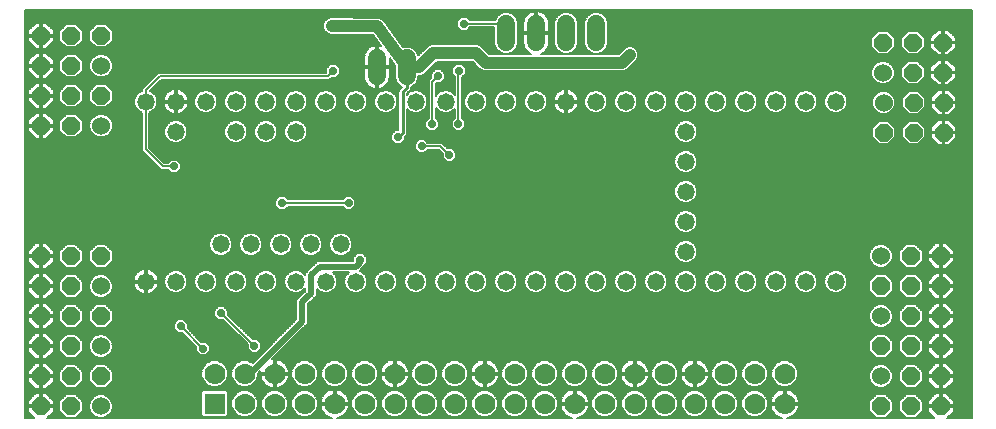
<source format=gbl>
G75*
%MOIN*%
%OFA0B0*%
%FSLAX25Y25*%
%IPPOS*%
%LPD*%
%AMOC8*
5,1,8,0,0,1.08239X$1,22.5*
%
%ADD10R,0.07000X0.07000*%
%ADD11C,0.07000*%
%ADD12C,0.05800*%
%ADD13C,0.06000*%
%ADD14OC8,0.06000*%
%ADD15C,0.05937*%
%ADD16C,0.06000*%
%ADD17C,0.02781*%
%ADD18C,0.00600*%
%ADD19C,0.01000*%
%ADD20C,0.04000*%
%ADD21C,0.02000*%
D10*
X0069619Y0104331D03*
D11*
X0079619Y0104331D03*
X0089619Y0104331D03*
X0099619Y0104331D03*
X0109619Y0104331D03*
X0119619Y0104331D03*
X0129619Y0104331D03*
X0139619Y0104331D03*
X0149619Y0104331D03*
X0159619Y0104331D03*
X0169619Y0104331D03*
X0179619Y0104331D03*
X0189619Y0104331D03*
X0199619Y0104331D03*
X0209619Y0104331D03*
X0219619Y0104331D03*
X0219619Y0114331D03*
X0209619Y0114331D03*
X0199619Y0114331D03*
X0189619Y0114331D03*
X0179619Y0114331D03*
X0169619Y0114331D03*
X0159619Y0114331D03*
X0149619Y0114331D03*
X0139619Y0114331D03*
X0129619Y0114331D03*
X0119619Y0114331D03*
X0109619Y0114331D03*
X0099619Y0114331D03*
X0089619Y0114331D03*
X0079619Y0114331D03*
X0069619Y0114331D03*
X0229619Y0114331D03*
X0239619Y0114331D03*
X0249619Y0114331D03*
X0259619Y0114331D03*
X0259619Y0104331D03*
X0249619Y0104331D03*
X0239619Y0104331D03*
X0229619Y0104331D03*
D12*
X0226667Y0145000D03*
X0236667Y0145000D03*
X0246667Y0145000D03*
X0256667Y0145000D03*
X0266667Y0145000D03*
X0276667Y0145000D03*
X0226667Y0155000D03*
X0226667Y0165000D03*
X0226667Y0175000D03*
X0226667Y0185000D03*
X0226667Y0195000D03*
X0226667Y0205000D03*
X0236667Y0205000D03*
X0246667Y0205000D03*
X0256667Y0205000D03*
X0266667Y0205000D03*
X0276667Y0205000D03*
X0216667Y0205000D03*
X0206667Y0205000D03*
X0196667Y0205000D03*
X0186667Y0205000D03*
X0176667Y0205000D03*
X0166667Y0205000D03*
X0156667Y0205000D03*
X0146667Y0205000D03*
X0136667Y0205000D03*
X0126667Y0205000D03*
X0116667Y0205000D03*
X0106667Y0205000D03*
X0096667Y0205000D03*
X0086667Y0205000D03*
X0076667Y0205000D03*
X0066667Y0205000D03*
X0056667Y0205000D03*
X0046667Y0205000D03*
X0056667Y0195000D03*
X0076667Y0195000D03*
X0086667Y0195000D03*
X0096667Y0195000D03*
X0101667Y0157500D03*
X0091667Y0157500D03*
X0081667Y0157500D03*
X0071667Y0157500D03*
X0076667Y0145000D03*
X0086667Y0145000D03*
X0096667Y0145000D03*
X0106667Y0145000D03*
X0116667Y0145000D03*
X0126667Y0145000D03*
X0136667Y0145000D03*
X0146667Y0145000D03*
X0156667Y0145000D03*
X0166667Y0145000D03*
X0176667Y0145000D03*
X0186667Y0145000D03*
X0196667Y0145000D03*
X0206667Y0145000D03*
X0216667Y0145000D03*
X0111667Y0157500D03*
X0066667Y0145000D03*
X0056667Y0145000D03*
X0046667Y0145000D03*
D13*
X0031667Y0143500D03*
X0031667Y0123500D03*
X0031667Y0103500D03*
X0031767Y0197000D03*
X0031767Y0217000D03*
X0291667Y0153600D03*
X0291667Y0133500D03*
X0291667Y0113500D03*
X0292567Y0204700D03*
X0292367Y0214700D03*
D14*
X0302367Y0214700D03*
X0312367Y0214700D03*
X0312567Y0204700D03*
X0302567Y0204700D03*
X0302567Y0194700D03*
X0312567Y0194700D03*
X0292567Y0194700D03*
X0292367Y0224700D03*
X0302367Y0224700D03*
X0312367Y0224700D03*
X0311667Y0153600D03*
X0311667Y0143600D03*
X0301667Y0143600D03*
X0291667Y0143600D03*
X0301667Y0153600D03*
X0301667Y0133500D03*
X0311667Y0133500D03*
X0311667Y0123500D03*
X0311667Y0113500D03*
X0311667Y0103500D03*
X0301667Y0103500D03*
X0291667Y0103500D03*
X0301667Y0113500D03*
X0301667Y0123500D03*
X0291667Y0123500D03*
X0031667Y0113500D03*
X0021667Y0113500D03*
X0011667Y0113500D03*
X0011667Y0103500D03*
X0021667Y0103500D03*
X0021667Y0123500D03*
X0011667Y0123500D03*
X0011667Y0133500D03*
X0021667Y0133500D03*
X0031667Y0133500D03*
X0021667Y0143500D03*
X0011667Y0143500D03*
X0011667Y0153500D03*
X0021667Y0153500D03*
X0031667Y0153500D03*
X0021767Y0197000D03*
X0011767Y0197000D03*
X0011767Y0207000D03*
X0021767Y0207000D03*
X0031767Y0207000D03*
X0021767Y0217000D03*
X0011767Y0217000D03*
X0011767Y0227000D03*
X0021767Y0227000D03*
X0031767Y0227000D03*
D15*
X0123667Y0219469D02*
X0123667Y0213531D01*
X0133667Y0213531D02*
X0133667Y0219469D01*
D16*
X0166767Y0224900D02*
X0166767Y0230900D01*
X0176767Y0230900D02*
X0176767Y0224900D01*
X0186767Y0224900D02*
X0186767Y0230900D01*
X0196767Y0230900D02*
X0196767Y0224900D01*
D17*
X0207967Y0220500D03*
X0162867Y0212100D03*
X0150967Y0215200D03*
X0144067Y0213500D03*
X0142167Y0197400D03*
X0138567Y0190100D03*
X0130767Y0193100D03*
X0147867Y0187100D03*
X0150867Y0197500D03*
X0123367Y0170000D03*
X0114263Y0171200D03*
X0092167Y0171200D03*
X0106267Y0190300D03*
X0109167Y0215200D03*
X0108667Y0230200D03*
X0152767Y0231000D03*
X0056067Y0183400D03*
X0118067Y0152200D03*
X0082867Y0123500D03*
X0071767Y0134500D03*
X0062167Y0134700D03*
X0058267Y0130100D03*
X0065667Y0122700D03*
D18*
X0006267Y0099600D02*
X0006267Y0235400D01*
X0322067Y0235400D01*
X0322067Y0099600D01*
X0313848Y0099600D01*
X0315967Y0101719D01*
X0315967Y0103200D01*
X0311967Y0103200D01*
X0311967Y0103800D01*
X0315967Y0103800D01*
X0315967Y0105281D01*
X0313448Y0107800D01*
X0311967Y0107800D01*
X0311967Y0103800D01*
X0311367Y0103800D01*
X0311367Y0107800D01*
X0309886Y0107800D01*
X0307367Y0105281D01*
X0307367Y0103800D01*
X0311367Y0103800D01*
X0311367Y0103200D01*
X0307367Y0103200D01*
X0307367Y0101719D01*
X0309486Y0099600D01*
X0260435Y0099600D01*
X0260743Y0099649D01*
X0261462Y0099882D01*
X0262135Y0100225D01*
X0262746Y0100669D01*
X0263281Y0101204D01*
X0263725Y0101815D01*
X0264068Y0102488D01*
X0264301Y0103207D01*
X0264419Y0103953D01*
X0264419Y0104031D01*
X0259919Y0104031D01*
X0259919Y0104631D01*
X0259319Y0104631D01*
X0259319Y0104031D01*
X0254819Y0104031D01*
X0254819Y0103953D01*
X0254938Y0103207D01*
X0255171Y0102488D01*
X0255514Y0101815D01*
X0255958Y0101204D01*
X0256492Y0100669D01*
X0257104Y0100225D01*
X0257777Y0099882D01*
X0258495Y0099649D01*
X0258804Y0099600D01*
X0190434Y0099600D01*
X0190743Y0099649D01*
X0191462Y0099882D01*
X0192135Y0100225D01*
X0192746Y0100669D01*
X0193281Y0101204D01*
X0193725Y0101815D01*
X0194068Y0102488D01*
X0194301Y0103207D01*
X0194419Y0103953D01*
X0194419Y0104031D01*
X0189919Y0104031D01*
X0189919Y0104631D01*
X0189319Y0104631D01*
X0189319Y0104031D01*
X0184819Y0104031D01*
X0184819Y0103953D01*
X0184938Y0103207D01*
X0185171Y0102488D01*
X0185514Y0101815D01*
X0185958Y0101204D01*
X0186492Y0100669D01*
X0187104Y0100225D01*
X0187777Y0099882D01*
X0188495Y0099649D01*
X0188804Y0099600D01*
X0110435Y0099600D01*
X0110743Y0099649D01*
X0111462Y0099882D01*
X0112135Y0100225D01*
X0112746Y0100669D01*
X0113281Y0101204D01*
X0113725Y0101815D01*
X0114068Y0102488D01*
X0114301Y0103207D01*
X0114419Y0103953D01*
X0114419Y0104031D01*
X0109919Y0104031D01*
X0109919Y0104631D01*
X0109319Y0104631D01*
X0109319Y0104031D01*
X0104819Y0104031D01*
X0104819Y0103953D01*
X0104938Y0103207D01*
X0105171Y0102488D01*
X0105514Y0101815D01*
X0105958Y0101204D01*
X0106492Y0100669D01*
X0107104Y0100225D01*
X0107777Y0099882D01*
X0108495Y0099649D01*
X0108804Y0099600D01*
X0013848Y0099600D01*
X0015967Y0101719D01*
X0015967Y0103200D01*
X0011967Y0103200D01*
X0011967Y0103800D01*
X0015967Y0103800D01*
X0015967Y0105281D01*
X0013448Y0107800D01*
X0011967Y0107800D01*
X0011967Y0103800D01*
X0011367Y0103800D01*
X0011367Y0107800D01*
X0009886Y0107800D01*
X0007367Y0105281D01*
X0007367Y0103800D01*
X0011367Y0103800D01*
X0011367Y0103200D01*
X0007367Y0103200D01*
X0007367Y0101719D01*
X0009486Y0099600D01*
X0006267Y0099600D01*
X0006267Y0099788D02*
X0009297Y0099788D01*
X0008699Y0100387D02*
X0006267Y0100387D01*
X0006267Y0100985D02*
X0008100Y0100985D01*
X0007502Y0101584D02*
X0006267Y0101584D01*
X0006267Y0102182D02*
X0007367Y0102182D01*
X0007367Y0102781D02*
X0006267Y0102781D01*
X0006267Y0103379D02*
X0011367Y0103379D01*
X0011367Y0103978D02*
X0011967Y0103978D01*
X0011967Y0104576D02*
X0011367Y0104576D01*
X0011367Y0105175D02*
X0011967Y0105175D01*
X0011967Y0105773D02*
X0011367Y0105773D01*
X0011367Y0106372D02*
X0011967Y0106372D01*
X0011967Y0106970D02*
X0011367Y0106970D01*
X0011367Y0107569D02*
X0011967Y0107569D01*
X0011967Y0109200D02*
X0013448Y0109200D01*
X0015967Y0111719D01*
X0015967Y0113200D01*
X0011967Y0113200D01*
X0011967Y0113800D01*
X0015967Y0113800D01*
X0015967Y0115281D01*
X0013448Y0117800D01*
X0011967Y0117800D01*
X0011967Y0113800D01*
X0011367Y0113800D01*
X0011367Y0117800D01*
X0009886Y0117800D01*
X0007367Y0115281D01*
X0007367Y0113800D01*
X0011367Y0113800D01*
X0011367Y0113200D01*
X0011967Y0113200D01*
X0011967Y0109200D01*
X0011967Y0109364D02*
X0011367Y0109364D01*
X0011367Y0109200D02*
X0011367Y0113200D01*
X0007367Y0113200D01*
X0007367Y0111719D01*
X0009886Y0109200D01*
X0011367Y0109200D01*
X0011367Y0109963D02*
X0011967Y0109963D01*
X0011967Y0110561D02*
X0011367Y0110561D01*
X0011367Y0111160D02*
X0011967Y0111160D01*
X0011967Y0111758D02*
X0011367Y0111758D01*
X0011367Y0112357D02*
X0011967Y0112357D01*
X0011967Y0112955D02*
X0011367Y0112955D01*
X0011367Y0113554D02*
X0006267Y0113554D01*
X0006267Y0114152D02*
X0007367Y0114152D01*
X0007367Y0114751D02*
X0006267Y0114751D01*
X0006267Y0115349D02*
X0007435Y0115349D01*
X0008033Y0115948D02*
X0006267Y0115948D01*
X0006267Y0116546D02*
X0008632Y0116546D01*
X0009230Y0117145D02*
X0006267Y0117145D01*
X0006267Y0117743D02*
X0009829Y0117743D01*
X0009886Y0119200D02*
X0007367Y0121719D01*
X0007367Y0123200D01*
X0011367Y0123200D01*
X0011967Y0123200D01*
X0011967Y0123800D01*
X0015967Y0123800D01*
X0015967Y0125281D01*
X0013448Y0127800D01*
X0011967Y0127800D01*
X0011967Y0123800D01*
X0011367Y0123800D01*
X0011367Y0127800D01*
X0009886Y0127800D01*
X0007367Y0125281D01*
X0007367Y0123800D01*
X0011367Y0123800D01*
X0011367Y0123200D01*
X0011367Y0119200D01*
X0009886Y0119200D01*
X0009547Y0119539D02*
X0006267Y0119539D01*
X0006267Y0120137D02*
X0008948Y0120137D01*
X0008350Y0120736D02*
X0006267Y0120736D01*
X0006267Y0121334D02*
X0007751Y0121334D01*
X0007367Y0121933D02*
X0006267Y0121933D01*
X0006267Y0122532D02*
X0007367Y0122532D01*
X0007367Y0123130D02*
X0006267Y0123130D01*
X0006267Y0123729D02*
X0011367Y0123729D01*
X0011367Y0124327D02*
X0011967Y0124327D01*
X0011967Y0123729D02*
X0017767Y0123729D01*
X0017767Y0124327D02*
X0015967Y0124327D01*
X0015967Y0124926D02*
X0017767Y0124926D01*
X0017767Y0125115D02*
X0017767Y0121885D01*
X0020051Y0119600D01*
X0023282Y0119600D01*
X0025567Y0121885D01*
X0025567Y0125115D01*
X0023282Y0127400D01*
X0020051Y0127400D01*
X0017767Y0125115D01*
X0018175Y0125524D02*
X0015724Y0125524D01*
X0015125Y0126123D02*
X0018774Y0126123D01*
X0019372Y0126721D02*
X0014527Y0126721D01*
X0013928Y0127320D02*
X0019971Y0127320D01*
X0020051Y0129600D02*
X0023282Y0129600D01*
X0025567Y0131885D01*
X0025567Y0135115D01*
X0023282Y0137400D01*
X0020051Y0137400D01*
X0017767Y0135115D01*
X0017767Y0131885D01*
X0020051Y0129600D01*
X0019938Y0129714D02*
X0013961Y0129714D01*
X0013448Y0129200D02*
X0015967Y0131719D01*
X0015967Y0133200D01*
X0011967Y0133200D01*
X0011967Y0133800D01*
X0015967Y0133800D01*
X0015967Y0135281D01*
X0013448Y0137800D01*
X0011967Y0137800D01*
X0011967Y0133800D01*
X0011367Y0133800D01*
X0011367Y0137800D01*
X0009886Y0137800D01*
X0007367Y0135281D01*
X0007367Y0133800D01*
X0011367Y0133800D01*
X0011367Y0133200D01*
X0011967Y0133200D01*
X0011967Y0129200D01*
X0013448Y0129200D01*
X0011967Y0129714D02*
X0011367Y0129714D01*
X0011367Y0129200D02*
X0011367Y0133200D01*
X0007367Y0133200D01*
X0007367Y0131719D01*
X0009886Y0129200D01*
X0011367Y0129200D01*
X0011367Y0130312D02*
X0011967Y0130312D01*
X0011967Y0130911D02*
X0011367Y0130911D01*
X0011367Y0131509D02*
X0011967Y0131509D01*
X0011967Y0132108D02*
X0011367Y0132108D01*
X0011367Y0132706D02*
X0011967Y0132706D01*
X0011967Y0133305D02*
X0017767Y0133305D01*
X0017767Y0133903D02*
X0015967Y0133903D01*
X0015967Y0134502D02*
X0017767Y0134502D01*
X0017767Y0135100D02*
X0015967Y0135100D01*
X0015549Y0135699D02*
X0018350Y0135699D01*
X0018949Y0136297D02*
X0014950Y0136297D01*
X0014352Y0136896D02*
X0019547Y0136896D01*
X0020051Y0139600D02*
X0023282Y0139600D01*
X0025567Y0141885D01*
X0025567Y0145115D01*
X0023282Y0147400D01*
X0020051Y0147400D01*
X0017767Y0145115D01*
X0017767Y0141885D01*
X0020051Y0139600D01*
X0019763Y0139888D02*
X0014136Y0139888D01*
X0013538Y0139290D02*
X0097170Y0139290D01*
X0096867Y0138987D02*
X0096867Y0132487D01*
X0082276Y0117896D01*
X0082112Y0118061D01*
X0080495Y0118731D01*
X0078744Y0118731D01*
X0077127Y0118061D01*
X0075889Y0116823D01*
X0075219Y0115206D01*
X0075219Y0113455D01*
X0075889Y0111838D01*
X0077127Y0110601D01*
X0078744Y0109931D01*
X0080495Y0109931D01*
X0082112Y0110601D01*
X0083350Y0111838D01*
X0084019Y0113455D01*
X0084019Y0114266D01*
X0084887Y0115133D01*
X0084819Y0114708D01*
X0084819Y0114631D01*
X0089319Y0114631D01*
X0089319Y0114031D01*
X0084819Y0114031D01*
X0084819Y0113953D01*
X0084938Y0113207D01*
X0085171Y0112488D01*
X0085514Y0111815D01*
X0085958Y0111204D01*
X0086492Y0110669D01*
X0087104Y0110225D01*
X0087777Y0109882D01*
X0088495Y0109649D01*
X0089242Y0109531D01*
X0089319Y0109531D01*
X0089319Y0114031D01*
X0089919Y0114031D01*
X0089919Y0109531D01*
X0089997Y0109531D01*
X0090743Y0109649D01*
X0091462Y0109882D01*
X0092135Y0110225D01*
X0092746Y0110669D01*
X0093281Y0111204D01*
X0093725Y0111815D01*
X0094068Y0112488D01*
X0094301Y0113207D01*
X0094419Y0113953D01*
X0094419Y0114031D01*
X0089919Y0114031D01*
X0089919Y0114631D01*
X0089319Y0114631D01*
X0089319Y0119131D01*
X0089242Y0119131D01*
X0088817Y0119063D01*
X0099554Y0129800D01*
X0100667Y0130913D01*
X0100667Y0137413D01*
X0101854Y0138600D01*
X0102054Y0138600D01*
X0102554Y0139100D01*
X0103667Y0140213D01*
X0103667Y0142626D01*
X0104514Y0141779D01*
X0105911Y0141200D01*
X0107423Y0141200D01*
X0108819Y0141779D01*
X0109888Y0142847D01*
X0110467Y0144244D01*
X0110467Y0145756D01*
X0109888Y0147153D01*
X0108941Y0148100D01*
X0114393Y0148100D01*
X0113445Y0147153D01*
X0112867Y0145756D01*
X0112867Y0144244D01*
X0113445Y0142847D01*
X0114514Y0141779D01*
X0115911Y0141200D01*
X0117423Y0141200D01*
X0118819Y0141779D01*
X0119888Y0142847D01*
X0120467Y0144244D01*
X0120467Y0145756D01*
X0119888Y0147153D01*
X0118819Y0148221D01*
X0117939Y0148586D01*
X0118754Y0149400D01*
X0119867Y0150513D01*
X0119867Y0150761D01*
X0120357Y0151251D01*
X0120357Y0153149D01*
X0119015Y0154491D01*
X0117118Y0154491D01*
X0115776Y0153149D01*
X0115776Y0151900D01*
X0103880Y0151900D01*
X0102767Y0150787D01*
X0099867Y0147887D01*
X0099867Y0147174D01*
X0098819Y0148221D01*
X0097423Y0148800D01*
X0095911Y0148800D01*
X0094514Y0148221D01*
X0093445Y0147153D01*
X0092867Y0145756D01*
X0092867Y0144244D01*
X0093445Y0142847D01*
X0094514Y0141779D01*
X0095911Y0141200D01*
X0097423Y0141200D01*
X0098819Y0141779D01*
X0099867Y0142826D01*
X0099867Y0141987D01*
X0099167Y0141287D01*
X0096867Y0138987D01*
X0096867Y0138691D02*
X0006267Y0138691D01*
X0006267Y0138093D02*
X0096867Y0138093D01*
X0096867Y0137494D02*
X0013753Y0137494D01*
X0013448Y0139200D02*
X0011967Y0139200D01*
X0011967Y0143200D01*
X0011967Y0143800D01*
X0015967Y0143800D01*
X0015967Y0145281D01*
X0013448Y0147800D01*
X0011967Y0147800D01*
X0011967Y0143800D01*
X0011367Y0143800D01*
X0011367Y0147800D01*
X0009886Y0147800D01*
X0007367Y0145281D01*
X0007367Y0143800D01*
X0011367Y0143800D01*
X0011367Y0143200D01*
X0011967Y0143200D01*
X0015967Y0143200D01*
X0015967Y0141719D01*
X0013448Y0139200D01*
X0011967Y0139290D02*
X0011367Y0139290D01*
X0011367Y0139200D02*
X0011367Y0143200D01*
X0007367Y0143200D01*
X0007367Y0141719D01*
X0009886Y0139200D01*
X0011367Y0139200D01*
X0011367Y0139888D02*
X0011967Y0139888D01*
X0011967Y0140487D02*
X0011367Y0140487D01*
X0011367Y0141085D02*
X0011967Y0141085D01*
X0011967Y0141684D02*
X0011367Y0141684D01*
X0011367Y0142282D02*
X0011967Y0142282D01*
X0011967Y0142881D02*
X0011367Y0142881D01*
X0011367Y0143479D02*
X0006267Y0143479D01*
X0006267Y0142881D02*
X0007367Y0142881D01*
X0007367Y0142282D02*
X0006267Y0142282D01*
X0006267Y0141684D02*
X0007402Y0141684D01*
X0008000Y0141085D02*
X0006267Y0141085D01*
X0006267Y0140487D02*
X0008599Y0140487D01*
X0009197Y0139888D02*
X0006267Y0139888D01*
X0006267Y0139290D02*
X0009796Y0139290D01*
X0009580Y0137494D02*
X0006267Y0137494D01*
X0006267Y0136896D02*
X0008981Y0136896D01*
X0008383Y0136297D02*
X0006267Y0136297D01*
X0006267Y0135699D02*
X0007784Y0135699D01*
X0007367Y0135100D02*
X0006267Y0135100D01*
X0006267Y0134502D02*
X0007367Y0134502D01*
X0007367Y0133903D02*
X0006267Y0133903D01*
X0006267Y0133305D02*
X0011367Y0133305D01*
X0011367Y0133903D02*
X0011967Y0133903D01*
X0011967Y0134502D02*
X0011367Y0134502D01*
X0011367Y0135100D02*
X0011967Y0135100D01*
X0011967Y0135699D02*
X0011367Y0135699D01*
X0011367Y0136297D02*
X0011967Y0136297D01*
X0011967Y0136896D02*
X0011367Y0136896D01*
X0011367Y0137494D02*
X0011967Y0137494D01*
X0014735Y0140487D02*
X0019164Y0140487D01*
X0018566Y0141085D02*
X0015333Y0141085D01*
X0015932Y0141684D02*
X0017967Y0141684D01*
X0017767Y0142282D02*
X0015967Y0142282D01*
X0015967Y0142881D02*
X0017767Y0142881D01*
X0017767Y0143479D02*
X0011967Y0143479D01*
X0011967Y0144078D02*
X0011367Y0144078D01*
X0011367Y0144676D02*
X0011967Y0144676D01*
X0011967Y0145275D02*
X0011367Y0145275D01*
X0011367Y0145873D02*
X0011967Y0145873D01*
X0011967Y0146472D02*
X0011367Y0146472D01*
X0011367Y0147070D02*
X0011967Y0147070D01*
X0011967Y0147669D02*
X0011367Y0147669D01*
X0011367Y0149200D02*
X0011367Y0153200D01*
X0011967Y0153200D01*
X0011967Y0153800D01*
X0015967Y0153800D01*
X0015967Y0155281D01*
X0013448Y0157800D01*
X0011967Y0157800D01*
X0011967Y0153800D01*
X0011367Y0153800D01*
X0011367Y0157800D01*
X0009886Y0157800D01*
X0007367Y0155281D01*
X0007367Y0153800D01*
X0011367Y0153800D01*
X0011367Y0153200D01*
X0007367Y0153200D01*
X0007367Y0151719D01*
X0009886Y0149200D01*
X0011367Y0149200D01*
X0011367Y0149465D02*
X0011967Y0149465D01*
X0011967Y0149200D02*
X0013448Y0149200D01*
X0015967Y0151719D01*
X0015967Y0153200D01*
X0011967Y0153200D01*
X0011967Y0149200D01*
X0011967Y0150063D02*
X0011367Y0150063D01*
X0011367Y0150662D02*
X0011967Y0150662D01*
X0011967Y0151260D02*
X0011367Y0151260D01*
X0011367Y0151859D02*
X0011967Y0151859D01*
X0011967Y0152457D02*
X0011367Y0152457D01*
X0011367Y0153056D02*
X0011967Y0153056D01*
X0011967Y0153654D02*
X0017767Y0153654D01*
X0017767Y0153056D02*
X0015967Y0153056D01*
X0015967Y0152457D02*
X0017767Y0152457D01*
X0017767Y0151885D02*
X0020051Y0149600D01*
X0023282Y0149600D01*
X0025567Y0151885D01*
X0025567Y0155115D01*
X0023282Y0157400D01*
X0020051Y0157400D01*
X0017767Y0155115D01*
X0017767Y0151885D01*
X0017793Y0151859D02*
X0015967Y0151859D01*
X0015508Y0151260D02*
X0018391Y0151260D01*
X0018990Y0150662D02*
X0014909Y0150662D01*
X0014311Y0150063D02*
X0019588Y0150063D01*
X0019722Y0147070D02*
X0014177Y0147070D01*
X0014776Y0146472D02*
X0019123Y0146472D01*
X0018525Y0145873D02*
X0015374Y0145873D01*
X0015967Y0145275D02*
X0017926Y0145275D01*
X0017767Y0144676D02*
X0015967Y0144676D01*
X0015967Y0144078D02*
X0017767Y0144078D01*
X0013579Y0147669D02*
X0043414Y0147669D01*
X0043463Y0147736D02*
X0043074Y0147201D01*
X0042774Y0146612D01*
X0042570Y0145984D01*
X0042467Y0145331D01*
X0042467Y0145300D01*
X0046367Y0145300D01*
X0046367Y0149200D01*
X0046336Y0149200D01*
X0045683Y0149097D01*
X0045054Y0148892D01*
X0044465Y0148592D01*
X0043931Y0148204D01*
X0043463Y0147736D01*
X0044019Y0148268D02*
X0006267Y0148268D01*
X0006267Y0148866D02*
X0045003Y0148866D01*
X0046367Y0148866D02*
X0046967Y0148866D01*
X0046967Y0149200D02*
X0046967Y0145300D01*
X0050867Y0145300D01*
X0050867Y0145331D01*
X0050763Y0145984D01*
X0050559Y0146612D01*
X0050259Y0147201D01*
X0049870Y0147736D01*
X0049403Y0148204D01*
X0048868Y0148592D01*
X0048279Y0148892D01*
X0047650Y0149097D01*
X0046997Y0149200D01*
X0046967Y0149200D01*
X0046967Y0148268D02*
X0046367Y0148268D01*
X0046367Y0147669D02*
X0046967Y0147669D01*
X0046967Y0147070D02*
X0046367Y0147070D01*
X0046367Y0146472D02*
X0046967Y0146472D01*
X0046967Y0145873D02*
X0046367Y0145873D01*
X0046367Y0145300D02*
X0046967Y0145300D01*
X0046967Y0144700D01*
X0050867Y0144700D01*
X0050867Y0144669D01*
X0050763Y0144016D01*
X0050559Y0143388D01*
X0050259Y0142799D01*
X0049870Y0142264D01*
X0049403Y0141796D01*
X0048868Y0141408D01*
X0048279Y0141108D01*
X0047650Y0140903D01*
X0046997Y0140800D01*
X0046967Y0140800D01*
X0046967Y0144700D01*
X0046367Y0144700D01*
X0046367Y0140800D01*
X0046336Y0140800D01*
X0045683Y0140903D01*
X0045054Y0141108D01*
X0044465Y0141408D01*
X0043931Y0141796D01*
X0043463Y0142264D01*
X0043074Y0142799D01*
X0042774Y0143388D01*
X0042570Y0144016D01*
X0042467Y0144669D01*
X0042467Y0144700D01*
X0046367Y0144700D01*
X0046367Y0145300D01*
X0046367Y0145275D02*
X0035153Y0145275D01*
X0034973Y0145709D02*
X0033876Y0146806D01*
X0032442Y0147400D01*
X0030891Y0147400D01*
X0029457Y0146806D01*
X0028360Y0145709D01*
X0027767Y0144276D01*
X0027767Y0142724D01*
X0028360Y0141291D01*
X0029457Y0140194D01*
X0030891Y0139600D01*
X0032442Y0139600D01*
X0033876Y0140194D01*
X0034973Y0141291D01*
X0035567Y0142724D01*
X0035567Y0144276D01*
X0034973Y0145709D01*
X0034809Y0145873D02*
X0042553Y0145873D01*
X0042729Y0146472D02*
X0034210Y0146472D01*
X0033238Y0147070D02*
X0043008Y0147070D01*
X0042467Y0144676D02*
X0035401Y0144676D01*
X0035567Y0144078D02*
X0042560Y0144078D01*
X0042745Y0143479D02*
X0035567Y0143479D01*
X0035567Y0142881D02*
X0043033Y0142881D01*
X0043450Y0142282D02*
X0035384Y0142282D01*
X0035136Y0141684D02*
X0044085Y0141684D01*
X0045123Y0141085D02*
X0034767Y0141085D01*
X0034169Y0140487D02*
X0098367Y0140487D01*
X0098965Y0141085D02*
X0048210Y0141085D01*
X0049248Y0141684D02*
X0054743Y0141684D01*
X0054514Y0141779D02*
X0055911Y0141200D01*
X0057423Y0141200D01*
X0058819Y0141779D01*
X0059888Y0142847D01*
X0060467Y0144244D01*
X0060467Y0145756D01*
X0059888Y0147153D01*
X0058819Y0148221D01*
X0057423Y0148800D01*
X0055911Y0148800D01*
X0054514Y0148221D01*
X0053445Y0147153D01*
X0052867Y0145756D01*
X0052867Y0144244D01*
X0053445Y0142847D01*
X0054514Y0141779D01*
X0054010Y0142282D02*
X0049884Y0142282D01*
X0050301Y0142881D02*
X0053431Y0142881D01*
X0053183Y0143479D02*
X0050589Y0143479D01*
X0050773Y0144078D02*
X0052935Y0144078D01*
X0052867Y0144676D02*
X0050867Y0144676D01*
X0050781Y0145873D02*
X0052915Y0145873D01*
X0052867Y0145275D02*
X0046967Y0145275D01*
X0046967Y0144676D02*
X0046367Y0144676D01*
X0046367Y0144078D02*
X0046967Y0144078D01*
X0046967Y0143479D02*
X0046367Y0143479D01*
X0046367Y0142881D02*
X0046967Y0142881D01*
X0046967Y0142282D02*
X0046367Y0142282D01*
X0046367Y0141684D02*
X0046967Y0141684D01*
X0046967Y0141085D02*
X0046367Y0141085D01*
X0050605Y0146472D02*
X0053163Y0146472D01*
X0053411Y0147070D02*
X0050325Y0147070D01*
X0049919Y0147669D02*
X0053962Y0147669D01*
X0054625Y0148268D02*
X0049315Y0148268D01*
X0048330Y0148866D02*
X0100846Y0148866D01*
X0101444Y0149465D02*
X0013712Y0149465D01*
X0011367Y0153654D02*
X0006267Y0153654D01*
X0006267Y0153056D02*
X0007367Y0153056D01*
X0007367Y0152457D02*
X0006267Y0152457D01*
X0006267Y0151859D02*
X0007367Y0151859D01*
X0007825Y0151260D02*
X0006267Y0151260D01*
X0006267Y0150662D02*
X0008424Y0150662D01*
X0009023Y0150063D02*
X0006267Y0150063D01*
X0006267Y0149465D02*
X0009621Y0149465D01*
X0009755Y0147669D02*
X0006267Y0147669D01*
X0006267Y0147070D02*
X0009156Y0147070D01*
X0008558Y0146472D02*
X0006267Y0146472D01*
X0006267Y0145873D02*
X0007959Y0145873D01*
X0007367Y0145275D02*
X0006267Y0145275D01*
X0006267Y0144676D02*
X0007367Y0144676D01*
X0007367Y0144078D02*
X0006267Y0144078D01*
X0006267Y0154253D02*
X0007367Y0154253D01*
X0007367Y0154851D02*
X0006267Y0154851D01*
X0006267Y0155450D02*
X0007535Y0155450D01*
X0008134Y0156048D02*
X0006267Y0156048D01*
X0006267Y0156647D02*
X0008732Y0156647D01*
X0009331Y0157245D02*
X0006267Y0157245D01*
X0006267Y0157844D02*
X0067867Y0157844D01*
X0067867Y0158256D02*
X0067867Y0156744D01*
X0068445Y0155347D01*
X0069514Y0154279D01*
X0070911Y0153700D01*
X0072423Y0153700D01*
X0073819Y0154279D01*
X0074888Y0155347D01*
X0075467Y0156744D01*
X0075467Y0158256D01*
X0074888Y0159653D01*
X0073819Y0160721D01*
X0072423Y0161300D01*
X0070911Y0161300D01*
X0069514Y0160721D01*
X0068445Y0159653D01*
X0067867Y0158256D01*
X0067944Y0158442D02*
X0006267Y0158442D01*
X0006267Y0159041D02*
X0068192Y0159041D01*
X0068440Y0159639D02*
X0006267Y0159639D01*
X0006267Y0160238D02*
X0069030Y0160238D01*
X0069791Y0160836D02*
X0006267Y0160836D01*
X0006267Y0161435D02*
X0225344Y0161435D01*
X0225911Y0161200D02*
X0227423Y0161200D01*
X0228819Y0161779D01*
X0229888Y0162847D01*
X0230467Y0164244D01*
X0230467Y0165756D01*
X0229888Y0167153D01*
X0228819Y0168221D01*
X0227423Y0168800D01*
X0225911Y0168800D01*
X0224514Y0168221D01*
X0223445Y0167153D01*
X0222867Y0165756D01*
X0222867Y0164244D01*
X0223445Y0162847D01*
X0224514Y0161779D01*
X0225911Y0161200D01*
X0224259Y0162033D02*
X0006267Y0162033D01*
X0006267Y0162632D02*
X0223661Y0162632D01*
X0223287Y0163230D02*
X0006267Y0163230D01*
X0006267Y0163829D02*
X0223039Y0163829D01*
X0222867Y0164427D02*
X0006267Y0164427D01*
X0006267Y0165026D02*
X0222867Y0165026D01*
X0222867Y0165624D02*
X0006267Y0165624D01*
X0006267Y0166223D02*
X0223060Y0166223D01*
X0223308Y0166821D02*
X0006267Y0166821D01*
X0006267Y0167420D02*
X0223713Y0167420D01*
X0224311Y0168018D02*
X0006267Y0168018D01*
X0006267Y0168617D02*
X0225469Y0168617D01*
X0227865Y0168617D02*
X0322067Y0168617D01*
X0322067Y0169215D02*
X0115517Y0169215D01*
X0115211Y0168909D02*
X0116553Y0170251D01*
X0116553Y0172149D01*
X0115211Y0173491D01*
X0113314Y0173491D01*
X0112223Y0172400D01*
X0094206Y0172400D01*
X0093115Y0173491D01*
X0091218Y0173491D01*
X0089876Y0172149D01*
X0089876Y0170251D01*
X0091218Y0168909D01*
X0093115Y0168909D01*
X0094206Y0170000D01*
X0112223Y0170000D01*
X0113314Y0168909D01*
X0115211Y0168909D01*
X0116116Y0169814D02*
X0322067Y0169814D01*
X0322067Y0170412D02*
X0116553Y0170412D01*
X0116553Y0171011D02*
X0322067Y0171011D01*
X0322067Y0171609D02*
X0228411Y0171609D01*
X0228819Y0171779D02*
X0229888Y0172847D01*
X0230467Y0174244D01*
X0230467Y0175756D01*
X0229888Y0177153D01*
X0228819Y0178221D01*
X0227423Y0178800D01*
X0225911Y0178800D01*
X0224514Y0178221D01*
X0223445Y0177153D01*
X0222867Y0175756D01*
X0222867Y0174244D01*
X0223445Y0172847D01*
X0224514Y0171779D01*
X0225911Y0171200D01*
X0227423Y0171200D01*
X0228819Y0171779D01*
X0229249Y0172208D02*
X0322067Y0172208D01*
X0322067Y0172806D02*
X0229847Y0172806D01*
X0230119Y0173405D02*
X0322067Y0173405D01*
X0322067Y0174003D02*
X0230367Y0174003D01*
X0230467Y0174602D02*
X0322067Y0174602D01*
X0322067Y0175201D02*
X0230467Y0175201D01*
X0230449Y0175799D02*
X0322067Y0175799D01*
X0322067Y0176398D02*
X0230201Y0176398D01*
X0229953Y0176996D02*
X0322067Y0176996D01*
X0322067Y0177595D02*
X0229446Y0177595D01*
X0228848Y0178193D02*
X0322067Y0178193D01*
X0322067Y0178792D02*
X0227443Y0178792D01*
X0225891Y0178792D02*
X0006267Y0178792D01*
X0006267Y0179390D02*
X0322067Y0179390D01*
X0322067Y0179989D02*
X0006267Y0179989D01*
X0006267Y0180587D02*
X0322067Y0180587D01*
X0322067Y0181186D02*
X0057092Y0181186D01*
X0057015Y0181109D02*
X0058357Y0182451D01*
X0058357Y0184349D01*
X0057015Y0185691D01*
X0055118Y0185691D01*
X0054127Y0184700D01*
X0052864Y0184700D01*
X0047867Y0189697D01*
X0047867Y0201384D01*
X0048819Y0201779D01*
X0049888Y0202847D01*
X0050467Y0204244D01*
X0050467Y0205756D01*
X0049888Y0207153D01*
X0048819Y0208221D01*
X0048088Y0208524D01*
X0051764Y0212200D01*
X0107864Y0212200D01*
X0108567Y0212903D01*
X0108573Y0212909D01*
X0110115Y0212909D01*
X0111457Y0214251D01*
X0111457Y0216149D01*
X0110115Y0217491D01*
X0108218Y0217491D01*
X0106876Y0216149D01*
X0106876Y0214606D01*
X0106870Y0214600D01*
X0050770Y0214600D01*
X0050067Y0213897D01*
X0045467Y0209297D01*
X0045467Y0208616D01*
X0044514Y0208221D01*
X0043445Y0207153D01*
X0042867Y0205756D01*
X0042867Y0204244D01*
X0043445Y0202847D01*
X0044514Y0201779D01*
X0045467Y0201384D01*
X0045467Y0188703D01*
X0051167Y0183003D01*
X0051870Y0182300D01*
X0053927Y0182300D01*
X0055118Y0181109D01*
X0057015Y0181109D01*
X0057690Y0181784D02*
X0224509Y0181784D01*
X0224514Y0181779D02*
X0225911Y0181200D01*
X0227423Y0181200D01*
X0228819Y0181779D01*
X0229888Y0182847D01*
X0230467Y0184244D01*
X0230467Y0185756D01*
X0229888Y0187153D01*
X0228819Y0188221D01*
X0227423Y0188800D01*
X0225911Y0188800D01*
X0224514Y0188221D01*
X0223445Y0187153D01*
X0222867Y0185756D01*
X0222867Y0184244D01*
X0223445Y0182847D01*
X0224514Y0181779D01*
X0223910Y0182383D02*
X0058289Y0182383D01*
X0058357Y0182981D02*
X0223390Y0182981D01*
X0223142Y0183580D02*
X0058357Y0183580D01*
X0058357Y0184178D02*
X0222894Y0184178D01*
X0222867Y0184777D02*
X0057929Y0184777D01*
X0057331Y0185375D02*
X0146352Y0185375D01*
X0146918Y0184809D02*
X0148815Y0184809D01*
X0150157Y0186151D01*
X0150157Y0188049D01*
X0148815Y0189391D01*
X0147273Y0189391D01*
X0145364Y0191300D01*
X0140606Y0191300D01*
X0139515Y0192391D01*
X0137618Y0192391D01*
X0136276Y0191049D01*
X0136276Y0189151D01*
X0137618Y0187809D01*
X0139515Y0187809D01*
X0140606Y0188900D01*
X0144370Y0188900D01*
X0145576Y0187693D01*
X0145576Y0186151D01*
X0146918Y0184809D01*
X0145754Y0185974D02*
X0051590Y0185974D01*
X0050991Y0186572D02*
X0145576Y0186572D01*
X0145576Y0187171D02*
X0050393Y0187171D01*
X0049794Y0187769D02*
X0145500Y0187769D01*
X0144902Y0188368D02*
X0140074Y0188368D01*
X0138567Y0190100D02*
X0144867Y0190100D01*
X0147867Y0187100D01*
X0147967Y0187000D01*
X0147867Y0187100D01*
X0150157Y0187171D02*
X0223463Y0187171D01*
X0223205Y0186572D02*
X0150157Y0186572D01*
X0149980Y0185974D02*
X0222957Y0185974D01*
X0222867Y0185375D02*
X0149381Y0185375D01*
X0150157Y0187769D02*
X0224062Y0187769D01*
X0224867Y0188368D02*
X0149838Y0188368D01*
X0149240Y0188966D02*
X0322067Y0188966D01*
X0322067Y0188368D02*
X0228466Y0188368D01*
X0229271Y0187769D02*
X0322067Y0187769D01*
X0322067Y0187171D02*
X0229870Y0187171D01*
X0230128Y0186572D02*
X0322067Y0186572D01*
X0322067Y0185974D02*
X0230376Y0185974D01*
X0230467Y0185375D02*
X0322067Y0185375D01*
X0322067Y0184777D02*
X0230467Y0184777D01*
X0230439Y0184178D02*
X0322067Y0184178D01*
X0322067Y0183580D02*
X0230191Y0183580D01*
X0229944Y0182981D02*
X0322067Y0182981D01*
X0322067Y0182383D02*
X0229423Y0182383D01*
X0228825Y0181784D02*
X0322067Y0181784D01*
X0322067Y0189565D02*
X0147099Y0189565D01*
X0146500Y0190163D02*
X0322067Y0190163D01*
X0322067Y0190762D02*
X0314710Y0190762D01*
X0314348Y0190400D02*
X0316867Y0192919D01*
X0316867Y0194400D01*
X0312867Y0194400D01*
X0312867Y0195000D01*
X0316867Y0195000D01*
X0316867Y0196481D01*
X0314348Y0199000D01*
X0312867Y0199000D01*
X0312867Y0195000D01*
X0312267Y0195000D01*
X0312267Y0199000D01*
X0310786Y0199000D01*
X0308267Y0196481D01*
X0308267Y0195000D01*
X0312267Y0195000D01*
X0312267Y0194400D01*
X0312867Y0194400D01*
X0312867Y0190400D01*
X0314348Y0190400D01*
X0315308Y0191360D02*
X0322067Y0191360D01*
X0322067Y0191959D02*
X0315907Y0191959D01*
X0316505Y0192557D02*
X0322067Y0192557D01*
X0322067Y0193156D02*
X0316867Y0193156D01*
X0316867Y0193754D02*
X0322067Y0193754D01*
X0322067Y0194353D02*
X0316867Y0194353D01*
X0316867Y0195550D02*
X0322067Y0195550D01*
X0322067Y0196148D02*
X0316867Y0196148D01*
X0316601Y0196747D02*
X0322067Y0196747D01*
X0322067Y0197345D02*
X0316002Y0197345D01*
X0315404Y0197944D02*
X0322067Y0197944D01*
X0322067Y0198542D02*
X0314805Y0198542D01*
X0314348Y0200400D02*
X0316867Y0202919D01*
X0316867Y0204400D01*
X0312867Y0204400D01*
X0312867Y0205000D01*
X0316867Y0205000D01*
X0316867Y0206481D01*
X0314348Y0209000D01*
X0312867Y0209000D01*
X0312867Y0205000D01*
X0312267Y0205000D01*
X0312267Y0209000D01*
X0310786Y0209000D01*
X0308267Y0206481D01*
X0308267Y0205000D01*
X0312267Y0205000D01*
X0312267Y0204400D01*
X0312867Y0204400D01*
X0312867Y0200400D01*
X0314348Y0200400D01*
X0314884Y0200937D02*
X0322067Y0200937D01*
X0322067Y0201535D02*
X0315483Y0201535D01*
X0316081Y0202134D02*
X0322067Y0202134D01*
X0322067Y0202732D02*
X0316680Y0202732D01*
X0316867Y0203331D02*
X0322067Y0203331D01*
X0322067Y0203929D02*
X0316867Y0203929D01*
X0316867Y0205126D02*
X0322067Y0205126D01*
X0322067Y0204528D02*
X0312867Y0204528D01*
X0312867Y0205126D02*
X0312267Y0205126D01*
X0312267Y0204528D02*
X0306467Y0204528D01*
X0306467Y0205126D02*
X0308267Y0205126D01*
X0308267Y0205725D02*
X0306467Y0205725D01*
X0306467Y0206315D02*
X0304182Y0208600D01*
X0300951Y0208600D01*
X0298667Y0206315D01*
X0298667Y0203085D01*
X0300951Y0200800D01*
X0304182Y0200800D01*
X0306467Y0203085D01*
X0306467Y0206315D01*
X0306459Y0206323D02*
X0308267Y0206323D01*
X0308707Y0206922D02*
X0305860Y0206922D01*
X0305262Y0207520D02*
X0309306Y0207520D01*
X0309904Y0208119D02*
X0304663Y0208119D01*
X0303982Y0210800D02*
X0300751Y0210800D01*
X0298467Y0213085D01*
X0298467Y0216315D01*
X0300751Y0218600D01*
X0303982Y0218600D01*
X0306267Y0216315D01*
X0306267Y0213085D01*
X0303982Y0210800D01*
X0304293Y0211111D02*
X0309874Y0211111D01*
X0309276Y0211710D02*
X0304892Y0211710D01*
X0305490Y0212308D02*
X0308677Y0212308D01*
X0308079Y0212907D02*
X0306089Y0212907D01*
X0306267Y0213505D02*
X0308067Y0213505D01*
X0308067Y0212919D02*
X0310586Y0210400D01*
X0312067Y0210400D01*
X0312067Y0214400D01*
X0312667Y0214400D01*
X0312667Y0215000D01*
X0316667Y0215000D01*
X0316667Y0216481D01*
X0314148Y0219000D01*
X0312667Y0219000D01*
X0312667Y0215000D01*
X0312067Y0215000D01*
X0312067Y0219000D01*
X0310586Y0219000D01*
X0308067Y0216481D01*
X0308067Y0215000D01*
X0312067Y0215000D01*
X0312067Y0214400D01*
X0308067Y0214400D01*
X0308067Y0212919D01*
X0308067Y0214104D02*
X0306267Y0214104D01*
X0306267Y0214702D02*
X0312067Y0214702D01*
X0312067Y0214104D02*
X0312667Y0214104D01*
X0312667Y0214400D02*
X0312667Y0210400D01*
X0314148Y0210400D01*
X0316667Y0212919D01*
X0316667Y0214400D01*
X0312667Y0214400D01*
X0312667Y0214702D02*
X0322067Y0214702D01*
X0322067Y0214104D02*
X0316667Y0214104D01*
X0316667Y0213505D02*
X0322067Y0213505D01*
X0322067Y0212907D02*
X0316654Y0212907D01*
X0316056Y0212308D02*
X0322067Y0212308D01*
X0322067Y0211710D02*
X0315457Y0211710D01*
X0314859Y0211111D02*
X0322067Y0211111D01*
X0322067Y0210513D02*
X0314260Y0210513D01*
X0312667Y0210513D02*
X0312067Y0210513D01*
X0312067Y0211111D02*
X0312667Y0211111D01*
X0312667Y0211710D02*
X0312067Y0211710D01*
X0312067Y0212308D02*
X0312667Y0212308D01*
X0312667Y0212907D02*
X0312067Y0212907D01*
X0312067Y0213505D02*
X0312667Y0213505D01*
X0312667Y0215301D02*
X0312067Y0215301D01*
X0312067Y0215899D02*
X0312667Y0215899D01*
X0312667Y0216498D02*
X0312067Y0216498D01*
X0312067Y0217096D02*
X0312667Y0217096D01*
X0312667Y0217695D02*
X0312067Y0217695D01*
X0312067Y0218293D02*
X0312667Y0218293D01*
X0312667Y0218892D02*
X0312067Y0218892D01*
X0312067Y0220400D02*
X0310586Y0220400D01*
X0308067Y0222919D01*
X0308067Y0224400D01*
X0312067Y0224400D01*
X0312667Y0224400D01*
X0312667Y0225000D01*
X0316667Y0225000D01*
X0316667Y0226481D01*
X0314148Y0229000D01*
X0312667Y0229000D01*
X0312667Y0225000D01*
X0312067Y0225000D01*
X0312067Y0229000D01*
X0310586Y0229000D01*
X0308067Y0226481D01*
X0308067Y0225000D01*
X0312067Y0225000D01*
X0312067Y0224400D01*
X0312067Y0220400D01*
X0312067Y0220687D02*
X0312667Y0220687D01*
X0312667Y0220400D02*
X0314148Y0220400D01*
X0316667Y0222919D01*
X0316667Y0224400D01*
X0312667Y0224400D01*
X0312667Y0220400D01*
X0312667Y0221286D02*
X0312067Y0221286D01*
X0312067Y0221884D02*
X0312667Y0221884D01*
X0312667Y0222483D02*
X0312067Y0222483D01*
X0312067Y0223081D02*
X0312667Y0223081D01*
X0312667Y0223680D02*
X0312067Y0223680D01*
X0312067Y0224278D02*
X0312667Y0224278D01*
X0312667Y0224877D02*
X0322067Y0224877D01*
X0322067Y0225475D02*
X0316667Y0225475D01*
X0316667Y0226074D02*
X0322067Y0226074D01*
X0322067Y0226672D02*
X0316475Y0226672D01*
X0315877Y0227271D02*
X0322067Y0227271D01*
X0322067Y0227870D02*
X0315278Y0227870D01*
X0314680Y0228468D02*
X0322067Y0228468D01*
X0322067Y0229067D02*
X0200667Y0229067D01*
X0200667Y0229665D02*
X0322067Y0229665D01*
X0322067Y0230264D02*
X0200667Y0230264D01*
X0200667Y0230862D02*
X0322067Y0230862D01*
X0322067Y0231461D02*
X0200667Y0231461D01*
X0200667Y0231676D02*
X0200073Y0233109D01*
X0198976Y0234206D01*
X0197542Y0234800D01*
X0195991Y0234800D01*
X0194557Y0234206D01*
X0193460Y0233109D01*
X0192867Y0231676D01*
X0192867Y0224124D01*
X0193460Y0222691D01*
X0194557Y0221594D01*
X0195991Y0221000D01*
X0197542Y0221000D01*
X0198976Y0221594D01*
X0200073Y0222691D01*
X0200667Y0224124D01*
X0200667Y0231676D01*
X0200508Y0232059D02*
X0322067Y0232059D01*
X0322067Y0232658D02*
X0200260Y0232658D01*
X0199926Y0233256D02*
X0322067Y0233256D01*
X0322067Y0233855D02*
X0199327Y0233855D01*
X0198380Y0234453D02*
X0322067Y0234453D01*
X0322067Y0235052D02*
X0177904Y0235052D01*
X0177774Y0235094D02*
X0177105Y0235200D01*
X0177067Y0235200D01*
X0177067Y0228200D01*
X0181067Y0228200D01*
X0181067Y0231238D01*
X0180961Y0231907D01*
X0180752Y0232551D01*
X0180444Y0233154D01*
X0180047Y0233701D01*
X0179568Y0234180D01*
X0179020Y0234578D01*
X0178417Y0234885D01*
X0177774Y0235094D01*
X0177067Y0235052D02*
X0176467Y0235052D01*
X0176467Y0235200D02*
X0176428Y0235200D01*
X0175760Y0235094D01*
X0175116Y0234885D01*
X0174513Y0234578D01*
X0173965Y0234180D01*
X0173487Y0233701D01*
X0173089Y0233154D01*
X0172782Y0232551D01*
X0172573Y0231907D01*
X0172467Y0231238D01*
X0172467Y0228200D01*
X0176467Y0228200D01*
X0176467Y0235200D01*
X0176467Y0234453D02*
X0177067Y0234453D01*
X0177067Y0233855D02*
X0176467Y0233855D01*
X0176467Y0233256D02*
X0177067Y0233256D01*
X0177067Y0232658D02*
X0176467Y0232658D01*
X0176467Y0232059D02*
X0177067Y0232059D01*
X0177067Y0231461D02*
X0176467Y0231461D01*
X0176467Y0230862D02*
X0177067Y0230862D01*
X0177067Y0230264D02*
X0176467Y0230264D01*
X0176467Y0229665D02*
X0177067Y0229665D01*
X0177067Y0229067D02*
X0176467Y0229067D01*
X0176467Y0228468D02*
X0177067Y0228468D01*
X0177067Y0228200D02*
X0176467Y0228200D01*
X0176467Y0227600D01*
X0172467Y0227600D01*
X0172467Y0224562D01*
X0172573Y0223893D01*
X0172782Y0223249D01*
X0173089Y0222646D01*
X0173487Y0222099D01*
X0173965Y0221620D01*
X0174513Y0221222D01*
X0175116Y0220915D01*
X0175162Y0220900D01*
X0161168Y0220900D01*
X0158409Y0223658D01*
X0157344Y0224100D01*
X0141790Y0224100D01*
X0140724Y0223658D01*
X0139908Y0222843D01*
X0137467Y0220402D01*
X0136946Y0221660D01*
X0135858Y0222748D01*
X0134436Y0223337D01*
X0132897Y0223337D01*
X0132448Y0223151D01*
X0126422Y0231514D01*
X0126336Y0231727D01*
X0126088Y0231977D01*
X0125882Y0232263D01*
X0125687Y0232384D01*
X0125526Y0232548D01*
X0125201Y0232685D01*
X0124901Y0232870D01*
X0124674Y0232907D01*
X0124463Y0232996D01*
X0124110Y0232998D01*
X0123762Y0233055D01*
X0123539Y0233002D01*
X0108109Y0233104D01*
X0107040Y0232669D01*
X0106219Y0231859D01*
X0105771Y0230796D01*
X0105763Y0229642D01*
X0106197Y0228573D01*
X0107008Y0227752D01*
X0108071Y0227304D01*
X0122375Y0227210D01*
X0125041Y0223510D01*
X0124666Y0223632D01*
X0124003Y0223737D01*
X0123967Y0223737D01*
X0123967Y0216800D01*
X0127935Y0216800D01*
X0127935Y0219493D01*
X0129798Y0216908D01*
X0129798Y0212762D01*
X0130387Y0211340D01*
X0131475Y0210252D01*
X0132086Y0209999D01*
X0131067Y0208980D01*
X0131067Y0208880D01*
X0130867Y0208680D01*
X0130867Y0195391D01*
X0129818Y0195391D01*
X0128476Y0194049D01*
X0128476Y0192151D01*
X0129818Y0190809D01*
X0131715Y0190809D01*
X0133057Y0192151D01*
X0133057Y0193311D01*
X0133667Y0193920D01*
X0133667Y0202626D01*
X0134514Y0201779D01*
X0135911Y0201200D01*
X0137423Y0201200D01*
X0138819Y0201779D01*
X0139888Y0202847D01*
X0140467Y0204244D01*
X0140467Y0205756D01*
X0139888Y0207153D01*
X0138819Y0208221D01*
X0137423Y0208800D01*
X0135911Y0208800D01*
X0134514Y0208221D01*
X0133667Y0207374D01*
X0133667Y0207520D01*
X0133813Y0207520D01*
X0133667Y0207520D02*
X0133867Y0207720D01*
X0133867Y0207820D01*
X0135067Y0209020D01*
X0135067Y0209924D01*
X0135858Y0210252D01*
X0136946Y0211340D01*
X0137535Y0212762D01*
X0137535Y0213600D01*
X0138244Y0213600D01*
X0139309Y0214041D01*
X0143568Y0218300D01*
X0155565Y0218300D01*
X0157508Y0216357D01*
X0158324Y0215541D01*
X0159390Y0215100D01*
X0206044Y0215100D01*
X0207109Y0215541D01*
X0210425Y0218857D01*
X0210867Y0219923D01*
X0210867Y0221077D01*
X0210425Y0222143D01*
X0209609Y0222958D01*
X0208544Y0223400D01*
X0207390Y0223400D01*
X0206324Y0222958D01*
X0204265Y0220900D01*
X0178371Y0220900D01*
X0178417Y0220915D01*
X0179020Y0221222D01*
X0179568Y0221620D01*
X0180047Y0222099D01*
X0180444Y0222646D01*
X0180752Y0223249D01*
X0180961Y0223893D01*
X0181067Y0224562D01*
X0181067Y0227600D01*
X0177067Y0227600D01*
X0177067Y0228200D01*
X0177067Y0227870D02*
X0182867Y0227870D01*
X0182867Y0228468D02*
X0181067Y0228468D01*
X0181067Y0229067D02*
X0182867Y0229067D01*
X0182867Y0229665D02*
X0181067Y0229665D01*
X0181067Y0230264D02*
X0182867Y0230264D01*
X0182867Y0230862D02*
X0181067Y0230862D01*
X0181031Y0231461D02*
X0182867Y0231461D01*
X0182867Y0231676D02*
X0183460Y0233109D01*
X0184557Y0234206D01*
X0185991Y0234800D01*
X0187542Y0234800D01*
X0188976Y0234206D01*
X0190073Y0233109D01*
X0190667Y0231676D01*
X0190667Y0224124D01*
X0190073Y0222691D01*
X0188976Y0221594D01*
X0187542Y0221000D01*
X0185991Y0221000D01*
X0184557Y0221594D01*
X0183460Y0222691D01*
X0182867Y0224124D01*
X0182867Y0231676D01*
X0183025Y0232059D02*
X0180911Y0232059D01*
X0180697Y0232658D02*
X0183273Y0232658D01*
X0183607Y0233256D02*
X0180370Y0233256D01*
X0179893Y0233855D02*
X0184206Y0233855D01*
X0185154Y0234453D02*
X0179192Y0234453D01*
X0175629Y0235052D02*
X0006267Y0235052D01*
X0006267Y0234453D02*
X0165154Y0234453D01*
X0164557Y0234206D02*
X0165991Y0234800D01*
X0167542Y0234800D01*
X0168976Y0234206D01*
X0170073Y0233109D01*
X0170667Y0231676D01*
X0170667Y0224124D01*
X0170073Y0222691D01*
X0168976Y0221594D01*
X0167542Y0221000D01*
X0165991Y0221000D01*
X0164557Y0221594D01*
X0163460Y0222691D01*
X0162867Y0224124D01*
X0162867Y0229800D01*
X0154806Y0229800D01*
X0153715Y0228709D01*
X0151818Y0228709D01*
X0150476Y0230051D01*
X0150476Y0231949D01*
X0151818Y0233291D01*
X0153715Y0233291D01*
X0154806Y0232200D01*
X0163084Y0232200D01*
X0163460Y0233109D01*
X0164557Y0234206D01*
X0164206Y0233855D02*
X0006267Y0233855D01*
X0006267Y0233256D02*
X0151783Y0233256D01*
X0151185Y0232658D02*
X0125265Y0232658D01*
X0126029Y0232059D02*
X0150586Y0232059D01*
X0150476Y0231461D02*
X0126461Y0231461D01*
X0126892Y0230862D02*
X0150476Y0230862D01*
X0150476Y0230264D02*
X0127323Y0230264D01*
X0127755Y0229665D02*
X0150862Y0229665D01*
X0151461Y0229067D02*
X0128186Y0229067D01*
X0128617Y0228468D02*
X0162867Y0228468D01*
X0162867Y0227870D02*
X0129048Y0227870D01*
X0129480Y0227271D02*
X0162867Y0227271D01*
X0162867Y0226672D02*
X0129911Y0226672D01*
X0130342Y0226074D02*
X0162867Y0226074D01*
X0162867Y0225475D02*
X0130773Y0225475D01*
X0131205Y0224877D02*
X0162867Y0224877D01*
X0162867Y0224278D02*
X0131636Y0224278D01*
X0132067Y0223680D02*
X0140776Y0223680D01*
X0140147Y0223081D02*
X0135053Y0223081D01*
X0136123Y0222483D02*
X0139548Y0222483D01*
X0138950Y0221884D02*
X0136722Y0221884D01*
X0137101Y0221286D02*
X0138351Y0221286D01*
X0137753Y0220687D02*
X0137349Y0220687D01*
X0141766Y0216498D02*
X0149025Y0216498D01*
X0148676Y0216149D02*
X0148676Y0214251D01*
X0149667Y0213261D01*
X0149667Y0207374D01*
X0148819Y0208221D01*
X0147423Y0208800D01*
X0145911Y0208800D01*
X0144514Y0208221D01*
X0143445Y0207153D01*
X0143367Y0206963D01*
X0143367Y0211103D01*
X0143473Y0211209D01*
X0145015Y0211209D01*
X0146357Y0212551D01*
X0146357Y0214449D01*
X0145015Y0215791D01*
X0143118Y0215791D01*
X0141776Y0214449D01*
X0141776Y0212906D01*
X0140967Y0212097D01*
X0140967Y0199439D01*
X0139876Y0198349D01*
X0139876Y0196451D01*
X0141218Y0195109D01*
X0143115Y0195109D01*
X0144457Y0196451D01*
X0144457Y0198349D01*
X0143367Y0199439D01*
X0143367Y0203037D01*
X0143445Y0202847D01*
X0144514Y0201779D01*
X0145911Y0201200D01*
X0147423Y0201200D01*
X0148819Y0201779D01*
X0149667Y0202626D01*
X0149667Y0199539D01*
X0148576Y0198449D01*
X0148576Y0196551D01*
X0149918Y0195209D01*
X0151815Y0195209D01*
X0153157Y0196551D01*
X0153157Y0198449D01*
X0152067Y0199539D01*
X0152067Y0213061D01*
X0153257Y0214251D01*
X0153257Y0216149D01*
X0151915Y0217491D01*
X0150018Y0217491D01*
X0148676Y0216149D01*
X0148676Y0215899D02*
X0141167Y0215899D01*
X0140569Y0215301D02*
X0142628Y0215301D01*
X0142030Y0214702D02*
X0139970Y0214702D01*
X0139372Y0214104D02*
X0141776Y0214104D01*
X0141776Y0213505D02*
X0137535Y0213505D01*
X0137535Y0212907D02*
X0141776Y0212907D01*
X0141178Y0212308D02*
X0137347Y0212308D01*
X0137099Y0211710D02*
X0140967Y0211710D01*
X0140967Y0211111D02*
X0136717Y0211111D01*
X0136119Y0210513D02*
X0140967Y0210513D01*
X0140967Y0209914D02*
X0135067Y0209914D01*
X0135067Y0209316D02*
X0140967Y0209316D01*
X0140967Y0208717D02*
X0137623Y0208717D01*
X0138922Y0208119D02*
X0140967Y0208119D01*
X0140967Y0207520D02*
X0139521Y0207520D01*
X0139984Y0206922D02*
X0140967Y0206922D01*
X0140967Y0206323D02*
X0140232Y0206323D01*
X0140467Y0205725D02*
X0140967Y0205725D01*
X0140967Y0205126D02*
X0140467Y0205126D01*
X0140467Y0204528D02*
X0140967Y0204528D01*
X0140967Y0203929D02*
X0140336Y0203929D01*
X0140088Y0203331D02*
X0140967Y0203331D01*
X0140967Y0202732D02*
X0139773Y0202732D01*
X0139174Y0202134D02*
X0140967Y0202134D01*
X0140967Y0201535D02*
X0138231Y0201535D01*
X0140967Y0200937D02*
X0133667Y0200937D01*
X0133667Y0201535D02*
X0135102Y0201535D01*
X0134159Y0202134D02*
X0133667Y0202134D01*
X0133667Y0200338D02*
X0140967Y0200338D01*
X0140967Y0199739D02*
X0133667Y0199739D01*
X0133667Y0199141D02*
X0140668Y0199141D01*
X0140070Y0198542D02*
X0133667Y0198542D01*
X0133667Y0197944D02*
X0139876Y0197944D01*
X0139876Y0197345D02*
X0133667Y0197345D01*
X0133667Y0196747D02*
X0139876Y0196747D01*
X0140179Y0196148D02*
X0133667Y0196148D01*
X0133667Y0195550D02*
X0140777Y0195550D01*
X0142167Y0197400D02*
X0142167Y0211600D01*
X0144067Y0213500D01*
X0146357Y0213505D02*
X0149422Y0213505D01*
X0149667Y0212907D02*
X0146357Y0212907D01*
X0146114Y0212308D02*
X0149667Y0212308D01*
X0149667Y0211710D02*
X0145516Y0211710D01*
X0143375Y0211111D02*
X0149667Y0211111D01*
X0149667Y0210513D02*
X0143367Y0210513D01*
X0143367Y0209914D02*
X0149667Y0209914D01*
X0149667Y0209316D02*
X0143367Y0209316D01*
X0143367Y0208717D02*
X0145711Y0208717D01*
X0144411Y0208119D02*
X0143367Y0208119D01*
X0143367Y0207520D02*
X0143813Y0207520D01*
X0147623Y0208717D02*
X0149667Y0208717D01*
X0149667Y0208119D02*
X0148922Y0208119D01*
X0149521Y0207520D02*
X0149667Y0207520D01*
X0152067Y0207520D02*
X0153813Y0207520D01*
X0153445Y0207153D02*
X0152867Y0205756D01*
X0152867Y0204244D01*
X0153445Y0202847D01*
X0154514Y0201779D01*
X0155911Y0201200D01*
X0157423Y0201200D01*
X0158819Y0201779D01*
X0159888Y0202847D01*
X0160467Y0204244D01*
X0160467Y0205756D01*
X0159888Y0207153D01*
X0158819Y0208221D01*
X0157423Y0208800D01*
X0155911Y0208800D01*
X0154514Y0208221D01*
X0153445Y0207153D01*
X0153350Y0206922D02*
X0152067Y0206922D01*
X0152067Y0206323D02*
X0153102Y0206323D01*
X0152867Y0205725D02*
X0152067Y0205725D01*
X0152067Y0205126D02*
X0152867Y0205126D01*
X0152867Y0204528D02*
X0152067Y0204528D01*
X0152067Y0203929D02*
X0152997Y0203929D01*
X0153245Y0203331D02*
X0152067Y0203331D01*
X0152067Y0202732D02*
X0153561Y0202732D01*
X0154159Y0202134D02*
X0152067Y0202134D01*
X0152067Y0201535D02*
X0155102Y0201535D01*
X0152067Y0200937D02*
X0185581Y0200937D01*
X0185683Y0200903D02*
X0186336Y0200800D01*
X0186367Y0200800D01*
X0186367Y0204700D01*
X0186967Y0204700D01*
X0186967Y0205300D01*
X0190867Y0205300D01*
X0190867Y0205331D01*
X0190763Y0205984D01*
X0190559Y0206612D01*
X0190259Y0207201D01*
X0189870Y0207736D01*
X0189403Y0208204D01*
X0188868Y0208592D01*
X0188279Y0208892D01*
X0187650Y0209097D01*
X0186997Y0209200D01*
X0186967Y0209200D01*
X0186967Y0205300D01*
X0186367Y0205300D01*
X0186367Y0209200D01*
X0186336Y0209200D01*
X0185683Y0209097D01*
X0185054Y0208892D01*
X0184465Y0208592D01*
X0183931Y0208204D01*
X0183463Y0207736D01*
X0183074Y0207201D01*
X0182774Y0206612D01*
X0182570Y0205984D01*
X0182467Y0205331D01*
X0182467Y0205300D01*
X0186367Y0205300D01*
X0186367Y0204700D01*
X0182467Y0204700D01*
X0182467Y0204669D01*
X0182570Y0204016D01*
X0182774Y0203388D01*
X0183074Y0202799D01*
X0183463Y0202264D01*
X0183931Y0201796D01*
X0184465Y0201408D01*
X0185054Y0201108D01*
X0185683Y0200903D01*
X0186367Y0200937D02*
X0186967Y0200937D01*
X0186967Y0200800D02*
X0186997Y0200800D01*
X0187650Y0200903D01*
X0188279Y0201108D01*
X0188868Y0201408D01*
X0189403Y0201796D01*
X0189870Y0202264D01*
X0190259Y0202799D01*
X0190559Y0203388D01*
X0190763Y0204016D01*
X0190867Y0204669D01*
X0190867Y0204700D01*
X0186967Y0204700D01*
X0186967Y0200800D01*
X0186967Y0201535D02*
X0186367Y0201535D01*
X0186367Y0202134D02*
X0186967Y0202134D01*
X0186967Y0202732D02*
X0186367Y0202732D01*
X0186367Y0203331D02*
X0186967Y0203331D01*
X0186967Y0203929D02*
X0186367Y0203929D01*
X0186367Y0204528D02*
X0186967Y0204528D01*
X0186967Y0205126D02*
X0192867Y0205126D01*
X0192867Y0204528D02*
X0190844Y0204528D01*
X0190735Y0203929D02*
X0192997Y0203929D01*
X0192867Y0204244D02*
X0193445Y0202847D01*
X0194514Y0201779D01*
X0195911Y0201200D01*
X0197423Y0201200D01*
X0198819Y0201779D01*
X0199888Y0202847D01*
X0200467Y0204244D01*
X0200467Y0205756D01*
X0199888Y0207153D01*
X0198819Y0208221D01*
X0197423Y0208800D01*
X0195911Y0208800D01*
X0194514Y0208221D01*
X0193445Y0207153D01*
X0192867Y0205756D01*
X0192867Y0204244D01*
X0193245Y0203331D02*
X0190530Y0203331D01*
X0190210Y0202732D02*
X0193561Y0202732D01*
X0194159Y0202134D02*
X0189740Y0202134D01*
X0189043Y0201535D02*
X0195102Y0201535D01*
X0198231Y0201535D02*
X0205102Y0201535D01*
X0204514Y0201779D02*
X0205911Y0201200D01*
X0207423Y0201200D01*
X0208819Y0201779D01*
X0209888Y0202847D01*
X0210467Y0204244D01*
X0210467Y0205756D01*
X0209888Y0207153D01*
X0208819Y0208221D01*
X0207423Y0208800D01*
X0205911Y0208800D01*
X0204514Y0208221D01*
X0203445Y0207153D01*
X0202867Y0205756D01*
X0202867Y0204244D01*
X0203445Y0202847D01*
X0204514Y0201779D01*
X0204159Y0202134D02*
X0199174Y0202134D01*
X0199773Y0202732D02*
X0203561Y0202732D01*
X0203245Y0203331D02*
X0200088Y0203331D01*
X0200336Y0203929D02*
X0202997Y0203929D01*
X0202867Y0204528D02*
X0200467Y0204528D01*
X0200467Y0205126D02*
X0202867Y0205126D01*
X0202867Y0205725D02*
X0200467Y0205725D01*
X0200232Y0206323D02*
X0203102Y0206323D01*
X0203350Y0206922D02*
X0199984Y0206922D01*
X0199521Y0207520D02*
X0203813Y0207520D01*
X0204411Y0208119D02*
X0198922Y0208119D01*
X0197623Y0208717D02*
X0205711Y0208717D01*
X0207623Y0208717D02*
X0215711Y0208717D01*
X0215911Y0208800D02*
X0214514Y0208221D01*
X0213445Y0207153D01*
X0212867Y0205756D01*
X0212867Y0204244D01*
X0213445Y0202847D01*
X0214514Y0201779D01*
X0215911Y0201200D01*
X0217423Y0201200D01*
X0218819Y0201779D01*
X0219888Y0202847D01*
X0220467Y0204244D01*
X0220467Y0205756D01*
X0219888Y0207153D01*
X0218819Y0208221D01*
X0217423Y0208800D01*
X0215911Y0208800D01*
X0214411Y0208119D02*
X0208922Y0208119D01*
X0209521Y0207520D02*
X0213813Y0207520D01*
X0213350Y0206922D02*
X0209984Y0206922D01*
X0210232Y0206323D02*
X0213102Y0206323D01*
X0212867Y0205725D02*
X0210467Y0205725D01*
X0210467Y0205126D02*
X0212867Y0205126D01*
X0212867Y0204528D02*
X0210467Y0204528D01*
X0210336Y0203929D02*
X0212997Y0203929D01*
X0213245Y0203331D02*
X0210088Y0203331D01*
X0209773Y0202732D02*
X0213561Y0202732D01*
X0214159Y0202134D02*
X0209174Y0202134D01*
X0208231Y0201535D02*
X0215102Y0201535D01*
X0218231Y0201535D02*
X0225102Y0201535D01*
X0224514Y0201779D02*
X0225911Y0201200D01*
X0227423Y0201200D01*
X0228819Y0201779D01*
X0229888Y0202847D01*
X0230467Y0204244D01*
X0230467Y0205756D01*
X0229888Y0207153D01*
X0228819Y0208221D01*
X0227423Y0208800D01*
X0225911Y0208800D01*
X0224514Y0208221D01*
X0223445Y0207153D01*
X0222867Y0205756D01*
X0222867Y0204244D01*
X0223445Y0202847D01*
X0224514Y0201779D01*
X0224159Y0202134D02*
X0219174Y0202134D01*
X0219773Y0202732D02*
X0223561Y0202732D01*
X0223245Y0203331D02*
X0220088Y0203331D01*
X0220336Y0203929D02*
X0222997Y0203929D01*
X0222867Y0204528D02*
X0220467Y0204528D01*
X0220467Y0205126D02*
X0222867Y0205126D01*
X0222867Y0205725D02*
X0220467Y0205725D01*
X0220232Y0206323D02*
X0223102Y0206323D01*
X0223350Y0206922D02*
X0219984Y0206922D01*
X0219521Y0207520D02*
X0223813Y0207520D01*
X0224411Y0208119D02*
X0218922Y0208119D01*
X0217623Y0208717D02*
X0225711Y0208717D01*
X0227623Y0208717D02*
X0235711Y0208717D01*
X0235911Y0208800D02*
X0234514Y0208221D01*
X0233445Y0207153D01*
X0232867Y0205756D01*
X0232867Y0204244D01*
X0233445Y0202847D01*
X0234514Y0201779D01*
X0235911Y0201200D01*
X0237423Y0201200D01*
X0238819Y0201779D01*
X0239888Y0202847D01*
X0240467Y0204244D01*
X0240467Y0205756D01*
X0239888Y0207153D01*
X0238819Y0208221D01*
X0237423Y0208800D01*
X0235911Y0208800D01*
X0234411Y0208119D02*
X0228922Y0208119D01*
X0229521Y0207520D02*
X0233813Y0207520D01*
X0233350Y0206922D02*
X0229984Y0206922D01*
X0230232Y0206323D02*
X0233102Y0206323D01*
X0232867Y0205725D02*
X0230467Y0205725D01*
X0230467Y0205126D02*
X0232867Y0205126D01*
X0232867Y0204528D02*
X0230467Y0204528D01*
X0230336Y0203929D02*
X0232997Y0203929D01*
X0233245Y0203331D02*
X0230088Y0203331D01*
X0229773Y0202732D02*
X0233561Y0202732D01*
X0234159Y0202134D02*
X0229174Y0202134D01*
X0228231Y0201535D02*
X0235102Y0201535D01*
X0238231Y0201535D02*
X0245102Y0201535D01*
X0244514Y0201779D02*
X0245911Y0201200D01*
X0247423Y0201200D01*
X0248819Y0201779D01*
X0249888Y0202847D01*
X0250467Y0204244D01*
X0250467Y0205756D01*
X0249888Y0207153D01*
X0248819Y0208221D01*
X0247423Y0208800D01*
X0245911Y0208800D01*
X0244514Y0208221D01*
X0243445Y0207153D01*
X0242867Y0205756D01*
X0242867Y0204244D01*
X0243445Y0202847D01*
X0244514Y0201779D01*
X0244159Y0202134D02*
X0239174Y0202134D01*
X0239773Y0202732D02*
X0243561Y0202732D01*
X0243245Y0203331D02*
X0240088Y0203331D01*
X0240336Y0203929D02*
X0242997Y0203929D01*
X0242867Y0204528D02*
X0240467Y0204528D01*
X0240467Y0205126D02*
X0242867Y0205126D01*
X0242867Y0205725D02*
X0240467Y0205725D01*
X0240232Y0206323D02*
X0243102Y0206323D01*
X0243350Y0206922D02*
X0239984Y0206922D01*
X0239521Y0207520D02*
X0243813Y0207520D01*
X0244411Y0208119D02*
X0238922Y0208119D01*
X0237623Y0208717D02*
X0245711Y0208717D01*
X0247623Y0208717D02*
X0255711Y0208717D01*
X0255911Y0208800D02*
X0254514Y0208221D01*
X0253445Y0207153D01*
X0252867Y0205756D01*
X0252867Y0204244D01*
X0253445Y0202847D01*
X0254514Y0201779D01*
X0255911Y0201200D01*
X0257423Y0201200D01*
X0258819Y0201779D01*
X0259888Y0202847D01*
X0260467Y0204244D01*
X0260467Y0205756D01*
X0259888Y0207153D01*
X0258819Y0208221D01*
X0257423Y0208800D01*
X0255911Y0208800D01*
X0254411Y0208119D02*
X0248922Y0208119D01*
X0249521Y0207520D02*
X0253813Y0207520D01*
X0253350Y0206922D02*
X0249984Y0206922D01*
X0250232Y0206323D02*
X0253102Y0206323D01*
X0252867Y0205725D02*
X0250467Y0205725D01*
X0250467Y0205126D02*
X0252867Y0205126D01*
X0252867Y0204528D02*
X0250467Y0204528D01*
X0250336Y0203929D02*
X0252997Y0203929D01*
X0253245Y0203331D02*
X0250088Y0203331D01*
X0249773Y0202732D02*
X0253561Y0202732D01*
X0254159Y0202134D02*
X0249174Y0202134D01*
X0248231Y0201535D02*
X0255102Y0201535D01*
X0258231Y0201535D02*
X0265102Y0201535D01*
X0264514Y0201779D02*
X0265911Y0201200D01*
X0267423Y0201200D01*
X0268819Y0201779D01*
X0269888Y0202847D01*
X0270467Y0204244D01*
X0270467Y0205756D01*
X0269888Y0207153D01*
X0268819Y0208221D01*
X0267423Y0208800D01*
X0265911Y0208800D01*
X0264514Y0208221D01*
X0263445Y0207153D01*
X0262867Y0205756D01*
X0262867Y0204244D01*
X0263445Y0202847D01*
X0264514Y0201779D01*
X0264159Y0202134D02*
X0259174Y0202134D01*
X0259773Y0202732D02*
X0263561Y0202732D01*
X0263245Y0203331D02*
X0260088Y0203331D01*
X0260336Y0203929D02*
X0262997Y0203929D01*
X0262867Y0204528D02*
X0260467Y0204528D01*
X0260467Y0205126D02*
X0262867Y0205126D01*
X0262867Y0205725D02*
X0260467Y0205725D01*
X0260232Y0206323D02*
X0263102Y0206323D01*
X0263350Y0206922D02*
X0259984Y0206922D01*
X0259521Y0207520D02*
X0263813Y0207520D01*
X0264411Y0208119D02*
X0258922Y0208119D01*
X0257623Y0208717D02*
X0265711Y0208717D01*
X0267623Y0208717D02*
X0275711Y0208717D01*
X0275911Y0208800D02*
X0274514Y0208221D01*
X0273445Y0207153D01*
X0272867Y0205756D01*
X0272867Y0204244D01*
X0273445Y0202847D01*
X0274514Y0201779D01*
X0275911Y0201200D01*
X0277423Y0201200D01*
X0278819Y0201779D01*
X0279888Y0202847D01*
X0280467Y0204244D01*
X0280467Y0205756D01*
X0279888Y0207153D01*
X0278819Y0208221D01*
X0277423Y0208800D01*
X0275911Y0208800D01*
X0274411Y0208119D02*
X0268922Y0208119D01*
X0269521Y0207520D02*
X0273813Y0207520D01*
X0273350Y0206922D02*
X0269984Y0206922D01*
X0270232Y0206323D02*
X0273102Y0206323D01*
X0272867Y0205725D02*
X0270467Y0205725D01*
X0270467Y0205126D02*
X0272867Y0205126D01*
X0272867Y0204528D02*
X0270467Y0204528D01*
X0270336Y0203929D02*
X0272997Y0203929D01*
X0273245Y0203331D02*
X0270088Y0203331D01*
X0269773Y0202732D02*
X0273561Y0202732D01*
X0274159Y0202134D02*
X0269174Y0202134D01*
X0268231Y0201535D02*
X0275102Y0201535D01*
X0278231Y0201535D02*
X0290216Y0201535D01*
X0290357Y0201394D02*
X0291791Y0200800D01*
X0293342Y0200800D01*
X0294776Y0201394D01*
X0295873Y0202491D01*
X0296467Y0203924D01*
X0296467Y0205476D01*
X0295873Y0206909D01*
X0294776Y0208006D01*
X0293342Y0208600D01*
X0291791Y0208600D01*
X0290357Y0208006D01*
X0289260Y0206909D01*
X0288667Y0205476D01*
X0288667Y0203924D01*
X0289260Y0202491D01*
X0290357Y0201394D01*
X0289618Y0202134D02*
X0279174Y0202134D01*
X0279773Y0202732D02*
X0289160Y0202732D01*
X0288913Y0203331D02*
X0280088Y0203331D01*
X0280336Y0203929D02*
X0288667Y0203929D01*
X0288667Y0204528D02*
X0280467Y0204528D01*
X0280467Y0205126D02*
X0288667Y0205126D01*
X0288770Y0205725D02*
X0280467Y0205725D01*
X0280232Y0206323D02*
X0289018Y0206323D01*
X0289273Y0206922D02*
X0279984Y0206922D01*
X0279521Y0207520D02*
X0289871Y0207520D01*
X0290629Y0208119D02*
X0278922Y0208119D01*
X0277623Y0208717D02*
X0310503Y0208717D01*
X0312267Y0208717D02*
X0312867Y0208717D01*
X0312867Y0208119D02*
X0312267Y0208119D01*
X0312267Y0207520D02*
X0312867Y0207520D01*
X0312867Y0206922D02*
X0312267Y0206922D01*
X0312267Y0206323D02*
X0312867Y0206323D01*
X0312867Y0205725D02*
X0312267Y0205725D01*
X0312267Y0204400D02*
X0308267Y0204400D01*
X0308267Y0202919D01*
X0310786Y0200400D01*
X0312267Y0200400D01*
X0312267Y0204400D01*
X0312267Y0203929D02*
X0312867Y0203929D01*
X0312867Y0203331D02*
X0312267Y0203331D01*
X0312267Y0202732D02*
X0312867Y0202732D01*
X0312867Y0202134D02*
X0312267Y0202134D01*
X0312267Y0201535D02*
X0312867Y0201535D01*
X0312867Y0200937D02*
X0312267Y0200937D01*
X0310249Y0200937D02*
X0304319Y0200937D01*
X0304917Y0201535D02*
X0309651Y0201535D01*
X0309052Y0202134D02*
X0305516Y0202134D01*
X0306114Y0202732D02*
X0308454Y0202732D01*
X0308267Y0203331D02*
X0306467Y0203331D01*
X0306467Y0203929D02*
X0308267Y0203929D01*
X0310328Y0198542D02*
X0304240Y0198542D01*
X0304182Y0198600D02*
X0300951Y0198600D01*
X0298667Y0196315D01*
X0298667Y0193085D01*
X0300951Y0190800D01*
X0304182Y0190800D01*
X0306467Y0193085D01*
X0306467Y0196315D01*
X0304182Y0198600D01*
X0304838Y0197944D02*
X0309730Y0197944D01*
X0309131Y0197345D02*
X0305437Y0197345D01*
X0306035Y0196747D02*
X0308532Y0196747D01*
X0308267Y0196148D02*
X0306467Y0196148D01*
X0306467Y0195550D02*
X0308267Y0195550D01*
X0308267Y0194400D02*
X0308267Y0192919D01*
X0310786Y0190400D01*
X0312267Y0190400D01*
X0312267Y0194400D01*
X0308267Y0194400D01*
X0308267Y0194353D02*
X0306467Y0194353D01*
X0306467Y0194951D02*
X0312267Y0194951D01*
X0312267Y0194353D02*
X0312867Y0194353D01*
X0312867Y0194951D02*
X0322067Y0194951D01*
X0322067Y0199141D02*
X0152465Y0199141D01*
X0152067Y0199739D02*
X0322067Y0199739D01*
X0322067Y0200338D02*
X0152067Y0200338D01*
X0153064Y0198542D02*
X0225289Y0198542D01*
X0225911Y0198800D02*
X0224514Y0198221D01*
X0223445Y0197153D01*
X0222867Y0195756D01*
X0222867Y0194244D01*
X0223445Y0192847D01*
X0224514Y0191779D01*
X0225911Y0191200D01*
X0227423Y0191200D01*
X0228819Y0191779D01*
X0229888Y0192847D01*
X0230467Y0194244D01*
X0230467Y0195756D01*
X0229888Y0197153D01*
X0228819Y0198221D01*
X0227423Y0198800D01*
X0225911Y0198800D01*
X0224237Y0197944D02*
X0153157Y0197944D01*
X0153157Y0197345D02*
X0223638Y0197345D01*
X0223277Y0196747D02*
X0153157Y0196747D01*
X0152754Y0196148D02*
X0223029Y0196148D01*
X0222867Y0195550D02*
X0152156Y0195550D01*
X0150867Y0197500D02*
X0150867Y0214900D01*
X0150967Y0215000D01*
X0150967Y0215200D01*
X0153257Y0215301D02*
X0158905Y0215301D01*
X0157966Y0215899D02*
X0153257Y0215899D01*
X0152908Y0216498D02*
X0157368Y0216498D01*
X0156769Y0217096D02*
X0152310Y0217096D01*
X0153257Y0214702D02*
X0288467Y0214702D01*
X0288467Y0214104D02*
X0153110Y0214104D01*
X0152511Y0213505D02*
X0288640Y0213505D01*
X0288467Y0213924D02*
X0289060Y0212491D01*
X0290157Y0211394D01*
X0291591Y0210800D01*
X0293142Y0210800D01*
X0294576Y0211394D01*
X0295673Y0212491D01*
X0296267Y0213924D01*
X0296267Y0215476D01*
X0295673Y0216909D01*
X0294576Y0218006D01*
X0293142Y0218600D01*
X0291591Y0218600D01*
X0290157Y0218006D01*
X0289060Y0216909D01*
X0288467Y0215476D01*
X0288467Y0213924D01*
X0288888Y0212907D02*
X0152067Y0212907D01*
X0152067Y0212308D02*
X0289243Y0212308D01*
X0289842Y0211710D02*
X0152067Y0211710D01*
X0152067Y0211111D02*
X0290840Y0211111D01*
X0293894Y0211111D02*
X0300440Y0211111D01*
X0299842Y0211710D02*
X0294892Y0211710D01*
X0295490Y0212308D02*
X0299243Y0212308D01*
X0298645Y0212907D02*
X0295845Y0212907D01*
X0296093Y0213505D02*
X0298467Y0213505D01*
X0298467Y0214104D02*
X0296267Y0214104D01*
X0296267Y0214702D02*
X0298467Y0214702D01*
X0298467Y0215301D02*
X0296267Y0215301D01*
X0296091Y0215899D02*
X0298467Y0215899D01*
X0298649Y0216498D02*
X0295843Y0216498D01*
X0295486Y0217096D02*
X0299248Y0217096D01*
X0299846Y0217695D02*
X0294887Y0217695D01*
X0293883Y0218293D02*
X0300445Y0218293D01*
X0300751Y0220800D02*
X0303982Y0220800D01*
X0306267Y0223085D01*
X0306267Y0226315D01*
X0303982Y0228600D01*
X0300751Y0228600D01*
X0298467Y0226315D01*
X0298467Y0223085D01*
X0300751Y0220800D01*
X0300265Y0221286D02*
X0294468Y0221286D01*
X0293982Y0220800D02*
X0296267Y0223085D01*
X0296267Y0226315D01*
X0293982Y0228600D01*
X0290751Y0228600D01*
X0288467Y0226315D01*
X0288467Y0223085D01*
X0290751Y0220800D01*
X0293982Y0220800D01*
X0295066Y0221884D02*
X0299667Y0221884D01*
X0299068Y0222483D02*
X0295665Y0222483D01*
X0296263Y0223081D02*
X0298470Y0223081D01*
X0298467Y0223680D02*
X0296267Y0223680D01*
X0296267Y0224278D02*
X0298467Y0224278D01*
X0298467Y0224877D02*
X0296267Y0224877D01*
X0296267Y0225475D02*
X0298467Y0225475D01*
X0298467Y0226074D02*
X0296267Y0226074D01*
X0295910Y0226672D02*
X0298824Y0226672D01*
X0299422Y0227271D02*
X0295311Y0227271D01*
X0294713Y0227870D02*
X0300021Y0227870D01*
X0300619Y0228468D02*
X0294114Y0228468D01*
X0290619Y0228468D02*
X0200667Y0228468D01*
X0200667Y0227870D02*
X0290021Y0227870D01*
X0289422Y0227271D02*
X0200667Y0227271D01*
X0200667Y0226672D02*
X0288824Y0226672D01*
X0288467Y0226074D02*
X0200667Y0226074D01*
X0200667Y0225475D02*
X0288467Y0225475D01*
X0288467Y0224877D02*
X0200667Y0224877D01*
X0200667Y0224278D02*
X0288467Y0224278D01*
X0288467Y0223680D02*
X0200483Y0223680D01*
X0200235Y0223081D02*
X0206621Y0223081D01*
X0205848Y0222483D02*
X0199865Y0222483D01*
X0199266Y0221884D02*
X0205250Y0221884D01*
X0204651Y0221286D02*
X0198233Y0221286D01*
X0195301Y0221286D02*
X0188233Y0221286D01*
X0189266Y0221884D02*
X0194267Y0221884D01*
X0193668Y0222483D02*
X0189865Y0222483D01*
X0190235Y0223081D02*
X0193299Y0223081D01*
X0193051Y0223680D02*
X0190483Y0223680D01*
X0190667Y0224278D02*
X0192867Y0224278D01*
X0192867Y0224877D02*
X0190667Y0224877D01*
X0190667Y0225475D02*
X0192867Y0225475D01*
X0192867Y0226074D02*
X0190667Y0226074D01*
X0190667Y0226672D02*
X0192867Y0226672D01*
X0192867Y0227271D02*
X0190667Y0227271D01*
X0190667Y0227870D02*
X0192867Y0227870D01*
X0192867Y0228468D02*
X0190667Y0228468D01*
X0190667Y0229067D02*
X0192867Y0229067D01*
X0192867Y0229665D02*
X0190667Y0229665D01*
X0190667Y0230264D02*
X0192867Y0230264D01*
X0192867Y0230862D02*
X0190667Y0230862D01*
X0190667Y0231461D02*
X0192867Y0231461D01*
X0193025Y0232059D02*
X0190508Y0232059D01*
X0190260Y0232658D02*
X0193273Y0232658D01*
X0193607Y0233256D02*
X0189926Y0233256D01*
X0189327Y0233855D02*
X0194206Y0233855D01*
X0195154Y0234453D02*
X0188380Y0234453D01*
X0182867Y0227271D02*
X0181067Y0227271D01*
X0181067Y0226672D02*
X0182867Y0226672D01*
X0182867Y0226074D02*
X0181067Y0226074D01*
X0181067Y0225475D02*
X0182867Y0225475D01*
X0182867Y0224877D02*
X0181067Y0224877D01*
X0181022Y0224278D02*
X0182867Y0224278D01*
X0183051Y0223680D02*
X0180892Y0223680D01*
X0180666Y0223081D02*
X0183299Y0223081D01*
X0183668Y0222483D02*
X0180326Y0222483D01*
X0179832Y0221884D02*
X0184267Y0221884D01*
X0185301Y0221286D02*
X0179108Y0221286D01*
X0174425Y0221286D02*
X0168233Y0221286D01*
X0169266Y0221884D02*
X0173701Y0221884D01*
X0173208Y0222483D02*
X0169865Y0222483D01*
X0170235Y0223081D02*
X0172867Y0223081D01*
X0172642Y0223680D02*
X0170483Y0223680D01*
X0170667Y0224278D02*
X0172511Y0224278D01*
X0172467Y0224877D02*
X0170667Y0224877D01*
X0170667Y0225475D02*
X0172467Y0225475D01*
X0172467Y0226074D02*
X0170667Y0226074D01*
X0170667Y0226672D02*
X0172467Y0226672D01*
X0172467Y0227271D02*
X0170667Y0227271D01*
X0170667Y0227870D02*
X0176467Y0227870D01*
X0172467Y0228468D02*
X0170667Y0228468D01*
X0170667Y0229067D02*
X0172467Y0229067D01*
X0172467Y0229665D02*
X0170667Y0229665D01*
X0170667Y0230264D02*
X0172467Y0230264D01*
X0172467Y0230862D02*
X0170667Y0230862D01*
X0170667Y0231461D02*
X0172502Y0231461D01*
X0172622Y0232059D02*
X0170508Y0232059D01*
X0170260Y0232658D02*
X0172836Y0232658D01*
X0173163Y0233256D02*
X0169926Y0233256D01*
X0169327Y0233855D02*
X0173640Y0233855D01*
X0174342Y0234453D02*
X0168380Y0234453D01*
X0163607Y0233256D02*
X0153750Y0233256D01*
X0154348Y0232658D02*
X0163273Y0232658D01*
X0163667Y0231000D02*
X0166767Y0227900D01*
X0162867Y0229067D02*
X0154073Y0229067D01*
X0154671Y0229665D02*
X0162867Y0229665D01*
X0163667Y0231000D02*
X0152767Y0231000D01*
X0158358Y0223680D02*
X0163051Y0223680D01*
X0163299Y0223081D02*
X0158986Y0223081D01*
X0159585Y0222483D02*
X0163668Y0222483D01*
X0164267Y0221884D02*
X0160183Y0221884D01*
X0160782Y0221286D02*
X0165301Y0221286D01*
X0156171Y0217695D02*
X0142963Y0217695D01*
X0143561Y0218293D02*
X0155572Y0218293D01*
X0149624Y0217096D02*
X0142364Y0217096D01*
X0145505Y0215301D02*
X0148676Y0215301D01*
X0148676Y0214702D02*
X0146104Y0214702D01*
X0146357Y0214104D02*
X0148824Y0214104D01*
X0152067Y0210513D02*
X0310473Y0210513D01*
X0314631Y0208717D02*
X0322067Y0208717D01*
X0322067Y0208119D02*
X0315229Y0208119D01*
X0315828Y0207520D02*
X0322067Y0207520D01*
X0322067Y0206922D02*
X0316426Y0206922D01*
X0316867Y0206323D02*
X0322067Y0206323D01*
X0322067Y0205725D02*
X0316867Y0205725D01*
X0322067Y0209316D02*
X0152067Y0209316D01*
X0152067Y0209914D02*
X0322067Y0209914D01*
X0322067Y0215301D02*
X0316667Y0215301D01*
X0316667Y0215899D02*
X0322067Y0215899D01*
X0322067Y0216498D02*
X0316650Y0216498D01*
X0316051Y0217096D02*
X0322067Y0217096D01*
X0322067Y0217695D02*
X0315453Y0217695D01*
X0314854Y0218293D02*
X0322067Y0218293D01*
X0322067Y0218892D02*
X0314256Y0218892D01*
X0314435Y0220687D02*
X0322067Y0220687D01*
X0322067Y0220089D02*
X0210867Y0220089D01*
X0210867Y0220687D02*
X0310298Y0220687D01*
X0309700Y0221286D02*
X0304468Y0221286D01*
X0305066Y0221884D02*
X0309101Y0221884D01*
X0308503Y0222483D02*
X0305665Y0222483D01*
X0306263Y0223081D02*
X0308067Y0223081D01*
X0308067Y0223680D02*
X0306267Y0223680D01*
X0306267Y0224278D02*
X0308067Y0224278D01*
X0308067Y0225475D02*
X0306267Y0225475D01*
X0306267Y0224877D02*
X0312067Y0224877D01*
X0312067Y0225475D02*
X0312667Y0225475D01*
X0312667Y0226074D02*
X0312067Y0226074D01*
X0312067Y0226672D02*
X0312667Y0226672D01*
X0312667Y0227271D02*
X0312067Y0227271D01*
X0312067Y0227870D02*
X0312667Y0227870D01*
X0312667Y0228468D02*
X0312067Y0228468D01*
X0310054Y0228468D02*
X0304114Y0228468D01*
X0304713Y0227870D02*
X0309455Y0227870D01*
X0308857Y0227271D02*
X0305311Y0227271D01*
X0305910Y0226672D02*
X0308258Y0226672D01*
X0308067Y0226074D02*
X0306267Y0226074D01*
X0304289Y0218293D02*
X0309879Y0218293D01*
X0309280Y0217695D02*
X0304887Y0217695D01*
X0305486Y0217096D02*
X0308682Y0217096D01*
X0308083Y0216498D02*
X0306084Y0216498D01*
X0306267Y0215899D02*
X0308067Y0215899D01*
X0308067Y0215301D02*
X0306267Y0215301D01*
X0310477Y0218892D02*
X0210439Y0218892D01*
X0210687Y0219490D02*
X0322067Y0219490D01*
X0322067Y0221286D02*
X0315034Y0221286D01*
X0315632Y0221884D02*
X0322067Y0221884D01*
X0322067Y0222483D02*
X0316231Y0222483D01*
X0316667Y0223081D02*
X0322067Y0223081D01*
X0322067Y0223680D02*
X0316667Y0223680D01*
X0316667Y0224278D02*
X0322067Y0224278D01*
X0300470Y0208119D02*
X0294505Y0208119D01*
X0295262Y0207520D02*
X0299871Y0207520D01*
X0299273Y0206922D02*
X0295860Y0206922D01*
X0296116Y0206323D02*
X0298674Y0206323D01*
X0298667Y0205725D02*
X0296364Y0205725D01*
X0296467Y0205126D02*
X0298667Y0205126D01*
X0298667Y0204528D02*
X0296467Y0204528D01*
X0296467Y0203929D02*
X0298667Y0203929D01*
X0298667Y0203331D02*
X0296221Y0203331D01*
X0295973Y0202732D02*
X0299019Y0202732D01*
X0299618Y0202134D02*
X0295516Y0202134D01*
X0294917Y0201535D02*
X0300216Y0201535D01*
X0300815Y0200937D02*
X0293672Y0200937D01*
X0291461Y0200937D02*
X0187752Y0200937D01*
X0184290Y0201535D02*
X0178231Y0201535D01*
X0178819Y0201779D02*
X0179888Y0202847D01*
X0180467Y0204244D01*
X0180467Y0205756D01*
X0179888Y0207153D01*
X0178819Y0208221D01*
X0177423Y0208800D01*
X0175911Y0208800D01*
X0174514Y0208221D01*
X0173445Y0207153D01*
X0172867Y0205756D01*
X0172867Y0204244D01*
X0173445Y0202847D01*
X0174514Y0201779D01*
X0175911Y0201200D01*
X0177423Y0201200D01*
X0178819Y0201779D01*
X0179174Y0202134D02*
X0183593Y0202134D01*
X0183123Y0202732D02*
X0179773Y0202732D01*
X0180088Y0203331D02*
X0182803Y0203331D01*
X0182598Y0203929D02*
X0180336Y0203929D01*
X0180467Y0204528D02*
X0182489Y0204528D01*
X0182529Y0205725D02*
X0180467Y0205725D01*
X0180467Y0205126D02*
X0186367Y0205126D01*
X0186367Y0205725D02*
X0186967Y0205725D01*
X0186967Y0206323D02*
X0186367Y0206323D01*
X0186367Y0206922D02*
X0186967Y0206922D01*
X0186967Y0207520D02*
X0186367Y0207520D01*
X0186367Y0208119D02*
X0186967Y0208119D01*
X0186967Y0208717D02*
X0186367Y0208717D01*
X0184711Y0208717D02*
X0177623Y0208717D01*
X0178922Y0208119D02*
X0183846Y0208119D01*
X0183306Y0207520D02*
X0179521Y0207520D01*
X0179984Y0206922D02*
X0182932Y0206922D01*
X0182680Y0206323D02*
X0180232Y0206323D01*
X0175711Y0208717D02*
X0167623Y0208717D01*
X0167423Y0208800D02*
X0165911Y0208800D01*
X0164514Y0208221D01*
X0163445Y0207153D01*
X0162867Y0205756D01*
X0162867Y0204244D01*
X0163445Y0202847D01*
X0164514Y0201779D01*
X0165911Y0201200D01*
X0167423Y0201200D01*
X0168819Y0201779D01*
X0169888Y0202847D01*
X0170467Y0204244D01*
X0170467Y0205756D01*
X0169888Y0207153D01*
X0168819Y0208221D01*
X0167423Y0208800D01*
X0168922Y0208119D02*
X0174411Y0208119D01*
X0173813Y0207520D02*
X0169521Y0207520D01*
X0169984Y0206922D02*
X0173350Y0206922D01*
X0173102Y0206323D02*
X0170232Y0206323D01*
X0170467Y0205725D02*
X0172867Y0205725D01*
X0172867Y0205126D02*
X0170467Y0205126D01*
X0170467Y0204528D02*
X0172867Y0204528D01*
X0172997Y0203929D02*
X0170336Y0203929D01*
X0170088Y0203331D02*
X0173245Y0203331D01*
X0173561Y0202732D02*
X0169773Y0202732D01*
X0169174Y0202134D02*
X0174159Y0202134D01*
X0175102Y0201535D02*
X0168231Y0201535D01*
X0165102Y0201535D02*
X0158231Y0201535D01*
X0159174Y0202134D02*
X0164159Y0202134D01*
X0163561Y0202732D02*
X0159773Y0202732D01*
X0160088Y0203331D02*
X0163245Y0203331D01*
X0162997Y0203929D02*
X0160336Y0203929D01*
X0160467Y0204528D02*
X0162867Y0204528D01*
X0162867Y0205126D02*
X0160467Y0205126D01*
X0160467Y0205725D02*
X0162867Y0205725D01*
X0163102Y0206323D02*
X0160232Y0206323D01*
X0159984Y0206922D02*
X0163350Y0206922D01*
X0163813Y0207520D02*
X0159521Y0207520D01*
X0158922Y0208119D02*
X0164411Y0208119D01*
X0165711Y0208717D02*
X0157623Y0208717D01*
X0155711Y0208717D02*
X0152067Y0208717D01*
X0152067Y0208119D02*
X0154411Y0208119D01*
X0149667Y0202134D02*
X0149174Y0202134D01*
X0149667Y0201535D02*
X0148231Y0201535D01*
X0149667Y0200937D02*
X0143367Y0200937D01*
X0143367Y0201535D02*
X0145102Y0201535D01*
X0144159Y0202134D02*
X0143367Y0202134D01*
X0143367Y0202732D02*
X0143561Y0202732D01*
X0143367Y0200338D02*
X0149667Y0200338D01*
X0149667Y0199739D02*
X0143367Y0199739D01*
X0143665Y0199141D02*
X0149268Y0199141D01*
X0148670Y0198542D02*
X0144264Y0198542D01*
X0144457Y0197944D02*
X0148576Y0197944D01*
X0148576Y0197345D02*
X0144457Y0197345D01*
X0144457Y0196747D02*
X0148576Y0196747D01*
X0148979Y0196148D02*
X0144154Y0196148D01*
X0143556Y0195550D02*
X0149577Y0195550D01*
X0145902Y0190762D02*
X0310424Y0190762D01*
X0309825Y0191360D02*
X0304742Y0191360D01*
X0305341Y0191959D02*
X0309227Y0191959D01*
X0308628Y0192557D02*
X0305939Y0192557D01*
X0306467Y0193156D02*
X0308267Y0193156D01*
X0308267Y0193754D02*
X0306467Y0193754D01*
X0312267Y0193754D02*
X0312867Y0193754D01*
X0312867Y0193156D02*
X0312267Y0193156D01*
X0312267Y0192557D02*
X0312867Y0192557D01*
X0312867Y0191959D02*
X0312267Y0191959D01*
X0312267Y0191360D02*
X0312867Y0191360D01*
X0312867Y0190762D02*
X0312267Y0190762D01*
X0312267Y0195550D02*
X0312867Y0195550D01*
X0312867Y0196148D02*
X0312267Y0196148D01*
X0312267Y0196747D02*
X0312867Y0196747D01*
X0312867Y0197345D02*
X0312267Y0197345D01*
X0312267Y0197944D02*
X0312867Y0197944D01*
X0312867Y0198542D02*
X0312267Y0198542D01*
X0300894Y0198542D02*
X0294240Y0198542D01*
X0294182Y0198600D02*
X0290951Y0198600D01*
X0288667Y0196315D01*
X0288667Y0193085D01*
X0290951Y0190800D01*
X0294182Y0190800D01*
X0296467Y0193085D01*
X0296467Y0196315D01*
X0294182Y0198600D01*
X0294838Y0197944D02*
X0300295Y0197944D01*
X0299697Y0197345D02*
X0295437Y0197345D01*
X0296035Y0196747D02*
X0299098Y0196747D01*
X0298667Y0196148D02*
X0296467Y0196148D01*
X0296467Y0195550D02*
X0298667Y0195550D01*
X0298667Y0194951D02*
X0296467Y0194951D01*
X0296467Y0194353D02*
X0298667Y0194353D01*
X0298667Y0193754D02*
X0296467Y0193754D01*
X0296467Y0193156D02*
X0298667Y0193156D01*
X0299194Y0192557D02*
X0295939Y0192557D01*
X0295341Y0191959D02*
X0299792Y0191959D01*
X0300391Y0191360D02*
X0294742Y0191360D01*
X0290391Y0191360D02*
X0227810Y0191360D01*
X0228999Y0191959D02*
X0289792Y0191959D01*
X0289194Y0192557D02*
X0229598Y0192557D01*
X0230016Y0193156D02*
X0288667Y0193156D01*
X0288667Y0193754D02*
X0230264Y0193754D01*
X0230467Y0194353D02*
X0288667Y0194353D01*
X0288667Y0194951D02*
X0230467Y0194951D01*
X0230467Y0195550D02*
X0288667Y0195550D01*
X0288667Y0196148D02*
X0230304Y0196148D01*
X0230056Y0196747D02*
X0289098Y0196747D01*
X0289697Y0197345D02*
X0229695Y0197345D01*
X0229097Y0197944D02*
X0290295Y0197944D01*
X0290894Y0198542D02*
X0228044Y0198542D01*
X0222867Y0194951D02*
X0133667Y0194951D01*
X0133667Y0194353D02*
X0222867Y0194353D01*
X0223070Y0193754D02*
X0133501Y0193754D01*
X0133057Y0193156D02*
X0223317Y0193156D01*
X0223735Y0192557D02*
X0133057Y0192557D01*
X0132865Y0191959D02*
X0137186Y0191959D01*
X0136588Y0191360D02*
X0132266Y0191360D01*
X0129267Y0191360D02*
X0097810Y0191360D01*
X0097423Y0191200D02*
X0098819Y0191779D01*
X0099888Y0192847D01*
X0100467Y0194244D01*
X0100467Y0195756D01*
X0099888Y0197153D01*
X0098819Y0198221D01*
X0097423Y0198800D01*
X0095911Y0198800D01*
X0094514Y0198221D01*
X0093445Y0197153D01*
X0092867Y0195756D01*
X0092867Y0194244D01*
X0093445Y0192847D01*
X0094514Y0191779D01*
X0095911Y0191200D01*
X0097423Y0191200D01*
X0098999Y0191959D02*
X0128668Y0191959D01*
X0128476Y0192557D02*
X0099598Y0192557D01*
X0100016Y0193156D02*
X0128476Y0193156D01*
X0128476Y0193754D02*
X0100264Y0193754D01*
X0100467Y0194353D02*
X0128780Y0194353D01*
X0129379Y0194951D02*
X0100467Y0194951D01*
X0100467Y0195550D02*
X0130867Y0195550D01*
X0130867Y0196148D02*
X0100304Y0196148D01*
X0100056Y0196747D02*
X0130867Y0196747D01*
X0130867Y0197345D02*
X0099695Y0197345D01*
X0099097Y0197944D02*
X0130867Y0197944D01*
X0130867Y0198542D02*
X0098044Y0198542D01*
X0097423Y0201200D02*
X0098819Y0201779D01*
X0099888Y0202847D01*
X0100467Y0204244D01*
X0100467Y0205756D01*
X0099888Y0207153D01*
X0098819Y0208221D01*
X0097423Y0208800D01*
X0095911Y0208800D01*
X0094514Y0208221D01*
X0093445Y0207153D01*
X0092867Y0205756D01*
X0092867Y0204244D01*
X0093445Y0202847D01*
X0094514Y0201779D01*
X0095911Y0201200D01*
X0097423Y0201200D01*
X0098231Y0201535D02*
X0105102Y0201535D01*
X0104514Y0201779D02*
X0105911Y0201200D01*
X0107423Y0201200D01*
X0108819Y0201779D01*
X0109888Y0202847D01*
X0110467Y0204244D01*
X0110467Y0205756D01*
X0109888Y0207153D01*
X0108819Y0208221D01*
X0107423Y0208800D01*
X0105911Y0208800D01*
X0104514Y0208221D01*
X0103445Y0207153D01*
X0102867Y0205756D01*
X0102867Y0204244D01*
X0103445Y0202847D01*
X0104514Y0201779D01*
X0104159Y0202134D02*
X0099174Y0202134D01*
X0099773Y0202732D02*
X0103561Y0202732D01*
X0103245Y0203331D02*
X0100088Y0203331D01*
X0100336Y0203929D02*
X0102997Y0203929D01*
X0102867Y0204528D02*
X0100467Y0204528D01*
X0100467Y0205126D02*
X0102867Y0205126D01*
X0102867Y0205725D02*
X0100467Y0205725D01*
X0100232Y0206323D02*
X0103102Y0206323D01*
X0103350Y0206922D02*
X0099984Y0206922D01*
X0099521Y0207520D02*
X0103813Y0207520D01*
X0104411Y0208119D02*
X0098922Y0208119D01*
X0097623Y0208717D02*
X0105711Y0208717D01*
X0107623Y0208717D02*
X0115711Y0208717D01*
X0115911Y0208800D02*
X0114514Y0208221D01*
X0113445Y0207153D01*
X0112867Y0205756D01*
X0112867Y0204244D01*
X0113445Y0202847D01*
X0114514Y0201779D01*
X0115911Y0201200D01*
X0117423Y0201200D01*
X0118819Y0201779D01*
X0119888Y0202847D01*
X0120467Y0204244D01*
X0120467Y0205756D01*
X0119888Y0207153D01*
X0118819Y0208221D01*
X0117423Y0208800D01*
X0115911Y0208800D01*
X0114411Y0208119D02*
X0108922Y0208119D01*
X0109521Y0207520D02*
X0113813Y0207520D01*
X0113350Y0206922D02*
X0109984Y0206922D01*
X0110232Y0206323D02*
X0113102Y0206323D01*
X0112867Y0205725D02*
X0110467Y0205725D01*
X0110467Y0205126D02*
X0112867Y0205126D01*
X0112867Y0204528D02*
X0110467Y0204528D01*
X0110336Y0203929D02*
X0112997Y0203929D01*
X0113245Y0203331D02*
X0110088Y0203331D01*
X0109773Y0202732D02*
X0113561Y0202732D01*
X0114159Y0202134D02*
X0109174Y0202134D01*
X0108231Y0201535D02*
X0115102Y0201535D01*
X0118231Y0201535D02*
X0125102Y0201535D01*
X0124514Y0201779D02*
X0125911Y0201200D01*
X0127423Y0201200D01*
X0128819Y0201779D01*
X0129888Y0202847D01*
X0130467Y0204244D01*
X0130467Y0205756D01*
X0129888Y0207153D01*
X0128819Y0208221D01*
X0127423Y0208800D01*
X0125911Y0208800D01*
X0124514Y0208221D01*
X0123445Y0207153D01*
X0122867Y0205756D01*
X0122867Y0204244D01*
X0123445Y0202847D01*
X0124514Y0201779D01*
X0124159Y0202134D02*
X0119174Y0202134D01*
X0119773Y0202732D02*
X0123561Y0202732D01*
X0123245Y0203331D02*
X0120088Y0203331D01*
X0120336Y0203929D02*
X0122997Y0203929D01*
X0122867Y0204528D02*
X0120467Y0204528D01*
X0120467Y0205126D02*
X0122867Y0205126D01*
X0122867Y0205725D02*
X0120467Y0205725D01*
X0120232Y0206323D02*
X0123102Y0206323D01*
X0123350Y0206922D02*
X0119984Y0206922D01*
X0119521Y0207520D02*
X0123813Y0207520D01*
X0124411Y0208119D02*
X0118922Y0208119D01*
X0117623Y0208717D02*
X0125711Y0208717D01*
X0125305Y0209576D02*
X0125904Y0209881D01*
X0126447Y0210276D01*
X0126922Y0210751D01*
X0127317Y0211294D01*
X0127622Y0211893D01*
X0127830Y0212532D01*
X0127935Y0213196D01*
X0127935Y0216200D01*
X0123967Y0216200D01*
X0123967Y0216800D01*
X0123367Y0216800D01*
X0123367Y0223737D01*
X0123331Y0223737D01*
X0122667Y0223632D01*
X0122028Y0223424D01*
X0121429Y0223119D01*
X0120886Y0222724D01*
X0120411Y0222249D01*
X0120016Y0221706D01*
X0119711Y0221107D01*
X0119503Y0220468D01*
X0119398Y0219804D01*
X0119398Y0216800D01*
X0123367Y0216800D01*
X0123367Y0216200D01*
X0123967Y0216200D01*
X0123967Y0209263D01*
X0124003Y0209263D01*
X0124666Y0209368D01*
X0125305Y0209576D01*
X0125950Y0209914D02*
X0132001Y0209914D01*
X0131402Y0209316D02*
X0124335Y0209316D01*
X0123967Y0209316D02*
X0123367Y0209316D01*
X0123367Y0209263D02*
X0123367Y0216200D01*
X0119398Y0216200D01*
X0119398Y0213196D01*
X0119503Y0212532D01*
X0119711Y0211893D01*
X0120016Y0211294D01*
X0120411Y0210751D01*
X0120886Y0210276D01*
X0121429Y0209881D01*
X0122028Y0209576D01*
X0122667Y0209368D01*
X0123331Y0209263D01*
X0123367Y0209263D01*
X0122998Y0209316D02*
X0048879Y0209316D01*
X0048281Y0208717D02*
X0054711Y0208717D01*
X0054465Y0208592D02*
X0053931Y0208204D01*
X0053463Y0207736D01*
X0053074Y0207201D01*
X0052774Y0206612D01*
X0052570Y0205984D01*
X0052467Y0205331D01*
X0052467Y0205300D01*
X0056367Y0205300D01*
X0056367Y0209200D01*
X0056336Y0209200D01*
X0055683Y0209097D01*
X0055054Y0208892D01*
X0054465Y0208592D01*
X0053846Y0208119D02*
X0048922Y0208119D01*
X0049521Y0207520D02*
X0053306Y0207520D01*
X0052932Y0206922D02*
X0049984Y0206922D01*
X0050232Y0206323D02*
X0052680Y0206323D01*
X0052529Y0205725D02*
X0050467Y0205725D01*
X0050467Y0205126D02*
X0056367Y0205126D01*
X0056367Y0205300D02*
X0056367Y0204700D01*
X0056967Y0204700D01*
X0056967Y0205300D01*
X0060867Y0205300D01*
X0060867Y0205331D01*
X0060763Y0205984D01*
X0060559Y0206612D01*
X0060259Y0207201D01*
X0059870Y0207736D01*
X0059403Y0208204D01*
X0058868Y0208592D01*
X0058279Y0208892D01*
X0057650Y0209097D01*
X0056997Y0209200D01*
X0056967Y0209200D01*
X0056967Y0205300D01*
X0056367Y0205300D01*
X0056367Y0205725D02*
X0056967Y0205725D01*
X0056967Y0206323D02*
X0056367Y0206323D01*
X0056367Y0206922D02*
X0056967Y0206922D01*
X0056967Y0207520D02*
X0056367Y0207520D01*
X0056367Y0208119D02*
X0056967Y0208119D01*
X0056967Y0208717D02*
X0056367Y0208717D01*
X0058623Y0208717D02*
X0065711Y0208717D01*
X0065911Y0208800D02*
X0064514Y0208221D01*
X0063445Y0207153D01*
X0062867Y0205756D01*
X0062867Y0204244D01*
X0063445Y0202847D01*
X0064514Y0201779D01*
X0065911Y0201200D01*
X0067423Y0201200D01*
X0068819Y0201779D01*
X0069888Y0202847D01*
X0070467Y0204244D01*
X0070467Y0205756D01*
X0069888Y0207153D01*
X0068819Y0208221D01*
X0067423Y0208800D01*
X0065911Y0208800D01*
X0064411Y0208119D02*
X0059488Y0208119D01*
X0060027Y0207520D02*
X0063813Y0207520D01*
X0063350Y0206922D02*
X0060401Y0206922D01*
X0060653Y0206323D02*
X0063102Y0206323D01*
X0062867Y0205725D02*
X0060804Y0205725D01*
X0060867Y0204700D02*
X0056967Y0204700D01*
X0056967Y0200800D01*
X0056997Y0200800D01*
X0057650Y0200903D01*
X0058279Y0201108D01*
X0058868Y0201408D01*
X0059403Y0201796D01*
X0059870Y0202264D01*
X0060259Y0202799D01*
X0060559Y0203388D01*
X0060763Y0204016D01*
X0060867Y0204669D01*
X0060867Y0204700D01*
X0060844Y0204528D02*
X0062867Y0204528D01*
X0062867Y0205126D02*
X0056967Y0205126D01*
X0056967Y0204528D02*
X0056367Y0204528D01*
X0056367Y0204700D02*
X0056367Y0200800D01*
X0056336Y0200800D01*
X0055683Y0200903D01*
X0055054Y0201108D01*
X0054465Y0201408D01*
X0053931Y0201796D01*
X0053463Y0202264D01*
X0053074Y0202799D01*
X0052774Y0203388D01*
X0052570Y0204016D01*
X0052467Y0204669D01*
X0052467Y0204700D01*
X0056367Y0204700D01*
X0056367Y0203929D02*
X0056967Y0203929D01*
X0056967Y0203331D02*
X0056367Y0203331D01*
X0056367Y0202732D02*
X0056967Y0202732D01*
X0056967Y0202134D02*
X0056367Y0202134D01*
X0056367Y0201535D02*
X0056967Y0201535D01*
X0056967Y0200937D02*
X0056367Y0200937D01*
X0055581Y0200937D02*
X0047867Y0200937D01*
X0047867Y0200338D02*
X0130867Y0200338D01*
X0130867Y0200937D02*
X0057752Y0200937D01*
X0059043Y0201535D02*
X0065102Y0201535D01*
X0064159Y0202134D02*
X0059740Y0202134D01*
X0060210Y0202732D02*
X0063561Y0202732D01*
X0063245Y0203331D02*
X0060530Y0203331D01*
X0060735Y0203929D02*
X0062997Y0203929D01*
X0068231Y0201535D02*
X0075102Y0201535D01*
X0074514Y0201779D02*
X0075911Y0201200D01*
X0077423Y0201200D01*
X0078819Y0201779D01*
X0079888Y0202847D01*
X0080467Y0204244D01*
X0080467Y0205756D01*
X0079888Y0207153D01*
X0078819Y0208221D01*
X0077423Y0208800D01*
X0075911Y0208800D01*
X0074514Y0208221D01*
X0073445Y0207153D01*
X0072867Y0205756D01*
X0072867Y0204244D01*
X0073445Y0202847D01*
X0074514Y0201779D01*
X0074159Y0202134D02*
X0069174Y0202134D01*
X0069773Y0202732D02*
X0073561Y0202732D01*
X0073245Y0203331D02*
X0070088Y0203331D01*
X0070336Y0203929D02*
X0072997Y0203929D01*
X0072867Y0204528D02*
X0070467Y0204528D01*
X0070467Y0205126D02*
X0072867Y0205126D01*
X0072867Y0205725D02*
X0070467Y0205725D01*
X0070232Y0206323D02*
X0073102Y0206323D01*
X0073350Y0206922D02*
X0069984Y0206922D01*
X0069521Y0207520D02*
X0073813Y0207520D01*
X0074411Y0208119D02*
X0068922Y0208119D01*
X0067623Y0208717D02*
X0075711Y0208717D01*
X0077623Y0208717D02*
X0085711Y0208717D01*
X0085911Y0208800D02*
X0084514Y0208221D01*
X0083445Y0207153D01*
X0082867Y0205756D01*
X0082867Y0204244D01*
X0083445Y0202847D01*
X0084514Y0201779D01*
X0085911Y0201200D01*
X0087423Y0201200D01*
X0088819Y0201779D01*
X0089888Y0202847D01*
X0090467Y0204244D01*
X0090467Y0205756D01*
X0089888Y0207153D01*
X0088819Y0208221D01*
X0087423Y0208800D01*
X0085911Y0208800D01*
X0084411Y0208119D02*
X0078922Y0208119D01*
X0079521Y0207520D02*
X0083813Y0207520D01*
X0083350Y0206922D02*
X0079984Y0206922D01*
X0080232Y0206323D02*
X0083102Y0206323D01*
X0082867Y0205725D02*
X0080467Y0205725D01*
X0080467Y0205126D02*
X0082867Y0205126D01*
X0082867Y0204528D02*
X0080467Y0204528D01*
X0080336Y0203929D02*
X0082997Y0203929D01*
X0083245Y0203331D02*
X0080088Y0203331D01*
X0079773Y0202732D02*
X0083561Y0202732D01*
X0084159Y0202134D02*
X0079174Y0202134D01*
X0078231Y0201535D02*
X0085102Y0201535D01*
X0085911Y0198800D02*
X0084514Y0198221D01*
X0083445Y0197153D01*
X0082867Y0195756D01*
X0082867Y0194244D01*
X0083445Y0192847D01*
X0084514Y0191779D01*
X0085911Y0191200D01*
X0087423Y0191200D01*
X0088819Y0191779D01*
X0089888Y0192847D01*
X0090467Y0194244D01*
X0090467Y0195756D01*
X0089888Y0197153D01*
X0088819Y0198221D01*
X0087423Y0198800D01*
X0085911Y0198800D01*
X0085289Y0198542D02*
X0078044Y0198542D01*
X0077423Y0198800D02*
X0075911Y0198800D01*
X0074514Y0198221D01*
X0073445Y0197153D01*
X0072867Y0195756D01*
X0072867Y0194244D01*
X0073445Y0192847D01*
X0074514Y0191779D01*
X0075911Y0191200D01*
X0077423Y0191200D01*
X0078819Y0191779D01*
X0079888Y0192847D01*
X0080467Y0194244D01*
X0080467Y0195756D01*
X0079888Y0197153D01*
X0078819Y0198221D01*
X0077423Y0198800D01*
X0079097Y0197944D02*
X0084237Y0197944D01*
X0083638Y0197345D02*
X0079695Y0197345D01*
X0080056Y0196747D02*
X0083277Y0196747D01*
X0083029Y0196148D02*
X0080304Y0196148D01*
X0080467Y0195550D02*
X0082867Y0195550D01*
X0082867Y0194951D02*
X0080467Y0194951D01*
X0080467Y0194353D02*
X0082867Y0194353D01*
X0083070Y0193754D02*
X0080264Y0193754D01*
X0080016Y0193156D02*
X0083317Y0193156D01*
X0083735Y0192557D02*
X0079598Y0192557D01*
X0078999Y0191959D02*
X0084334Y0191959D01*
X0085524Y0191360D02*
X0077810Y0191360D01*
X0075524Y0191360D02*
X0057810Y0191360D01*
X0057423Y0191200D02*
X0058819Y0191779D01*
X0059888Y0192847D01*
X0060467Y0194244D01*
X0060467Y0195756D01*
X0059888Y0197153D01*
X0058819Y0198221D01*
X0057423Y0198800D01*
X0055911Y0198800D01*
X0054514Y0198221D01*
X0053445Y0197153D01*
X0052867Y0195756D01*
X0052867Y0194244D01*
X0053445Y0192847D01*
X0054514Y0191779D01*
X0055911Y0191200D01*
X0057423Y0191200D01*
X0058999Y0191959D02*
X0074334Y0191959D01*
X0073735Y0192557D02*
X0059598Y0192557D01*
X0060016Y0193156D02*
X0073317Y0193156D01*
X0073070Y0193754D02*
X0060264Y0193754D01*
X0060467Y0194353D02*
X0072867Y0194353D01*
X0072867Y0194951D02*
X0060467Y0194951D01*
X0060467Y0195550D02*
X0072867Y0195550D01*
X0073029Y0196148D02*
X0060304Y0196148D01*
X0060056Y0196747D02*
X0073277Y0196747D01*
X0073638Y0197345D02*
X0059695Y0197345D01*
X0059097Y0197944D02*
X0074237Y0197944D01*
X0075289Y0198542D02*
X0058044Y0198542D01*
X0055289Y0198542D02*
X0047867Y0198542D01*
X0047867Y0197944D02*
X0054237Y0197944D01*
X0053638Y0197345D02*
X0047867Y0197345D01*
X0047867Y0196747D02*
X0053277Y0196747D01*
X0053029Y0196148D02*
X0047867Y0196148D01*
X0047867Y0195550D02*
X0052867Y0195550D01*
X0052867Y0194951D02*
X0047867Y0194951D01*
X0047867Y0194353D02*
X0052867Y0194353D01*
X0053070Y0193754D02*
X0047867Y0193754D01*
X0047867Y0193156D02*
X0053317Y0193156D01*
X0053735Y0192557D02*
X0047867Y0192557D01*
X0047867Y0191959D02*
X0054334Y0191959D01*
X0055524Y0191360D02*
X0047867Y0191360D01*
X0047867Y0190762D02*
X0136276Y0190762D01*
X0136276Y0190163D02*
X0047867Y0190163D01*
X0047999Y0189565D02*
X0136276Y0189565D01*
X0136461Y0188966D02*
X0048597Y0188966D01*
X0049196Y0188368D02*
X0137060Y0188368D01*
X0140546Y0191360D02*
X0225524Y0191360D01*
X0224334Y0191959D02*
X0139947Y0191959D01*
X0130867Y0199141D02*
X0047867Y0199141D01*
X0047867Y0199739D02*
X0130867Y0199739D01*
X0130867Y0201535D02*
X0128231Y0201535D01*
X0129174Y0202134D02*
X0130867Y0202134D01*
X0130867Y0202732D02*
X0129773Y0202732D01*
X0130088Y0203331D02*
X0130867Y0203331D01*
X0130867Y0203929D02*
X0130336Y0203929D01*
X0130467Y0204528D02*
X0130867Y0204528D01*
X0130867Y0205126D02*
X0130467Y0205126D01*
X0130467Y0205725D02*
X0130867Y0205725D01*
X0130867Y0206323D02*
X0130232Y0206323D01*
X0129984Y0206922D02*
X0130867Y0206922D01*
X0130867Y0207520D02*
X0129521Y0207520D01*
X0128922Y0208119D02*
X0130867Y0208119D01*
X0130904Y0208717D02*
X0127623Y0208717D01*
X0126684Y0210513D02*
X0131215Y0210513D01*
X0130616Y0211111D02*
X0127184Y0211111D01*
X0127529Y0211710D02*
X0130234Y0211710D01*
X0129986Y0212308D02*
X0127757Y0212308D01*
X0127889Y0212907D02*
X0129798Y0212907D01*
X0129798Y0213505D02*
X0127935Y0213505D01*
X0127935Y0214104D02*
X0129798Y0214104D01*
X0129798Y0214702D02*
X0127935Y0214702D01*
X0127935Y0215301D02*
X0129798Y0215301D01*
X0129798Y0215899D02*
X0127935Y0215899D01*
X0127935Y0217096D02*
X0129662Y0217096D01*
X0129798Y0216498D02*
X0123967Y0216498D01*
X0123967Y0217096D02*
X0123367Y0217096D01*
X0123367Y0216498D02*
X0111108Y0216498D01*
X0111457Y0215899D02*
X0119398Y0215899D01*
X0119398Y0215301D02*
X0111457Y0215301D01*
X0111457Y0214702D02*
X0119398Y0214702D01*
X0119398Y0214104D02*
X0111310Y0214104D01*
X0110711Y0213505D02*
X0119398Y0213505D01*
X0119444Y0212907D02*
X0108570Y0212907D01*
X0108567Y0212903D02*
X0108567Y0212903D01*
X0107972Y0212308D02*
X0119576Y0212308D01*
X0119804Y0211710D02*
X0051273Y0211710D01*
X0050675Y0211111D02*
X0120149Y0211111D01*
X0120649Y0210513D02*
X0050076Y0210513D01*
X0049478Y0209914D02*
X0121383Y0209914D01*
X0123367Y0209914D02*
X0123967Y0209914D01*
X0123967Y0210513D02*
X0123367Y0210513D01*
X0123367Y0211111D02*
X0123967Y0211111D01*
X0123967Y0211710D02*
X0123367Y0211710D01*
X0123367Y0212308D02*
X0123967Y0212308D01*
X0123967Y0212907D02*
X0123367Y0212907D01*
X0123367Y0213505D02*
X0123967Y0213505D01*
X0123967Y0214104D02*
X0123367Y0214104D01*
X0123367Y0214702D02*
X0123967Y0214702D01*
X0123967Y0215301D02*
X0123367Y0215301D01*
X0123367Y0215899D02*
X0123967Y0215899D01*
X0123967Y0217695D02*
X0123367Y0217695D01*
X0123367Y0218293D02*
X0123967Y0218293D01*
X0123967Y0218892D02*
X0123367Y0218892D01*
X0123367Y0219490D02*
X0123967Y0219490D01*
X0123967Y0220089D02*
X0123367Y0220089D01*
X0123367Y0220687D02*
X0123967Y0220687D01*
X0123967Y0221286D02*
X0123367Y0221286D01*
X0123367Y0221884D02*
X0123967Y0221884D01*
X0123967Y0222483D02*
X0123367Y0222483D01*
X0123367Y0223081D02*
X0123967Y0223081D01*
X0123967Y0223680D02*
X0123367Y0223680D01*
X0122970Y0223680D02*
X0033962Y0223680D01*
X0033382Y0223100D02*
X0035667Y0225385D01*
X0035667Y0228615D01*
X0033382Y0230900D01*
X0030151Y0230900D01*
X0027867Y0228615D01*
X0027867Y0225385D01*
X0030151Y0223100D01*
X0033382Y0223100D01*
X0034561Y0224278D02*
X0124487Y0224278D01*
X0124363Y0223680D02*
X0124918Y0223680D01*
X0124056Y0224877D02*
X0035159Y0224877D01*
X0035667Y0225475D02*
X0123625Y0225475D01*
X0123193Y0226074D02*
X0035667Y0226074D01*
X0035667Y0226672D02*
X0122762Y0226672D01*
X0121377Y0223081D02*
X0013929Y0223081D01*
X0013548Y0222700D02*
X0016067Y0225219D01*
X0016067Y0226700D01*
X0012067Y0226700D01*
X0012067Y0227300D01*
X0016067Y0227300D01*
X0016067Y0228781D01*
X0013548Y0231300D01*
X0012067Y0231300D01*
X0012067Y0227300D01*
X0011467Y0227300D01*
X0011467Y0231300D01*
X0009986Y0231300D01*
X0007467Y0228781D01*
X0007467Y0227300D01*
X0011467Y0227300D01*
X0011467Y0226700D01*
X0012067Y0226700D01*
X0012067Y0222700D01*
X0013548Y0222700D01*
X0014528Y0223680D02*
X0019571Y0223680D01*
X0020151Y0223100D02*
X0017867Y0225385D01*
X0017867Y0228615D01*
X0020151Y0230900D01*
X0023382Y0230900D01*
X0025667Y0228615D01*
X0025667Y0225385D01*
X0023382Y0223100D01*
X0020151Y0223100D01*
X0018973Y0224278D02*
X0015126Y0224278D01*
X0015725Y0224877D02*
X0018374Y0224877D01*
X0017867Y0225475D02*
X0016067Y0225475D01*
X0016067Y0226074D02*
X0017867Y0226074D01*
X0017867Y0226672D02*
X0016067Y0226672D01*
X0016067Y0227870D02*
X0017867Y0227870D01*
X0017867Y0228468D02*
X0016067Y0228468D01*
X0015781Y0229067D02*
X0018318Y0229067D01*
X0018916Y0229665D02*
X0015183Y0229665D01*
X0014584Y0230264D02*
X0019515Y0230264D01*
X0020113Y0230862D02*
X0013986Y0230862D01*
X0012067Y0230862D02*
X0011467Y0230862D01*
X0011467Y0230264D02*
X0012067Y0230264D01*
X0012067Y0229665D02*
X0011467Y0229665D01*
X0011467Y0229067D02*
X0012067Y0229067D01*
X0012067Y0228468D02*
X0011467Y0228468D01*
X0011467Y0227870D02*
X0012067Y0227870D01*
X0012067Y0227271D02*
X0017867Y0227271D01*
X0012067Y0226672D02*
X0011467Y0226672D01*
X0011467Y0226700D02*
X0011467Y0222700D01*
X0009986Y0222700D01*
X0007467Y0225219D01*
X0007467Y0226700D01*
X0011467Y0226700D01*
X0011467Y0227271D02*
X0006267Y0227271D01*
X0006267Y0227870D02*
X0007467Y0227870D01*
X0007467Y0228468D02*
X0006267Y0228468D01*
X0006267Y0229067D02*
X0007752Y0229067D01*
X0008351Y0229665D02*
X0006267Y0229665D01*
X0006267Y0230264D02*
X0008949Y0230264D01*
X0009548Y0230862D02*
X0006267Y0230862D01*
X0006267Y0231461D02*
X0106051Y0231461D01*
X0105798Y0230862D02*
X0033420Y0230862D01*
X0034019Y0230264D02*
X0105767Y0230264D01*
X0105763Y0229665D02*
X0034617Y0229665D01*
X0035216Y0229067D02*
X0105997Y0229067D01*
X0106301Y0228468D02*
X0035667Y0228468D01*
X0035667Y0227870D02*
X0106892Y0227870D01*
X0106422Y0232059D02*
X0006267Y0232059D01*
X0006267Y0232658D02*
X0107028Y0232658D01*
X0113066Y0227271D02*
X0035667Y0227271D01*
X0030113Y0230862D02*
X0023420Y0230862D01*
X0024019Y0230264D02*
X0029515Y0230264D01*
X0028916Y0229665D02*
X0024617Y0229665D01*
X0025216Y0229067D02*
X0028318Y0229067D01*
X0027867Y0228468D02*
X0025667Y0228468D01*
X0025667Y0227870D02*
X0027867Y0227870D01*
X0027867Y0227271D02*
X0025667Y0227271D01*
X0025667Y0226672D02*
X0027867Y0226672D01*
X0027867Y0226074D02*
X0025667Y0226074D01*
X0025667Y0225475D02*
X0027867Y0225475D01*
X0028374Y0224877D02*
X0025159Y0224877D01*
X0024561Y0224278D02*
X0028973Y0224278D01*
X0029571Y0223680D02*
X0023962Y0223680D01*
X0023382Y0220900D02*
X0020151Y0220900D01*
X0017867Y0218615D01*
X0017867Y0215385D01*
X0020151Y0213100D01*
X0023382Y0213100D01*
X0025667Y0215385D01*
X0025667Y0218615D01*
X0023382Y0220900D01*
X0023595Y0220687D02*
X0030478Y0220687D01*
X0030991Y0220900D02*
X0029557Y0220306D01*
X0028460Y0219209D01*
X0027867Y0217776D01*
X0027867Y0216224D01*
X0028460Y0214791D01*
X0029557Y0213694D01*
X0030991Y0213100D01*
X0032542Y0213100D01*
X0033976Y0213694D01*
X0035073Y0214791D01*
X0035667Y0216224D01*
X0035667Y0217776D01*
X0035073Y0219209D01*
X0033976Y0220306D01*
X0032542Y0220900D01*
X0030991Y0220900D01*
X0029340Y0220089D02*
X0024193Y0220089D01*
X0024792Y0219490D02*
X0028742Y0219490D01*
X0028329Y0218892D02*
X0025390Y0218892D01*
X0025667Y0218293D02*
X0028081Y0218293D01*
X0027867Y0217695D02*
X0025667Y0217695D01*
X0025667Y0217096D02*
X0027867Y0217096D01*
X0027867Y0216498D02*
X0025667Y0216498D01*
X0025667Y0215899D02*
X0028001Y0215899D01*
X0028249Y0215301D02*
X0025583Y0215301D01*
X0024984Y0214702D02*
X0028549Y0214702D01*
X0029147Y0214104D02*
X0024386Y0214104D01*
X0023787Y0213505D02*
X0030013Y0213505D01*
X0030151Y0210900D02*
X0027867Y0208615D01*
X0027867Y0205385D01*
X0030151Y0203100D01*
X0033382Y0203100D01*
X0035667Y0205385D01*
X0035667Y0208615D01*
X0033382Y0210900D01*
X0030151Y0210900D01*
X0029764Y0210513D02*
X0023769Y0210513D01*
X0023382Y0210900D02*
X0020151Y0210900D01*
X0017867Y0208615D01*
X0017867Y0205385D01*
X0020151Y0203100D01*
X0023382Y0203100D01*
X0025667Y0205385D01*
X0025667Y0208615D01*
X0023382Y0210900D01*
X0024368Y0209914D02*
X0029165Y0209914D01*
X0028567Y0209316D02*
X0024966Y0209316D01*
X0025565Y0208717D02*
X0027968Y0208717D01*
X0027867Y0208119D02*
X0025667Y0208119D01*
X0025667Y0207520D02*
X0027867Y0207520D01*
X0027867Y0206922D02*
X0025667Y0206922D01*
X0025667Y0206323D02*
X0027867Y0206323D01*
X0027867Y0205725D02*
X0025667Y0205725D01*
X0025408Y0205126D02*
X0028125Y0205126D01*
X0028724Y0204528D02*
X0024810Y0204528D01*
X0024211Y0203929D02*
X0029322Y0203929D01*
X0029921Y0203331D02*
X0023613Y0203331D01*
X0023382Y0200900D02*
X0020151Y0200900D01*
X0017867Y0198615D01*
X0017867Y0195385D01*
X0020151Y0193100D01*
X0023382Y0193100D01*
X0025667Y0195385D01*
X0025667Y0198615D01*
X0023382Y0200900D01*
X0023944Y0200338D02*
X0029634Y0200338D01*
X0029557Y0200306D02*
X0028460Y0199209D01*
X0027867Y0197776D01*
X0027867Y0196224D01*
X0028460Y0194791D01*
X0029557Y0193694D01*
X0030991Y0193100D01*
X0032542Y0193100D01*
X0033976Y0193694D01*
X0035073Y0194791D01*
X0035667Y0196224D01*
X0035667Y0197776D01*
X0035073Y0199209D01*
X0033976Y0200306D01*
X0032542Y0200900D01*
X0030991Y0200900D01*
X0029557Y0200306D01*
X0028991Y0199739D02*
X0024543Y0199739D01*
X0025141Y0199141D02*
X0028432Y0199141D01*
X0028184Y0198542D02*
X0025667Y0198542D01*
X0025667Y0197944D02*
X0027936Y0197944D01*
X0027867Y0197345D02*
X0025667Y0197345D01*
X0025667Y0196747D02*
X0027867Y0196747D01*
X0027898Y0196148D02*
X0025667Y0196148D01*
X0025667Y0195550D02*
X0028146Y0195550D01*
X0028394Y0194951D02*
X0025233Y0194951D01*
X0024635Y0194353D02*
X0028898Y0194353D01*
X0029497Y0193754D02*
X0024036Y0193754D01*
X0023438Y0193156D02*
X0030856Y0193156D01*
X0032677Y0193156D02*
X0045467Y0193156D01*
X0045467Y0193754D02*
X0034036Y0193754D01*
X0034635Y0194353D02*
X0045467Y0194353D01*
X0045467Y0194951D02*
X0035139Y0194951D01*
X0035387Y0195550D02*
X0045467Y0195550D01*
X0045467Y0196148D02*
X0035635Y0196148D01*
X0035667Y0196747D02*
X0045467Y0196747D01*
X0045467Y0197345D02*
X0035667Y0197345D01*
X0035597Y0197944D02*
X0045467Y0197944D01*
X0045467Y0198542D02*
X0035349Y0198542D01*
X0035101Y0199141D02*
X0045467Y0199141D01*
X0045467Y0199739D02*
X0034543Y0199739D01*
X0033899Y0200338D02*
X0045467Y0200338D01*
X0045467Y0200937D02*
X0013911Y0200937D01*
X0013548Y0201300D02*
X0012067Y0201300D01*
X0012067Y0197300D01*
X0016067Y0197300D01*
X0016067Y0198781D01*
X0013548Y0201300D01*
X0014510Y0200338D02*
X0019589Y0200338D01*
X0018991Y0199739D02*
X0015108Y0199739D01*
X0015707Y0199141D02*
X0018392Y0199141D01*
X0017867Y0198542D02*
X0016067Y0198542D01*
X0016067Y0197944D02*
X0017867Y0197944D01*
X0017867Y0197345D02*
X0016067Y0197345D01*
X0016067Y0196700D02*
X0012067Y0196700D01*
X0012067Y0197300D01*
X0011467Y0197300D01*
X0011467Y0201300D01*
X0009986Y0201300D01*
X0007467Y0198781D01*
X0007467Y0197300D01*
X0011467Y0197300D01*
X0011467Y0196700D01*
X0012067Y0196700D01*
X0012067Y0192700D01*
X0013548Y0192700D01*
X0016067Y0195219D01*
X0016067Y0196700D01*
X0016067Y0196148D02*
X0017867Y0196148D01*
X0017867Y0195550D02*
X0016067Y0195550D01*
X0015799Y0194951D02*
X0018300Y0194951D01*
X0018898Y0194353D02*
X0015201Y0194353D01*
X0014602Y0193754D02*
X0019497Y0193754D01*
X0020095Y0193156D02*
X0014004Y0193156D01*
X0012067Y0193156D02*
X0011467Y0193156D01*
X0011467Y0192700D02*
X0011467Y0196700D01*
X0007467Y0196700D01*
X0007467Y0195219D01*
X0009986Y0192700D01*
X0011467Y0192700D01*
X0011467Y0193754D02*
X0012067Y0193754D01*
X0012067Y0194353D02*
X0011467Y0194353D01*
X0011467Y0194951D02*
X0012067Y0194951D01*
X0012067Y0195550D02*
X0011467Y0195550D01*
X0011467Y0196148D02*
X0012067Y0196148D01*
X0012067Y0196747D02*
X0017867Y0196747D01*
X0012067Y0197345D02*
X0011467Y0197345D01*
X0011467Y0196747D02*
X0006267Y0196747D01*
X0006267Y0197345D02*
X0007467Y0197345D01*
X0007467Y0197944D02*
X0006267Y0197944D01*
X0006267Y0198542D02*
X0007467Y0198542D01*
X0007827Y0199141D02*
X0006267Y0199141D01*
X0006267Y0199739D02*
X0008425Y0199739D01*
X0009024Y0200338D02*
X0006267Y0200338D01*
X0006267Y0200937D02*
X0009622Y0200937D01*
X0009986Y0202700D02*
X0011467Y0202700D01*
X0011467Y0206700D01*
X0012067Y0206700D01*
X0012067Y0207300D01*
X0016067Y0207300D01*
X0016067Y0208781D01*
X0013548Y0211300D01*
X0012067Y0211300D01*
X0012067Y0207300D01*
X0011467Y0207300D01*
X0011467Y0211300D01*
X0009986Y0211300D01*
X0007467Y0208781D01*
X0007467Y0207300D01*
X0011467Y0207300D01*
X0011467Y0206700D01*
X0007467Y0206700D01*
X0007467Y0205219D01*
X0009986Y0202700D01*
X0009954Y0202732D02*
X0006267Y0202732D01*
X0006267Y0202134D02*
X0044159Y0202134D01*
X0043561Y0202732D02*
X0013580Y0202732D01*
X0013548Y0202700D02*
X0016067Y0205219D01*
X0016067Y0206700D01*
X0012067Y0206700D01*
X0012067Y0202700D01*
X0013548Y0202700D01*
X0014178Y0203331D02*
X0019921Y0203331D01*
X0019322Y0203929D02*
X0014777Y0203929D01*
X0015375Y0204528D02*
X0018724Y0204528D01*
X0018125Y0205126D02*
X0015974Y0205126D01*
X0016067Y0205725D02*
X0017867Y0205725D01*
X0017867Y0206323D02*
X0016067Y0206323D01*
X0016067Y0207520D02*
X0017867Y0207520D01*
X0017867Y0206922D02*
X0012067Y0206922D01*
X0012067Y0207520D02*
X0011467Y0207520D01*
X0011467Y0206922D02*
X0006267Y0206922D01*
X0006267Y0207520D02*
X0007467Y0207520D01*
X0007467Y0208119D02*
X0006267Y0208119D01*
X0006267Y0208717D02*
X0007467Y0208717D01*
X0008001Y0209316D02*
X0006267Y0209316D01*
X0006267Y0209914D02*
X0008600Y0209914D01*
X0009198Y0210513D02*
X0006267Y0210513D01*
X0006267Y0211111D02*
X0009797Y0211111D01*
X0009986Y0212700D02*
X0011467Y0212700D01*
X0011467Y0216700D01*
X0012067Y0216700D01*
X0012067Y0217300D01*
X0016067Y0217300D01*
X0016067Y0218781D01*
X0013548Y0221300D01*
X0012067Y0221300D01*
X0012067Y0217300D01*
X0011467Y0217300D01*
X0011467Y0221300D01*
X0009986Y0221300D01*
X0007467Y0218781D01*
X0007467Y0217300D01*
X0011467Y0217300D01*
X0011467Y0216700D01*
X0007467Y0216700D01*
X0007467Y0215219D01*
X0009986Y0212700D01*
X0009779Y0212907D02*
X0006267Y0212907D01*
X0006267Y0213505D02*
X0009180Y0213505D01*
X0008582Y0214104D02*
X0006267Y0214104D01*
X0006267Y0214702D02*
X0007983Y0214702D01*
X0007467Y0215301D02*
X0006267Y0215301D01*
X0006267Y0215899D02*
X0007467Y0215899D01*
X0007467Y0216498D02*
X0006267Y0216498D01*
X0006267Y0217096D02*
X0011467Y0217096D01*
X0011467Y0216498D02*
X0012067Y0216498D01*
X0012067Y0216700D02*
X0012067Y0212700D01*
X0013548Y0212700D01*
X0016067Y0215219D01*
X0016067Y0216700D01*
X0012067Y0216700D01*
X0012067Y0217096D02*
X0017867Y0217096D01*
X0017867Y0216498D02*
X0016067Y0216498D01*
X0016067Y0215899D02*
X0017867Y0215899D01*
X0017950Y0215301D02*
X0016067Y0215301D01*
X0015550Y0214702D02*
X0018549Y0214702D01*
X0019147Y0214104D02*
X0014952Y0214104D01*
X0014353Y0213505D02*
X0019746Y0213505D01*
X0019764Y0210513D02*
X0014335Y0210513D01*
X0013737Y0211111D02*
X0047281Y0211111D01*
X0047879Y0211710D02*
X0006267Y0211710D01*
X0006267Y0212308D02*
X0048478Y0212308D01*
X0049076Y0212907D02*
X0013754Y0212907D01*
X0012067Y0212907D02*
X0011467Y0212907D01*
X0011467Y0213505D02*
X0012067Y0213505D01*
X0012067Y0214104D02*
X0011467Y0214104D01*
X0011467Y0214702D02*
X0012067Y0214702D01*
X0012067Y0215301D02*
X0011467Y0215301D01*
X0011467Y0215899D02*
X0012067Y0215899D01*
X0012067Y0217695D02*
X0011467Y0217695D01*
X0011467Y0218293D02*
X0012067Y0218293D01*
X0012067Y0218892D02*
X0011467Y0218892D01*
X0011467Y0219490D02*
X0012067Y0219490D01*
X0012067Y0220089D02*
X0011467Y0220089D01*
X0011467Y0220687D02*
X0012067Y0220687D01*
X0012067Y0221286D02*
X0011467Y0221286D01*
X0009971Y0221286D02*
X0006267Y0221286D01*
X0006267Y0221884D02*
X0120146Y0221884D01*
X0119802Y0221286D02*
X0013562Y0221286D01*
X0014160Y0220687D02*
X0019939Y0220687D01*
X0019340Y0220089D02*
X0014759Y0220089D01*
X0015357Y0219490D02*
X0018742Y0219490D01*
X0018143Y0218892D02*
X0015956Y0218892D01*
X0016067Y0218293D02*
X0017867Y0218293D01*
X0017867Y0217695D02*
X0016067Y0217695D01*
X0012067Y0223081D02*
X0011467Y0223081D01*
X0011467Y0223680D02*
X0012067Y0223680D01*
X0012067Y0224278D02*
X0011467Y0224278D01*
X0011467Y0224877D02*
X0012067Y0224877D01*
X0012067Y0225475D02*
X0011467Y0225475D01*
X0011467Y0226074D02*
X0012067Y0226074D01*
X0009604Y0223081D02*
X0006267Y0223081D01*
X0006267Y0222483D02*
X0120645Y0222483D01*
X0119575Y0220687D02*
X0033056Y0220687D01*
X0034193Y0220089D02*
X0119443Y0220089D01*
X0119398Y0219490D02*
X0034792Y0219490D01*
X0035204Y0218892D02*
X0119398Y0218892D01*
X0119398Y0218293D02*
X0035452Y0218293D01*
X0035667Y0217695D02*
X0119398Y0217695D01*
X0119398Y0217096D02*
X0110510Y0217096D01*
X0109167Y0215200D02*
X0107367Y0213400D01*
X0051267Y0213400D01*
X0046667Y0208800D01*
X0046667Y0205000D01*
X0046667Y0189200D01*
X0052367Y0183500D01*
X0055967Y0183500D01*
X0056067Y0183400D01*
X0054443Y0181784D02*
X0006267Y0181784D01*
X0006267Y0181186D02*
X0055042Y0181186D01*
X0051787Y0182383D02*
X0006267Y0182383D01*
X0006267Y0182981D02*
X0051188Y0182981D01*
X0050590Y0183580D02*
X0006267Y0183580D01*
X0006267Y0184178D02*
X0049991Y0184178D01*
X0049393Y0184777D02*
X0006267Y0184777D01*
X0006267Y0185375D02*
X0048794Y0185375D01*
X0048196Y0185974D02*
X0006267Y0185974D01*
X0006267Y0186572D02*
X0047597Y0186572D01*
X0046999Y0187171D02*
X0006267Y0187171D01*
X0006267Y0187769D02*
X0046400Y0187769D01*
X0045802Y0188368D02*
X0006267Y0188368D01*
X0006267Y0188966D02*
X0045467Y0188966D01*
X0045467Y0189565D02*
X0006267Y0189565D01*
X0006267Y0190163D02*
X0045467Y0190163D01*
X0045467Y0190762D02*
X0006267Y0190762D01*
X0006267Y0191360D02*
X0045467Y0191360D01*
X0045467Y0191959D02*
X0006267Y0191959D01*
X0006267Y0192557D02*
X0045467Y0192557D01*
X0052188Y0185375D02*
X0054803Y0185375D01*
X0054204Y0184777D02*
X0052787Y0184777D01*
X0054290Y0201535D02*
X0048231Y0201535D01*
X0049174Y0202134D02*
X0053593Y0202134D01*
X0053123Y0202732D02*
X0049773Y0202732D01*
X0050088Y0203331D02*
X0052803Y0203331D01*
X0052598Y0203929D02*
X0050336Y0203929D01*
X0050467Y0204528D02*
X0052489Y0204528D01*
X0045102Y0201535D02*
X0006267Y0201535D01*
X0006267Y0203331D02*
X0009355Y0203331D01*
X0008756Y0203929D02*
X0006267Y0203929D01*
X0006267Y0204528D02*
X0008158Y0204528D01*
X0007559Y0205126D02*
X0006267Y0205126D01*
X0006267Y0205725D02*
X0007467Y0205725D01*
X0007467Y0206323D02*
X0006267Y0206323D01*
X0011467Y0206323D02*
X0012067Y0206323D01*
X0012067Y0205725D02*
X0011467Y0205725D01*
X0011467Y0205126D02*
X0012067Y0205126D01*
X0012067Y0204528D02*
X0011467Y0204528D01*
X0011467Y0203929D02*
X0012067Y0203929D01*
X0012067Y0203331D02*
X0011467Y0203331D01*
X0011467Y0202732D02*
X0012067Y0202732D01*
X0012067Y0200937D02*
X0011467Y0200937D01*
X0011467Y0200338D02*
X0012067Y0200338D01*
X0012067Y0199739D02*
X0011467Y0199739D01*
X0011467Y0199141D02*
X0012067Y0199141D01*
X0012067Y0198542D02*
X0011467Y0198542D01*
X0011467Y0197944D02*
X0012067Y0197944D01*
X0007467Y0196148D02*
X0006267Y0196148D01*
X0006267Y0195550D02*
X0007467Y0195550D01*
X0007734Y0194951D02*
X0006267Y0194951D01*
X0006267Y0194353D02*
X0008333Y0194353D01*
X0008931Y0193754D02*
X0006267Y0193754D01*
X0006267Y0193156D02*
X0009530Y0193156D01*
X0011467Y0208119D02*
X0012067Y0208119D01*
X0012067Y0208717D02*
X0011467Y0208717D01*
X0011467Y0209316D02*
X0012067Y0209316D01*
X0012067Y0209914D02*
X0011467Y0209914D01*
X0011467Y0210513D02*
X0012067Y0210513D01*
X0012067Y0211111D02*
X0011467Y0211111D01*
X0014934Y0209914D02*
X0019165Y0209914D01*
X0018567Y0209316D02*
X0015532Y0209316D01*
X0016067Y0208717D02*
X0017968Y0208717D01*
X0017867Y0208119D02*
X0016067Y0208119D01*
X0007467Y0217695D02*
X0006267Y0217695D01*
X0006267Y0218293D02*
X0007467Y0218293D01*
X0007577Y0218892D02*
X0006267Y0218892D01*
X0006267Y0219490D02*
X0008176Y0219490D01*
X0008774Y0220089D02*
X0006267Y0220089D01*
X0006267Y0220687D02*
X0009373Y0220687D01*
X0009006Y0223680D02*
X0006267Y0223680D01*
X0006267Y0224278D02*
X0008407Y0224278D01*
X0007809Y0224877D02*
X0006267Y0224877D01*
X0006267Y0225475D02*
X0007467Y0225475D01*
X0007467Y0226074D02*
X0006267Y0226074D01*
X0006267Y0226672D02*
X0007467Y0226672D01*
X0033521Y0213505D02*
X0049675Y0213505D01*
X0050273Y0214104D02*
X0034386Y0214104D01*
X0034984Y0214702D02*
X0106876Y0214702D01*
X0106876Y0215301D02*
X0035284Y0215301D01*
X0035532Y0215899D02*
X0106876Y0215899D01*
X0107225Y0216498D02*
X0035667Y0216498D01*
X0035667Y0217096D02*
X0107824Y0217096D01*
X0095711Y0208717D02*
X0087623Y0208717D01*
X0088922Y0208119D02*
X0094411Y0208119D01*
X0093813Y0207520D02*
X0089521Y0207520D01*
X0089984Y0206922D02*
X0093350Y0206922D01*
X0093102Y0206323D02*
X0090232Y0206323D01*
X0090467Y0205725D02*
X0092867Y0205725D01*
X0092867Y0205126D02*
X0090467Y0205126D01*
X0090467Y0204528D02*
X0092867Y0204528D01*
X0092997Y0203929D02*
X0090336Y0203929D01*
X0090088Y0203331D02*
X0093245Y0203331D01*
X0093561Y0202732D02*
X0089773Y0202732D01*
X0089174Y0202134D02*
X0094159Y0202134D01*
X0095102Y0201535D02*
X0088231Y0201535D01*
X0088044Y0198542D02*
X0095289Y0198542D01*
X0094237Y0197944D02*
X0089097Y0197944D01*
X0089695Y0197345D02*
X0093638Y0197345D01*
X0093277Y0196747D02*
X0090056Y0196747D01*
X0090304Y0196148D02*
X0093029Y0196148D01*
X0092867Y0195550D02*
X0090467Y0195550D01*
X0090467Y0194951D02*
X0092867Y0194951D01*
X0092867Y0194353D02*
X0090467Y0194353D01*
X0090264Y0193754D02*
X0093070Y0193754D01*
X0093317Y0193156D02*
X0090016Y0193156D01*
X0089598Y0192557D02*
X0093735Y0192557D01*
X0094334Y0191959D02*
X0088999Y0191959D01*
X0087810Y0191360D02*
X0095524Y0191360D01*
X0093201Y0173405D02*
X0113228Y0173405D01*
X0112630Y0172806D02*
X0093799Y0172806D01*
X0092167Y0171200D02*
X0114263Y0171200D01*
X0114267Y0171200D01*
X0115896Y0172806D02*
X0223486Y0172806D01*
X0223214Y0173405D02*
X0115297Y0173405D01*
X0116494Y0172208D02*
X0224085Y0172208D01*
X0224922Y0171609D02*
X0116553Y0171609D01*
X0113008Y0169215D02*
X0093421Y0169215D01*
X0094020Y0169814D02*
X0112409Y0169814D01*
X0112423Y0161300D02*
X0110911Y0161300D01*
X0109514Y0160721D01*
X0108445Y0159653D01*
X0107867Y0158256D01*
X0107867Y0156744D01*
X0108445Y0155347D01*
X0109514Y0154279D01*
X0110911Y0153700D01*
X0112423Y0153700D01*
X0113819Y0154279D01*
X0114888Y0155347D01*
X0115467Y0156744D01*
X0115467Y0158256D01*
X0114888Y0159653D01*
X0113819Y0160721D01*
X0112423Y0161300D01*
X0113542Y0160836D02*
X0322067Y0160836D01*
X0322067Y0160238D02*
X0114303Y0160238D01*
X0114894Y0159639D02*
X0322067Y0159639D01*
X0322067Y0159041D02*
X0115142Y0159041D01*
X0115389Y0158442D02*
X0225047Y0158442D01*
X0224514Y0158221D02*
X0223445Y0157153D01*
X0222867Y0155756D01*
X0222867Y0154244D01*
X0223445Y0152847D01*
X0224514Y0151779D01*
X0225911Y0151200D01*
X0227423Y0151200D01*
X0228819Y0151779D01*
X0229888Y0152847D01*
X0230467Y0154244D01*
X0230467Y0155756D01*
X0229888Y0157153D01*
X0228819Y0158221D01*
X0227423Y0158800D01*
X0225911Y0158800D01*
X0224514Y0158221D01*
X0224136Y0157844D02*
X0115467Y0157844D01*
X0115467Y0157245D02*
X0223538Y0157245D01*
X0223236Y0156647D02*
X0115426Y0156647D01*
X0115178Y0156048D02*
X0222988Y0156048D01*
X0222867Y0155450D02*
X0114930Y0155450D01*
X0114392Y0154851D02*
X0222867Y0154851D01*
X0222867Y0154253D02*
X0119253Y0154253D01*
X0119852Y0153654D02*
X0223111Y0153654D01*
X0223359Y0153056D02*
X0120357Y0153056D01*
X0120357Y0152457D02*
X0223836Y0152457D01*
X0224434Y0151859D02*
X0120357Y0151859D01*
X0120357Y0151260D02*
X0225766Y0151260D01*
X0227568Y0151260D02*
X0288491Y0151260D01*
X0288360Y0151391D02*
X0289457Y0150294D01*
X0290891Y0149700D01*
X0292442Y0149700D01*
X0293876Y0150294D01*
X0294973Y0151391D01*
X0295567Y0152824D01*
X0295567Y0154376D01*
X0294973Y0155809D01*
X0293876Y0156906D01*
X0292442Y0157500D01*
X0290891Y0157500D01*
X0289457Y0156906D01*
X0288360Y0155809D01*
X0287767Y0154376D01*
X0287767Y0152824D01*
X0288360Y0151391D01*
X0288167Y0151859D02*
X0228899Y0151859D01*
X0229498Y0152457D02*
X0287919Y0152457D01*
X0287767Y0153056D02*
X0229974Y0153056D01*
X0230222Y0153654D02*
X0287767Y0153654D01*
X0287767Y0154253D02*
X0230467Y0154253D01*
X0230467Y0154851D02*
X0287964Y0154851D01*
X0288211Y0155450D02*
X0230467Y0155450D01*
X0230346Y0156048D02*
X0288599Y0156048D01*
X0289198Y0156647D02*
X0230098Y0156647D01*
X0229795Y0157245D02*
X0290276Y0157245D01*
X0293058Y0157245D02*
X0299796Y0157245D01*
X0300051Y0157500D02*
X0297767Y0155215D01*
X0297767Y0151985D01*
X0300051Y0149700D01*
X0303282Y0149700D01*
X0305567Y0151985D01*
X0305567Y0155215D01*
X0303282Y0157500D01*
X0300051Y0157500D01*
X0299198Y0156647D02*
X0294135Y0156647D01*
X0294734Y0156048D02*
X0298599Y0156048D01*
X0298001Y0155450D02*
X0295122Y0155450D01*
X0295370Y0154851D02*
X0297767Y0154851D01*
X0297767Y0154253D02*
X0295567Y0154253D01*
X0295567Y0153654D02*
X0297767Y0153654D01*
X0297767Y0153056D02*
X0295567Y0153056D01*
X0295415Y0152457D02*
X0297767Y0152457D01*
X0297893Y0151859D02*
X0295167Y0151859D01*
X0294842Y0151260D02*
X0298491Y0151260D01*
X0299090Y0150662D02*
X0294244Y0150662D01*
X0293319Y0150063D02*
X0299688Y0150063D01*
X0300051Y0147500D02*
X0297767Y0145215D01*
X0297767Y0141985D01*
X0300051Y0139700D01*
X0303282Y0139700D01*
X0305567Y0141985D01*
X0305567Y0145215D01*
X0303282Y0147500D01*
X0300051Y0147500D01*
X0299622Y0147070D02*
X0293712Y0147070D01*
X0293282Y0147500D02*
X0290051Y0147500D01*
X0287767Y0145215D01*
X0287767Y0141985D01*
X0290051Y0139700D01*
X0293282Y0139700D01*
X0295567Y0141985D01*
X0295567Y0145215D01*
X0293282Y0147500D01*
X0294310Y0146472D02*
X0299023Y0146472D01*
X0298425Y0145873D02*
X0294909Y0145873D01*
X0295507Y0145275D02*
X0297826Y0145275D01*
X0297767Y0144676D02*
X0295567Y0144676D01*
X0295567Y0144078D02*
X0297767Y0144078D01*
X0297767Y0143479D02*
X0295567Y0143479D01*
X0295567Y0142881D02*
X0297767Y0142881D01*
X0297767Y0142282D02*
X0295567Y0142282D01*
X0295266Y0141684D02*
X0298067Y0141684D01*
X0298666Y0141085D02*
X0294667Y0141085D01*
X0294069Y0140487D02*
X0299264Y0140487D01*
X0299863Y0139888D02*
X0293470Y0139888D01*
X0292442Y0137400D02*
X0290891Y0137400D01*
X0289457Y0136806D01*
X0288360Y0135709D01*
X0287767Y0134276D01*
X0287767Y0132724D01*
X0288360Y0131291D01*
X0289457Y0130194D01*
X0290891Y0129600D01*
X0292442Y0129600D01*
X0293876Y0130194D01*
X0294973Y0131291D01*
X0295567Y0132724D01*
X0295567Y0134276D01*
X0294973Y0135709D01*
X0293876Y0136806D01*
X0292442Y0137400D01*
X0293660Y0136896D02*
X0299547Y0136896D01*
X0300051Y0137400D02*
X0297767Y0135115D01*
X0297767Y0131885D01*
X0300051Y0129600D01*
X0303282Y0129600D01*
X0305567Y0131885D01*
X0305567Y0135115D01*
X0303282Y0137400D01*
X0300051Y0137400D01*
X0298949Y0136297D02*
X0294385Y0136297D01*
X0294977Y0135699D02*
X0298350Y0135699D01*
X0297767Y0135100D02*
X0295225Y0135100D01*
X0295473Y0134502D02*
X0297767Y0134502D01*
X0297767Y0133903D02*
X0295567Y0133903D01*
X0295567Y0133305D02*
X0297767Y0133305D01*
X0297767Y0132706D02*
X0295559Y0132706D01*
X0295311Y0132108D02*
X0297767Y0132108D01*
X0298142Y0131509D02*
X0295063Y0131509D01*
X0294593Y0130911D02*
X0298741Y0130911D01*
X0299339Y0130312D02*
X0293994Y0130312D01*
X0292717Y0129714D02*
X0299938Y0129714D01*
X0300051Y0127400D02*
X0297767Y0125115D01*
X0297767Y0121885D01*
X0300051Y0119600D01*
X0303282Y0119600D01*
X0305567Y0121885D01*
X0305567Y0125115D01*
X0303282Y0127400D01*
X0300051Y0127400D01*
X0299971Y0127320D02*
X0293362Y0127320D01*
X0293282Y0127400D02*
X0290051Y0127400D01*
X0287767Y0125115D01*
X0287767Y0121885D01*
X0290051Y0119600D01*
X0293282Y0119600D01*
X0295567Y0121885D01*
X0295567Y0125115D01*
X0293282Y0127400D01*
X0293961Y0126721D02*
X0299372Y0126721D01*
X0298774Y0126123D02*
X0294559Y0126123D01*
X0295158Y0125524D02*
X0298175Y0125524D01*
X0297767Y0124926D02*
X0295567Y0124926D01*
X0295567Y0124327D02*
X0297767Y0124327D01*
X0297767Y0123729D02*
X0295567Y0123729D01*
X0295567Y0123130D02*
X0297767Y0123130D01*
X0297767Y0122532D02*
X0295567Y0122532D01*
X0295567Y0121933D02*
X0297767Y0121933D01*
X0298317Y0121334D02*
X0295017Y0121334D01*
X0294418Y0120736D02*
X0298915Y0120736D01*
X0299514Y0120137D02*
X0293820Y0120137D01*
X0292442Y0117400D02*
X0290891Y0117400D01*
X0289457Y0116806D01*
X0288360Y0115709D01*
X0287767Y0114276D01*
X0287767Y0112724D01*
X0288360Y0111291D01*
X0289457Y0110194D01*
X0290891Y0109600D01*
X0292442Y0109600D01*
X0293876Y0110194D01*
X0294973Y0111291D01*
X0295567Y0112724D01*
X0295567Y0114276D01*
X0294973Y0115709D01*
X0293876Y0116806D01*
X0292442Y0117400D01*
X0293058Y0117145D02*
X0299796Y0117145D01*
X0300051Y0117400D02*
X0297767Y0115115D01*
X0297767Y0111885D01*
X0300051Y0109600D01*
X0303282Y0109600D01*
X0305567Y0111885D01*
X0305567Y0115115D01*
X0303282Y0117400D01*
X0300051Y0117400D01*
X0299198Y0116546D02*
X0294136Y0116546D01*
X0294734Y0115948D02*
X0298599Y0115948D01*
X0298001Y0115349D02*
X0295122Y0115349D01*
X0295370Y0114751D02*
X0297767Y0114751D01*
X0297767Y0114152D02*
X0295567Y0114152D01*
X0295567Y0113554D02*
X0297767Y0113554D01*
X0297767Y0112955D02*
X0295567Y0112955D01*
X0295414Y0112357D02*
X0297767Y0112357D01*
X0297893Y0111758D02*
X0295167Y0111758D01*
X0294842Y0111160D02*
X0298491Y0111160D01*
X0299090Y0110561D02*
X0294243Y0110561D01*
X0293318Y0109963D02*
X0299688Y0109963D01*
X0300051Y0107400D02*
X0297767Y0105115D01*
X0297767Y0101885D01*
X0300051Y0099600D01*
X0303282Y0099600D01*
X0305567Y0101885D01*
X0305567Y0105115D01*
X0303282Y0107400D01*
X0300051Y0107400D01*
X0299621Y0106970D02*
X0293712Y0106970D01*
X0293282Y0107400D02*
X0290051Y0107400D01*
X0287767Y0105115D01*
X0287767Y0101885D01*
X0290051Y0099600D01*
X0293282Y0099600D01*
X0295567Y0101885D01*
X0295567Y0105115D01*
X0293282Y0107400D01*
X0294310Y0106372D02*
X0299023Y0106372D01*
X0298424Y0105773D02*
X0294909Y0105773D01*
X0295507Y0105175D02*
X0297826Y0105175D01*
X0297767Y0104576D02*
X0295567Y0104576D01*
X0295567Y0103978D02*
X0297767Y0103978D01*
X0297767Y0103379D02*
X0295567Y0103379D01*
X0295567Y0102781D02*
X0297767Y0102781D01*
X0297767Y0102182D02*
X0295567Y0102182D01*
X0295266Y0101584D02*
X0298068Y0101584D01*
X0298666Y0100985D02*
X0294667Y0100985D01*
X0294069Y0100387D02*
X0299265Y0100387D01*
X0299863Y0099788D02*
X0293470Y0099788D01*
X0289863Y0099788D02*
X0261172Y0099788D01*
X0262357Y0100387D02*
X0289265Y0100387D01*
X0288666Y0100985D02*
X0263062Y0100985D01*
X0263557Y0101584D02*
X0288068Y0101584D01*
X0287767Y0102182D02*
X0263912Y0102182D01*
X0264163Y0102781D02*
X0287767Y0102781D01*
X0287767Y0103379D02*
X0264329Y0103379D01*
X0264419Y0103978D02*
X0287767Y0103978D01*
X0287767Y0104576D02*
X0259919Y0104576D01*
X0259919Y0104631D02*
X0264419Y0104631D01*
X0264419Y0104708D01*
X0264301Y0105455D01*
X0264068Y0106173D01*
X0263725Y0106846D01*
X0263281Y0107458D01*
X0262746Y0107992D01*
X0262135Y0108436D01*
X0261462Y0108779D01*
X0260743Y0109012D01*
X0259997Y0109131D01*
X0259919Y0109131D01*
X0259919Y0104631D01*
X0259919Y0105175D02*
X0259319Y0105175D01*
X0259319Y0104631D02*
X0259319Y0109131D01*
X0259242Y0109131D01*
X0258495Y0109012D01*
X0257777Y0108779D01*
X0257104Y0108436D01*
X0256492Y0107992D01*
X0255958Y0107458D01*
X0255514Y0106846D01*
X0255171Y0106173D01*
X0254938Y0105455D01*
X0254819Y0104708D01*
X0254819Y0104631D01*
X0259319Y0104631D01*
X0259319Y0104576D02*
X0254019Y0104576D01*
X0254019Y0103978D02*
X0254819Y0103978D01*
X0254910Y0103379D02*
X0253988Y0103379D01*
X0254019Y0103455D02*
X0253350Y0101838D01*
X0252112Y0100601D01*
X0250495Y0099931D01*
X0248744Y0099931D01*
X0247127Y0100601D01*
X0245889Y0101838D01*
X0245219Y0103455D01*
X0245219Y0105206D01*
X0245889Y0106823D01*
X0247127Y0108061D01*
X0248744Y0108731D01*
X0250495Y0108731D01*
X0252112Y0108061D01*
X0253350Y0106823D01*
X0254019Y0105206D01*
X0254019Y0103455D01*
X0253740Y0102781D02*
X0255076Y0102781D01*
X0255327Y0102182D02*
X0253492Y0102182D01*
X0253095Y0101584D02*
X0255682Y0101584D01*
X0256177Y0100985D02*
X0252496Y0100985D01*
X0251595Y0100387D02*
X0256882Y0100387D01*
X0258067Y0099788D02*
X0191172Y0099788D01*
X0192357Y0100387D02*
X0197644Y0100387D01*
X0197127Y0100601D02*
X0198744Y0099931D01*
X0200495Y0099931D01*
X0202112Y0100601D01*
X0203350Y0101838D01*
X0204019Y0103455D01*
X0204019Y0105206D01*
X0203350Y0106823D01*
X0202112Y0108061D01*
X0200495Y0108731D01*
X0198744Y0108731D01*
X0197127Y0108061D01*
X0195889Y0106823D01*
X0195219Y0105206D01*
X0195219Y0103455D01*
X0195889Y0101838D01*
X0197127Y0100601D01*
X0196742Y0100985D02*
X0193062Y0100985D01*
X0193557Y0101584D02*
X0196144Y0101584D01*
X0195747Y0102182D02*
X0193912Y0102182D01*
X0194163Y0102781D02*
X0195499Y0102781D01*
X0195251Y0103379D02*
X0194329Y0103379D01*
X0194419Y0103978D02*
X0195219Y0103978D01*
X0195219Y0104576D02*
X0189919Y0104576D01*
X0189919Y0104631D02*
X0194419Y0104631D01*
X0194419Y0104708D01*
X0194301Y0105455D01*
X0194068Y0106173D01*
X0193725Y0106846D01*
X0193281Y0107458D01*
X0192746Y0107992D01*
X0192135Y0108436D01*
X0191462Y0108779D01*
X0190743Y0109012D01*
X0189997Y0109131D01*
X0189919Y0109131D01*
X0189919Y0104631D01*
X0189919Y0105175D02*
X0189319Y0105175D01*
X0189319Y0104631D02*
X0189319Y0109131D01*
X0189242Y0109131D01*
X0188495Y0109012D01*
X0187777Y0108779D01*
X0187104Y0108436D01*
X0186492Y0107992D01*
X0185958Y0107458D01*
X0185514Y0106846D01*
X0185171Y0106173D01*
X0184938Y0105455D01*
X0184819Y0104708D01*
X0184819Y0104631D01*
X0189319Y0104631D01*
X0189319Y0104576D02*
X0184019Y0104576D01*
X0184019Y0103978D02*
X0184819Y0103978D01*
X0184910Y0103379D02*
X0183988Y0103379D01*
X0184019Y0103455D02*
X0183350Y0101838D01*
X0182112Y0100601D01*
X0180495Y0099931D01*
X0178744Y0099931D01*
X0177127Y0100601D01*
X0175889Y0101838D01*
X0175219Y0103455D01*
X0175219Y0105206D01*
X0175889Y0106823D01*
X0177127Y0108061D01*
X0178744Y0108731D01*
X0180495Y0108731D01*
X0182112Y0108061D01*
X0183350Y0106823D01*
X0184019Y0105206D01*
X0184019Y0103455D01*
X0183740Y0102781D02*
X0185076Y0102781D01*
X0185327Y0102182D02*
X0183492Y0102182D01*
X0183095Y0101584D02*
X0185682Y0101584D01*
X0186177Y0100985D02*
X0182496Y0100985D01*
X0181595Y0100387D02*
X0186882Y0100387D01*
X0188067Y0099788D02*
X0111172Y0099788D01*
X0112357Y0100387D02*
X0117644Y0100387D01*
X0117127Y0100601D02*
X0118744Y0099931D01*
X0120495Y0099931D01*
X0122112Y0100601D01*
X0123350Y0101838D01*
X0124019Y0103455D01*
X0124019Y0105206D01*
X0123350Y0106823D01*
X0122112Y0108061D01*
X0120495Y0108731D01*
X0118744Y0108731D01*
X0117127Y0108061D01*
X0115889Y0106823D01*
X0115219Y0105206D01*
X0115219Y0103455D01*
X0115889Y0101838D01*
X0117127Y0100601D01*
X0116742Y0100985D02*
X0113062Y0100985D01*
X0113557Y0101584D02*
X0116144Y0101584D01*
X0115747Y0102182D02*
X0113912Y0102182D01*
X0114163Y0102781D02*
X0115499Y0102781D01*
X0115251Y0103379D02*
X0114329Y0103379D01*
X0114419Y0103978D02*
X0115219Y0103978D01*
X0115219Y0104576D02*
X0109919Y0104576D01*
X0109919Y0104631D02*
X0114419Y0104631D01*
X0114419Y0104708D01*
X0114301Y0105455D01*
X0114068Y0106173D01*
X0113725Y0106846D01*
X0113281Y0107458D01*
X0112746Y0107992D01*
X0112135Y0108436D01*
X0111462Y0108779D01*
X0110743Y0109012D01*
X0109997Y0109131D01*
X0109919Y0109131D01*
X0109919Y0104631D01*
X0109919Y0105175D02*
X0109319Y0105175D01*
X0109319Y0104631D02*
X0109319Y0109131D01*
X0109242Y0109131D01*
X0108495Y0109012D01*
X0107777Y0108779D01*
X0107104Y0108436D01*
X0106492Y0107992D01*
X0105958Y0107458D01*
X0105514Y0106846D01*
X0105171Y0106173D01*
X0104938Y0105455D01*
X0104819Y0104708D01*
X0104819Y0104631D01*
X0109319Y0104631D01*
X0109319Y0104576D02*
X0104019Y0104576D01*
X0104019Y0103978D02*
X0104819Y0103978D01*
X0104910Y0103379D02*
X0103988Y0103379D01*
X0104019Y0103455D02*
X0103350Y0101838D01*
X0102112Y0100601D01*
X0100495Y0099931D01*
X0098744Y0099931D01*
X0097127Y0100601D01*
X0095889Y0101838D01*
X0095219Y0103455D01*
X0095219Y0105206D01*
X0095889Y0106823D01*
X0097127Y0108061D01*
X0098744Y0108731D01*
X0100495Y0108731D01*
X0102112Y0108061D01*
X0103350Y0106823D01*
X0104019Y0105206D01*
X0104019Y0103455D01*
X0103740Y0102781D02*
X0105076Y0102781D01*
X0105327Y0102182D02*
X0103492Y0102182D01*
X0103095Y0101584D02*
X0105682Y0101584D01*
X0106177Y0100985D02*
X0102496Y0100985D01*
X0101595Y0100387D02*
X0106882Y0100387D01*
X0108067Y0099788D02*
X0032896Y0099788D01*
X0032442Y0099600D02*
X0033876Y0100194D01*
X0034973Y0101291D01*
X0035567Y0102724D01*
X0035567Y0104276D01*
X0034973Y0105709D01*
X0033876Y0106806D01*
X0032442Y0107400D01*
X0030891Y0107400D01*
X0029457Y0106806D01*
X0028360Y0105709D01*
X0027767Y0104276D01*
X0027767Y0102724D01*
X0028360Y0101291D01*
X0029457Y0100194D01*
X0030891Y0099600D01*
X0032442Y0099600D01*
X0034069Y0100387D02*
X0065291Y0100387D01*
X0065219Y0100458D02*
X0065747Y0099931D01*
X0073492Y0099931D01*
X0074019Y0100458D01*
X0074019Y0108203D01*
X0073492Y0108731D01*
X0065747Y0108731D01*
X0065219Y0108203D01*
X0065219Y0100458D01*
X0065219Y0100985D02*
X0034667Y0100985D01*
X0035094Y0101584D02*
X0065219Y0101584D01*
X0065219Y0102182D02*
X0035342Y0102182D01*
X0035567Y0102781D02*
X0065219Y0102781D01*
X0065219Y0103379D02*
X0035567Y0103379D01*
X0035567Y0103978D02*
X0065219Y0103978D01*
X0065219Y0104576D02*
X0035442Y0104576D01*
X0035194Y0105175D02*
X0065219Y0105175D01*
X0065219Y0105773D02*
X0034909Y0105773D01*
X0034310Y0106372D02*
X0065219Y0106372D01*
X0065219Y0106970D02*
X0033480Y0106970D01*
X0033282Y0109600D02*
X0030051Y0109600D01*
X0027767Y0111885D01*
X0027767Y0115115D01*
X0030051Y0117400D01*
X0033282Y0117400D01*
X0035567Y0115115D01*
X0035567Y0111885D01*
X0033282Y0109600D01*
X0033645Y0109963D02*
X0068667Y0109963D01*
X0068744Y0109931D02*
X0070495Y0109931D01*
X0072112Y0110601D01*
X0073350Y0111838D01*
X0074019Y0113455D01*
X0074019Y0115206D01*
X0073350Y0116823D01*
X0072112Y0118061D01*
X0070495Y0118731D01*
X0068744Y0118731D01*
X0067127Y0118061D01*
X0065889Y0116823D01*
X0065219Y0115206D01*
X0065219Y0113455D01*
X0065889Y0111838D01*
X0067127Y0110601D01*
X0068744Y0109931D01*
X0067222Y0110561D02*
X0034243Y0110561D01*
X0034842Y0111160D02*
X0066568Y0111160D01*
X0065969Y0111758D02*
X0035440Y0111758D01*
X0035567Y0112357D02*
X0065674Y0112357D01*
X0065427Y0112955D02*
X0035567Y0112955D01*
X0035567Y0113554D02*
X0065219Y0113554D01*
X0065219Y0114152D02*
X0035567Y0114152D01*
X0035567Y0114751D02*
X0065219Y0114751D01*
X0065279Y0115349D02*
X0035333Y0115349D01*
X0034734Y0115948D02*
X0065527Y0115948D01*
X0065775Y0116546D02*
X0034136Y0116546D01*
X0033537Y0117145D02*
X0066211Y0117145D01*
X0066810Y0117743D02*
X0013504Y0117743D01*
X0014103Y0117145D02*
X0019796Y0117145D01*
X0020051Y0117400D02*
X0017767Y0115115D01*
X0017767Y0111885D01*
X0020051Y0109600D01*
X0023282Y0109600D01*
X0025567Y0111885D01*
X0025567Y0115115D01*
X0023282Y0117400D01*
X0020051Y0117400D01*
X0019198Y0116546D02*
X0014701Y0116546D01*
X0015300Y0115948D02*
X0018599Y0115948D01*
X0018001Y0115349D02*
X0015898Y0115349D01*
X0015967Y0114751D02*
X0017767Y0114751D01*
X0017767Y0114152D02*
X0015967Y0114152D01*
X0015967Y0112955D02*
X0017767Y0112955D01*
X0017767Y0112357D02*
X0015967Y0112357D01*
X0015967Y0111758D02*
X0017893Y0111758D01*
X0018491Y0111160D02*
X0015408Y0111160D01*
X0014809Y0110561D02*
X0019090Y0110561D01*
X0019688Y0109963D02*
X0014211Y0109963D01*
X0013612Y0109364D02*
X0309721Y0109364D01*
X0309886Y0109200D02*
X0311367Y0109200D01*
X0311367Y0113200D01*
X0311967Y0113200D01*
X0311967Y0113800D01*
X0315967Y0113800D01*
X0315967Y0115281D01*
X0313448Y0117800D01*
X0311967Y0117800D01*
X0311967Y0113800D01*
X0311367Y0113800D01*
X0311367Y0117800D01*
X0309886Y0117800D01*
X0307367Y0115281D01*
X0307367Y0113800D01*
X0311367Y0113800D01*
X0311367Y0113200D01*
X0307367Y0113200D01*
X0307367Y0111719D01*
X0309886Y0109200D01*
X0309123Y0109963D02*
X0303645Y0109963D01*
X0304243Y0110561D02*
X0308524Y0110561D01*
X0307926Y0111160D02*
X0304842Y0111160D01*
X0305440Y0111758D02*
X0307367Y0111758D01*
X0307367Y0112357D02*
X0305567Y0112357D01*
X0305567Y0112955D02*
X0307367Y0112955D01*
X0307367Y0114152D02*
X0305567Y0114152D01*
X0305567Y0113554D02*
X0311367Y0113554D01*
X0311367Y0114152D02*
X0311967Y0114152D01*
X0311967Y0113554D02*
X0322067Y0113554D01*
X0322067Y0114152D02*
X0315967Y0114152D01*
X0315967Y0114751D02*
X0322067Y0114751D01*
X0322067Y0115349D02*
X0315898Y0115349D01*
X0315300Y0115948D02*
X0322067Y0115948D01*
X0322067Y0116546D02*
X0314701Y0116546D01*
X0314103Y0117145D02*
X0322067Y0117145D01*
X0322067Y0117743D02*
X0313504Y0117743D01*
X0313448Y0119200D02*
X0315967Y0121719D01*
X0315967Y0123200D01*
X0311967Y0123200D01*
X0311967Y0123800D01*
X0315967Y0123800D01*
X0315967Y0125281D01*
X0313448Y0127800D01*
X0311967Y0127800D01*
X0311967Y0123800D01*
X0311367Y0123800D01*
X0311367Y0127800D01*
X0309886Y0127800D01*
X0307367Y0125281D01*
X0307367Y0123800D01*
X0311367Y0123800D01*
X0311367Y0123200D01*
X0311967Y0123200D01*
X0311967Y0119200D01*
X0313448Y0119200D01*
X0313787Y0119539D02*
X0322067Y0119539D01*
X0322067Y0120137D02*
X0314385Y0120137D01*
X0314984Y0120736D02*
X0322067Y0120736D01*
X0322067Y0121334D02*
X0315582Y0121334D01*
X0315967Y0121933D02*
X0322067Y0121933D01*
X0322067Y0122532D02*
X0315967Y0122532D01*
X0315967Y0123130D02*
X0322067Y0123130D01*
X0322067Y0123729D02*
X0311967Y0123729D01*
X0311967Y0124327D02*
X0311367Y0124327D01*
X0311367Y0123729D02*
X0305567Y0123729D01*
X0305567Y0124327D02*
X0307367Y0124327D01*
X0307367Y0124926D02*
X0305567Y0124926D01*
X0305158Y0125524D02*
X0307610Y0125524D01*
X0308208Y0126123D02*
X0304559Y0126123D01*
X0303961Y0126721D02*
X0308807Y0126721D01*
X0309405Y0127320D02*
X0303362Y0127320D01*
X0303396Y0129714D02*
X0309372Y0129714D01*
X0309886Y0129200D02*
X0311367Y0129200D01*
X0311367Y0133200D01*
X0311967Y0133200D01*
X0311967Y0133800D01*
X0315967Y0133800D01*
X0315967Y0135281D01*
X0313448Y0137800D01*
X0311967Y0137800D01*
X0311967Y0133800D01*
X0311367Y0133800D01*
X0311367Y0137800D01*
X0309886Y0137800D01*
X0307367Y0135281D01*
X0307367Y0133800D01*
X0311367Y0133800D01*
X0311367Y0133200D01*
X0307367Y0133200D01*
X0307367Y0131719D01*
X0309886Y0129200D01*
X0311367Y0129714D02*
X0311967Y0129714D01*
X0311967Y0129200D02*
X0313448Y0129200D01*
X0315967Y0131719D01*
X0315967Y0133200D01*
X0311967Y0133200D01*
X0311967Y0129200D01*
X0311967Y0130312D02*
X0311367Y0130312D01*
X0311367Y0130911D02*
X0311967Y0130911D01*
X0311967Y0131509D02*
X0311367Y0131509D01*
X0311367Y0132108D02*
X0311967Y0132108D01*
X0311967Y0132706D02*
X0311367Y0132706D01*
X0311367Y0133305D02*
X0305567Y0133305D01*
X0305567Y0133903D02*
X0307367Y0133903D01*
X0307367Y0134502D02*
X0305567Y0134502D01*
X0305567Y0135100D02*
X0307367Y0135100D01*
X0307784Y0135699D02*
X0304983Y0135699D01*
X0304385Y0136297D02*
X0308383Y0136297D01*
X0308981Y0136896D02*
X0303786Y0136896D01*
X0303470Y0139888D02*
X0309297Y0139888D01*
X0309886Y0139300D02*
X0311367Y0139300D01*
X0311367Y0143300D01*
X0311967Y0143300D01*
X0311967Y0143900D01*
X0315967Y0143900D01*
X0315967Y0145381D01*
X0313448Y0147900D01*
X0311967Y0147900D01*
X0311967Y0143900D01*
X0311367Y0143900D01*
X0311367Y0147900D01*
X0309886Y0147900D01*
X0307367Y0145381D01*
X0307367Y0143900D01*
X0311367Y0143900D01*
X0311367Y0143300D01*
X0307367Y0143300D01*
X0307367Y0141819D01*
X0309886Y0139300D01*
X0311367Y0139888D02*
X0311967Y0139888D01*
X0311967Y0139300D02*
X0313448Y0139300D01*
X0315967Y0141819D01*
X0315967Y0143300D01*
X0311967Y0143300D01*
X0311967Y0139300D01*
X0311967Y0140487D02*
X0311367Y0140487D01*
X0311367Y0141085D02*
X0311967Y0141085D01*
X0311967Y0141684D02*
X0311367Y0141684D01*
X0311367Y0142282D02*
X0311967Y0142282D01*
X0311967Y0142881D02*
X0311367Y0142881D01*
X0311367Y0143479D02*
X0305567Y0143479D01*
X0305567Y0142881D02*
X0307367Y0142881D01*
X0307367Y0142282D02*
X0305567Y0142282D01*
X0305266Y0141684D02*
X0307502Y0141684D01*
X0308100Y0141085D02*
X0304667Y0141085D01*
X0304069Y0140487D02*
X0308699Y0140487D01*
X0309580Y0137494D02*
X0100748Y0137494D01*
X0100667Y0136896D02*
X0289674Y0136896D01*
X0288949Y0136297D02*
X0100667Y0136297D01*
X0100667Y0135699D02*
X0288356Y0135699D01*
X0288108Y0135100D02*
X0100667Y0135100D01*
X0100667Y0134502D02*
X0287860Y0134502D01*
X0287767Y0133903D02*
X0100667Y0133903D01*
X0100667Y0133305D02*
X0287767Y0133305D01*
X0287774Y0132706D02*
X0100667Y0132706D01*
X0100667Y0132108D02*
X0288022Y0132108D01*
X0288270Y0131509D02*
X0100667Y0131509D01*
X0100664Y0130911D02*
X0288741Y0130911D01*
X0289339Y0130312D02*
X0100066Y0130312D01*
X0099467Y0129714D02*
X0290616Y0129714D01*
X0289971Y0127320D02*
X0097073Y0127320D01*
X0097672Y0127918D02*
X0322067Y0127918D01*
X0322067Y0127320D02*
X0313928Y0127320D01*
X0314527Y0126721D02*
X0322067Y0126721D01*
X0322067Y0126123D02*
X0315125Y0126123D01*
X0315724Y0125524D02*
X0322067Y0125524D01*
X0322067Y0124926D02*
X0315967Y0124926D01*
X0315967Y0124327D02*
X0322067Y0124327D01*
X0322067Y0128517D02*
X0098270Y0128517D01*
X0098869Y0129115D02*
X0322067Y0129115D01*
X0322067Y0129714D02*
X0313961Y0129714D01*
X0314560Y0130312D02*
X0322067Y0130312D01*
X0322067Y0130911D02*
X0315158Y0130911D01*
X0315757Y0131509D02*
X0322067Y0131509D01*
X0322067Y0132108D02*
X0315967Y0132108D01*
X0315967Y0132706D02*
X0322067Y0132706D01*
X0322067Y0133305D02*
X0311967Y0133305D01*
X0311967Y0133903D02*
X0311367Y0133903D01*
X0311367Y0134502D02*
X0311967Y0134502D01*
X0311967Y0135100D02*
X0311367Y0135100D01*
X0311367Y0135699D02*
X0311967Y0135699D01*
X0311967Y0136297D02*
X0311367Y0136297D01*
X0311367Y0136896D02*
X0311967Y0136896D01*
X0311967Y0137494D02*
X0311367Y0137494D01*
X0313753Y0137494D02*
X0322067Y0137494D01*
X0322067Y0136896D02*
X0314352Y0136896D01*
X0314950Y0136297D02*
X0322067Y0136297D01*
X0322067Y0135699D02*
X0315549Y0135699D01*
X0315967Y0135100D02*
X0322067Y0135100D01*
X0322067Y0134502D02*
X0315967Y0134502D01*
X0315967Y0133903D02*
X0322067Y0133903D01*
X0322067Y0138093D02*
X0101346Y0138093D01*
X0102145Y0138691D02*
X0322067Y0138691D01*
X0322067Y0139290D02*
X0102743Y0139290D01*
X0103342Y0139888D02*
X0289863Y0139888D01*
X0289264Y0140487D02*
X0103667Y0140487D01*
X0103667Y0141085D02*
X0288666Y0141085D01*
X0288067Y0141684D02*
X0278591Y0141684D01*
X0278819Y0141779D02*
X0277423Y0141200D01*
X0275911Y0141200D01*
X0274514Y0141779D01*
X0273445Y0142847D01*
X0272867Y0144244D01*
X0272867Y0145756D01*
X0273445Y0147153D01*
X0274514Y0148221D01*
X0275911Y0148800D01*
X0277423Y0148800D01*
X0278819Y0148221D01*
X0279888Y0147153D01*
X0280467Y0145756D01*
X0280467Y0144244D01*
X0279888Y0142847D01*
X0278819Y0141779D01*
X0279323Y0142282D02*
X0287767Y0142282D01*
X0287767Y0142881D02*
X0279902Y0142881D01*
X0280150Y0143479D02*
X0287767Y0143479D01*
X0287767Y0144078D02*
X0280398Y0144078D01*
X0280467Y0144676D02*
X0287767Y0144676D01*
X0287826Y0145275D02*
X0280467Y0145275D01*
X0280418Y0145873D02*
X0288425Y0145873D01*
X0289023Y0146472D02*
X0280170Y0146472D01*
X0279922Y0147070D02*
X0289622Y0147070D01*
X0290014Y0150063D02*
X0119417Y0150063D01*
X0119867Y0150662D02*
X0289090Y0150662D01*
X0279372Y0147669D02*
X0309655Y0147669D01*
X0309056Y0147070D02*
X0303712Y0147070D01*
X0304310Y0146472D02*
X0308458Y0146472D01*
X0307859Y0145873D02*
X0304909Y0145873D01*
X0305507Y0145275D02*
X0307367Y0145275D01*
X0307367Y0144676D02*
X0305567Y0144676D01*
X0305567Y0144078D02*
X0307367Y0144078D01*
X0311367Y0144078D02*
X0311967Y0144078D01*
X0311967Y0144676D02*
X0311367Y0144676D01*
X0311367Y0145275D02*
X0311967Y0145275D01*
X0311967Y0145873D02*
X0311367Y0145873D01*
X0311367Y0146472D02*
X0311967Y0146472D01*
X0311967Y0147070D02*
X0311367Y0147070D01*
X0311367Y0147669D02*
X0311967Y0147669D01*
X0311967Y0149300D02*
X0313448Y0149300D01*
X0315967Y0151819D01*
X0315967Y0153300D01*
X0311967Y0153300D01*
X0311967Y0153900D01*
X0315967Y0153900D01*
X0315967Y0155381D01*
X0313448Y0157900D01*
X0311967Y0157900D01*
X0311967Y0153900D01*
X0311367Y0153900D01*
X0311367Y0157900D01*
X0309886Y0157900D01*
X0307367Y0155381D01*
X0307367Y0153900D01*
X0311367Y0153900D01*
X0311367Y0153300D01*
X0311967Y0153300D01*
X0311967Y0149300D01*
X0311967Y0149465D02*
X0311367Y0149465D01*
X0311367Y0149300D02*
X0311367Y0153300D01*
X0307367Y0153300D01*
X0307367Y0151819D01*
X0309886Y0149300D01*
X0311367Y0149300D01*
X0311367Y0150063D02*
X0311967Y0150063D01*
X0311967Y0150662D02*
X0311367Y0150662D01*
X0311367Y0151260D02*
X0311967Y0151260D01*
X0311967Y0151859D02*
X0311367Y0151859D01*
X0311367Y0152457D02*
X0311967Y0152457D01*
X0311967Y0153056D02*
X0311367Y0153056D01*
X0311367Y0153654D02*
X0305567Y0153654D01*
X0305567Y0153056D02*
X0307367Y0153056D01*
X0307367Y0152457D02*
X0305567Y0152457D01*
X0305441Y0151859D02*
X0307367Y0151859D01*
X0307925Y0151260D02*
X0304842Y0151260D01*
X0304244Y0150662D02*
X0308524Y0150662D01*
X0309123Y0150063D02*
X0303645Y0150063D01*
X0305567Y0154253D02*
X0307367Y0154253D01*
X0307367Y0154851D02*
X0305567Y0154851D01*
X0305332Y0155450D02*
X0307435Y0155450D01*
X0308034Y0156048D02*
X0304734Y0156048D01*
X0304135Y0156647D02*
X0308632Y0156647D01*
X0309231Y0157245D02*
X0303537Y0157245D01*
X0309829Y0157844D02*
X0229197Y0157844D01*
X0228286Y0158442D02*
X0322067Y0158442D01*
X0322067Y0157844D02*
X0313504Y0157844D01*
X0314103Y0157245D02*
X0322067Y0157245D01*
X0322067Y0156647D02*
X0314701Y0156647D01*
X0315300Y0156048D02*
X0322067Y0156048D01*
X0322067Y0155450D02*
X0315898Y0155450D01*
X0315967Y0154851D02*
X0322067Y0154851D01*
X0322067Y0154253D02*
X0315967Y0154253D01*
X0315967Y0153056D02*
X0322067Y0153056D01*
X0322067Y0153654D02*
X0311967Y0153654D01*
X0311967Y0154253D02*
X0311367Y0154253D01*
X0311367Y0154851D02*
X0311967Y0154851D01*
X0311967Y0155450D02*
X0311367Y0155450D01*
X0311367Y0156048D02*
X0311967Y0156048D01*
X0311967Y0156647D02*
X0311367Y0156647D01*
X0311367Y0157245D02*
X0311967Y0157245D01*
X0311967Y0157844D02*
X0311367Y0157844D01*
X0315967Y0152457D02*
X0322067Y0152457D01*
X0322067Y0151859D02*
X0315967Y0151859D01*
X0315408Y0151260D02*
X0322067Y0151260D01*
X0322067Y0150662D02*
X0314809Y0150662D01*
X0314211Y0150063D02*
X0322067Y0150063D01*
X0322067Y0149465D02*
X0313612Y0149465D01*
X0313679Y0147669D02*
X0322067Y0147669D01*
X0322067Y0148268D02*
X0278708Y0148268D01*
X0274625Y0148268D02*
X0268708Y0148268D01*
X0268819Y0148221D02*
X0267423Y0148800D01*
X0265911Y0148800D01*
X0264514Y0148221D01*
X0263445Y0147153D01*
X0262867Y0145756D01*
X0262867Y0144244D01*
X0263445Y0142847D01*
X0264514Y0141779D01*
X0265911Y0141200D01*
X0267423Y0141200D01*
X0268819Y0141779D01*
X0269888Y0142847D01*
X0270467Y0144244D01*
X0270467Y0145756D01*
X0269888Y0147153D01*
X0268819Y0148221D01*
X0269372Y0147669D02*
X0273962Y0147669D01*
X0273411Y0147070D02*
X0269922Y0147070D01*
X0270170Y0146472D02*
X0273163Y0146472D01*
X0272915Y0145873D02*
X0270418Y0145873D01*
X0270467Y0145275D02*
X0272867Y0145275D01*
X0272867Y0144676D02*
X0270467Y0144676D01*
X0270398Y0144078D02*
X0272935Y0144078D01*
X0273183Y0143479D02*
X0270150Y0143479D01*
X0269902Y0142881D02*
X0273431Y0142881D01*
X0274010Y0142282D02*
X0269323Y0142282D01*
X0268591Y0141684D02*
X0274743Y0141684D01*
X0264743Y0141684D02*
X0258591Y0141684D01*
X0258819Y0141779D02*
X0259888Y0142847D01*
X0260467Y0144244D01*
X0260467Y0145756D01*
X0259888Y0147153D01*
X0258819Y0148221D01*
X0257423Y0148800D01*
X0255911Y0148800D01*
X0254514Y0148221D01*
X0253445Y0147153D01*
X0252867Y0145756D01*
X0252867Y0144244D01*
X0253445Y0142847D01*
X0254514Y0141779D01*
X0255911Y0141200D01*
X0257423Y0141200D01*
X0258819Y0141779D01*
X0259323Y0142282D02*
X0264010Y0142282D01*
X0263431Y0142881D02*
X0259902Y0142881D01*
X0260150Y0143479D02*
X0263183Y0143479D01*
X0262935Y0144078D02*
X0260398Y0144078D01*
X0260467Y0144676D02*
X0262867Y0144676D01*
X0262867Y0145275D02*
X0260467Y0145275D01*
X0260418Y0145873D02*
X0262915Y0145873D01*
X0263163Y0146472D02*
X0260170Y0146472D01*
X0259922Y0147070D02*
X0263411Y0147070D01*
X0263962Y0147669D02*
X0259372Y0147669D01*
X0258708Y0148268D02*
X0264625Y0148268D01*
X0254625Y0148268D02*
X0248708Y0148268D01*
X0248819Y0148221D02*
X0247423Y0148800D01*
X0245911Y0148800D01*
X0244514Y0148221D01*
X0243445Y0147153D01*
X0242867Y0145756D01*
X0242867Y0144244D01*
X0243445Y0142847D01*
X0244514Y0141779D01*
X0245911Y0141200D01*
X0247423Y0141200D01*
X0248819Y0141779D01*
X0249888Y0142847D01*
X0250467Y0144244D01*
X0250467Y0145756D01*
X0249888Y0147153D01*
X0248819Y0148221D01*
X0249372Y0147669D02*
X0253962Y0147669D01*
X0253411Y0147070D02*
X0249922Y0147070D01*
X0250170Y0146472D02*
X0253163Y0146472D01*
X0252915Y0145873D02*
X0250418Y0145873D01*
X0250467Y0145275D02*
X0252867Y0145275D01*
X0252867Y0144676D02*
X0250467Y0144676D01*
X0250398Y0144078D02*
X0252935Y0144078D01*
X0253183Y0143479D02*
X0250150Y0143479D01*
X0249902Y0142881D02*
X0253431Y0142881D01*
X0254010Y0142282D02*
X0249323Y0142282D01*
X0248591Y0141684D02*
X0254743Y0141684D01*
X0244743Y0141684D02*
X0238591Y0141684D01*
X0238819Y0141779D02*
X0239888Y0142847D01*
X0240467Y0144244D01*
X0240467Y0145756D01*
X0239888Y0147153D01*
X0238819Y0148221D01*
X0237423Y0148800D01*
X0235911Y0148800D01*
X0234514Y0148221D01*
X0233445Y0147153D01*
X0232867Y0145756D01*
X0232867Y0144244D01*
X0233445Y0142847D01*
X0234514Y0141779D01*
X0235911Y0141200D01*
X0237423Y0141200D01*
X0238819Y0141779D01*
X0239323Y0142282D02*
X0244010Y0142282D01*
X0243431Y0142881D02*
X0239902Y0142881D01*
X0240150Y0143479D02*
X0243183Y0143479D01*
X0242935Y0144078D02*
X0240398Y0144078D01*
X0240467Y0144676D02*
X0242867Y0144676D01*
X0242867Y0145275D02*
X0240467Y0145275D01*
X0240418Y0145873D02*
X0242915Y0145873D01*
X0243163Y0146472D02*
X0240170Y0146472D01*
X0239922Y0147070D02*
X0243411Y0147070D01*
X0243962Y0147669D02*
X0239372Y0147669D01*
X0238708Y0148268D02*
X0244625Y0148268D01*
X0234625Y0148268D02*
X0228708Y0148268D01*
X0228819Y0148221D02*
X0227423Y0148800D01*
X0225911Y0148800D01*
X0224514Y0148221D01*
X0223445Y0147153D01*
X0222867Y0145756D01*
X0222867Y0144244D01*
X0223445Y0142847D01*
X0224514Y0141779D01*
X0225911Y0141200D01*
X0227423Y0141200D01*
X0228819Y0141779D01*
X0229888Y0142847D01*
X0230467Y0144244D01*
X0230467Y0145756D01*
X0229888Y0147153D01*
X0228819Y0148221D01*
X0229372Y0147669D02*
X0233962Y0147669D01*
X0233411Y0147070D02*
X0229922Y0147070D01*
X0230170Y0146472D02*
X0233163Y0146472D01*
X0232915Y0145873D02*
X0230418Y0145873D01*
X0230467Y0145275D02*
X0232867Y0145275D01*
X0232867Y0144676D02*
X0230467Y0144676D01*
X0230398Y0144078D02*
X0232935Y0144078D01*
X0233183Y0143479D02*
X0230150Y0143479D01*
X0229902Y0142881D02*
X0233431Y0142881D01*
X0234010Y0142282D02*
X0229323Y0142282D01*
X0228591Y0141684D02*
X0234743Y0141684D01*
X0224743Y0141684D02*
X0218591Y0141684D01*
X0218819Y0141779D02*
X0219888Y0142847D01*
X0220467Y0144244D01*
X0220467Y0145756D01*
X0219888Y0147153D01*
X0218819Y0148221D01*
X0217423Y0148800D01*
X0215911Y0148800D01*
X0214514Y0148221D01*
X0213445Y0147153D01*
X0212867Y0145756D01*
X0212867Y0144244D01*
X0213445Y0142847D01*
X0214514Y0141779D01*
X0215911Y0141200D01*
X0217423Y0141200D01*
X0218819Y0141779D01*
X0219323Y0142282D02*
X0224010Y0142282D01*
X0223431Y0142881D02*
X0219902Y0142881D01*
X0220150Y0143479D02*
X0223183Y0143479D01*
X0222935Y0144078D02*
X0220398Y0144078D01*
X0220467Y0144676D02*
X0222867Y0144676D01*
X0222867Y0145275D02*
X0220467Y0145275D01*
X0220418Y0145873D02*
X0222915Y0145873D01*
X0223163Y0146472D02*
X0220170Y0146472D01*
X0219922Y0147070D02*
X0223411Y0147070D01*
X0223962Y0147669D02*
X0219372Y0147669D01*
X0218708Y0148268D02*
X0224625Y0148268D01*
X0214625Y0148268D02*
X0208708Y0148268D01*
X0208819Y0148221D02*
X0207423Y0148800D01*
X0205911Y0148800D01*
X0204514Y0148221D01*
X0203445Y0147153D01*
X0202867Y0145756D01*
X0202867Y0144244D01*
X0203445Y0142847D01*
X0204514Y0141779D01*
X0205911Y0141200D01*
X0207423Y0141200D01*
X0208819Y0141779D01*
X0209888Y0142847D01*
X0210467Y0144244D01*
X0210467Y0145756D01*
X0209888Y0147153D01*
X0208819Y0148221D01*
X0209372Y0147669D02*
X0213962Y0147669D01*
X0213411Y0147070D02*
X0209922Y0147070D01*
X0210170Y0146472D02*
X0213163Y0146472D01*
X0212915Y0145873D02*
X0210418Y0145873D01*
X0210467Y0145275D02*
X0212867Y0145275D01*
X0212867Y0144676D02*
X0210467Y0144676D01*
X0210398Y0144078D02*
X0212935Y0144078D01*
X0213183Y0143479D02*
X0210150Y0143479D01*
X0209902Y0142881D02*
X0213431Y0142881D01*
X0214010Y0142282D02*
X0209323Y0142282D01*
X0208591Y0141684D02*
X0214743Y0141684D01*
X0204743Y0141684D02*
X0198591Y0141684D01*
X0198819Y0141779D02*
X0199888Y0142847D01*
X0200467Y0144244D01*
X0200467Y0145756D01*
X0199888Y0147153D01*
X0198819Y0148221D01*
X0197423Y0148800D01*
X0195911Y0148800D01*
X0194514Y0148221D01*
X0193445Y0147153D01*
X0192867Y0145756D01*
X0192867Y0144244D01*
X0193445Y0142847D01*
X0194514Y0141779D01*
X0195911Y0141200D01*
X0197423Y0141200D01*
X0198819Y0141779D01*
X0199323Y0142282D02*
X0204010Y0142282D01*
X0203431Y0142881D02*
X0199902Y0142881D01*
X0200150Y0143479D02*
X0203183Y0143479D01*
X0202935Y0144078D02*
X0200398Y0144078D01*
X0200467Y0144676D02*
X0202867Y0144676D01*
X0202867Y0145275D02*
X0200467Y0145275D01*
X0200418Y0145873D02*
X0202915Y0145873D01*
X0203163Y0146472D02*
X0200170Y0146472D01*
X0199922Y0147070D02*
X0203411Y0147070D01*
X0203962Y0147669D02*
X0199372Y0147669D01*
X0198708Y0148268D02*
X0204625Y0148268D01*
X0194625Y0148268D02*
X0188708Y0148268D01*
X0188819Y0148221D02*
X0187423Y0148800D01*
X0185911Y0148800D01*
X0184514Y0148221D01*
X0183445Y0147153D01*
X0182867Y0145756D01*
X0182867Y0144244D01*
X0183445Y0142847D01*
X0184514Y0141779D01*
X0185911Y0141200D01*
X0187423Y0141200D01*
X0188819Y0141779D01*
X0189888Y0142847D01*
X0190467Y0144244D01*
X0190467Y0145756D01*
X0189888Y0147153D01*
X0188819Y0148221D01*
X0189372Y0147669D02*
X0193962Y0147669D01*
X0193411Y0147070D02*
X0189922Y0147070D01*
X0190170Y0146472D02*
X0193163Y0146472D01*
X0192915Y0145873D02*
X0190418Y0145873D01*
X0190467Y0145275D02*
X0192867Y0145275D01*
X0192867Y0144676D02*
X0190467Y0144676D01*
X0190398Y0144078D02*
X0192935Y0144078D01*
X0193183Y0143479D02*
X0190150Y0143479D01*
X0189902Y0142881D02*
X0193431Y0142881D01*
X0194010Y0142282D02*
X0189323Y0142282D01*
X0188591Y0141684D02*
X0194743Y0141684D01*
X0184743Y0141684D02*
X0178591Y0141684D01*
X0178819Y0141779D02*
X0179888Y0142847D01*
X0180467Y0144244D01*
X0180467Y0145756D01*
X0179888Y0147153D01*
X0178819Y0148221D01*
X0177423Y0148800D01*
X0175911Y0148800D01*
X0174514Y0148221D01*
X0173445Y0147153D01*
X0172867Y0145756D01*
X0172867Y0144244D01*
X0173445Y0142847D01*
X0174514Y0141779D01*
X0175911Y0141200D01*
X0177423Y0141200D01*
X0178819Y0141779D01*
X0179323Y0142282D02*
X0184010Y0142282D01*
X0183431Y0142881D02*
X0179902Y0142881D01*
X0180150Y0143479D02*
X0183183Y0143479D01*
X0182935Y0144078D02*
X0180398Y0144078D01*
X0180467Y0144676D02*
X0182867Y0144676D01*
X0182867Y0145275D02*
X0180467Y0145275D01*
X0180418Y0145873D02*
X0182915Y0145873D01*
X0183163Y0146472D02*
X0180170Y0146472D01*
X0179922Y0147070D02*
X0183411Y0147070D01*
X0183962Y0147669D02*
X0179372Y0147669D01*
X0178708Y0148268D02*
X0184625Y0148268D01*
X0174625Y0148268D02*
X0168708Y0148268D01*
X0168819Y0148221D02*
X0167423Y0148800D01*
X0165911Y0148800D01*
X0164514Y0148221D01*
X0163445Y0147153D01*
X0162867Y0145756D01*
X0162867Y0144244D01*
X0163445Y0142847D01*
X0164514Y0141779D01*
X0165911Y0141200D01*
X0167423Y0141200D01*
X0168819Y0141779D01*
X0169888Y0142847D01*
X0170467Y0144244D01*
X0170467Y0145756D01*
X0169888Y0147153D01*
X0168819Y0148221D01*
X0169372Y0147669D02*
X0173962Y0147669D01*
X0173411Y0147070D02*
X0169922Y0147070D01*
X0170170Y0146472D02*
X0173163Y0146472D01*
X0172915Y0145873D02*
X0170418Y0145873D01*
X0170467Y0145275D02*
X0172867Y0145275D01*
X0172867Y0144676D02*
X0170467Y0144676D01*
X0170398Y0144078D02*
X0172935Y0144078D01*
X0173183Y0143479D02*
X0170150Y0143479D01*
X0169902Y0142881D02*
X0173431Y0142881D01*
X0174010Y0142282D02*
X0169323Y0142282D01*
X0168591Y0141684D02*
X0174743Y0141684D01*
X0164743Y0141684D02*
X0158591Y0141684D01*
X0158819Y0141779D02*
X0159888Y0142847D01*
X0160467Y0144244D01*
X0160467Y0145756D01*
X0159888Y0147153D01*
X0158819Y0148221D01*
X0157423Y0148800D01*
X0155911Y0148800D01*
X0154514Y0148221D01*
X0153445Y0147153D01*
X0152867Y0145756D01*
X0152867Y0144244D01*
X0153445Y0142847D01*
X0154514Y0141779D01*
X0155911Y0141200D01*
X0157423Y0141200D01*
X0158819Y0141779D01*
X0159323Y0142282D02*
X0164010Y0142282D01*
X0163431Y0142881D02*
X0159902Y0142881D01*
X0160150Y0143479D02*
X0163183Y0143479D01*
X0162935Y0144078D02*
X0160398Y0144078D01*
X0160467Y0144676D02*
X0162867Y0144676D01*
X0162867Y0145275D02*
X0160467Y0145275D01*
X0160418Y0145873D02*
X0162915Y0145873D01*
X0163163Y0146472D02*
X0160170Y0146472D01*
X0159922Y0147070D02*
X0163411Y0147070D01*
X0163962Y0147669D02*
X0159372Y0147669D01*
X0158708Y0148268D02*
X0164625Y0148268D01*
X0154625Y0148268D02*
X0148708Y0148268D01*
X0148819Y0148221D02*
X0147423Y0148800D01*
X0145911Y0148800D01*
X0144514Y0148221D01*
X0143445Y0147153D01*
X0142867Y0145756D01*
X0142867Y0144244D01*
X0143445Y0142847D01*
X0144514Y0141779D01*
X0145911Y0141200D01*
X0147423Y0141200D01*
X0148819Y0141779D01*
X0149888Y0142847D01*
X0150467Y0144244D01*
X0150467Y0145756D01*
X0149888Y0147153D01*
X0148819Y0148221D01*
X0149372Y0147669D02*
X0153962Y0147669D01*
X0153411Y0147070D02*
X0149922Y0147070D01*
X0150170Y0146472D02*
X0153163Y0146472D01*
X0152915Y0145873D02*
X0150418Y0145873D01*
X0150467Y0145275D02*
X0152867Y0145275D01*
X0152867Y0144676D02*
X0150467Y0144676D01*
X0150398Y0144078D02*
X0152935Y0144078D01*
X0153183Y0143479D02*
X0150150Y0143479D01*
X0149902Y0142881D02*
X0153431Y0142881D01*
X0154010Y0142282D02*
X0149323Y0142282D01*
X0148591Y0141684D02*
X0154743Y0141684D01*
X0144743Y0141684D02*
X0138591Y0141684D01*
X0138819Y0141779D02*
X0139888Y0142847D01*
X0140467Y0144244D01*
X0140467Y0145756D01*
X0139888Y0147153D01*
X0138819Y0148221D01*
X0137423Y0148800D01*
X0135911Y0148800D01*
X0134514Y0148221D01*
X0133445Y0147153D01*
X0132867Y0145756D01*
X0132867Y0144244D01*
X0133445Y0142847D01*
X0134514Y0141779D01*
X0135911Y0141200D01*
X0137423Y0141200D01*
X0138819Y0141779D01*
X0139323Y0142282D02*
X0144010Y0142282D01*
X0143431Y0142881D02*
X0139902Y0142881D01*
X0140150Y0143479D02*
X0143183Y0143479D01*
X0142935Y0144078D02*
X0140398Y0144078D01*
X0140467Y0144676D02*
X0142867Y0144676D01*
X0142867Y0145275D02*
X0140467Y0145275D01*
X0140418Y0145873D02*
X0142915Y0145873D01*
X0143163Y0146472D02*
X0140170Y0146472D01*
X0139922Y0147070D02*
X0143411Y0147070D01*
X0143962Y0147669D02*
X0139372Y0147669D01*
X0138708Y0148268D02*
X0144625Y0148268D01*
X0134625Y0148268D02*
X0128708Y0148268D01*
X0128819Y0148221D02*
X0127423Y0148800D01*
X0125911Y0148800D01*
X0124514Y0148221D01*
X0123445Y0147153D01*
X0122867Y0145756D01*
X0122867Y0144244D01*
X0123445Y0142847D01*
X0124514Y0141779D01*
X0125911Y0141200D01*
X0127423Y0141200D01*
X0128819Y0141779D01*
X0129888Y0142847D01*
X0130467Y0144244D01*
X0130467Y0145756D01*
X0129888Y0147153D01*
X0128819Y0148221D01*
X0129372Y0147669D02*
X0133962Y0147669D01*
X0133411Y0147070D02*
X0129922Y0147070D01*
X0130170Y0146472D02*
X0133163Y0146472D01*
X0132915Y0145873D02*
X0130418Y0145873D01*
X0130467Y0145275D02*
X0132867Y0145275D01*
X0132867Y0144676D02*
X0130467Y0144676D01*
X0130398Y0144078D02*
X0132935Y0144078D01*
X0133183Y0143479D02*
X0130150Y0143479D01*
X0129902Y0142881D02*
X0133431Y0142881D01*
X0134010Y0142282D02*
X0129323Y0142282D01*
X0128591Y0141684D02*
X0134743Y0141684D01*
X0124743Y0141684D02*
X0118591Y0141684D01*
X0119323Y0142282D02*
X0124010Y0142282D01*
X0123431Y0142881D02*
X0119902Y0142881D01*
X0120150Y0143479D02*
X0123183Y0143479D01*
X0122935Y0144078D02*
X0120398Y0144078D01*
X0120467Y0144676D02*
X0122867Y0144676D01*
X0122867Y0145275D02*
X0120467Y0145275D01*
X0120418Y0145873D02*
X0122915Y0145873D01*
X0123163Y0146472D02*
X0120170Y0146472D01*
X0119922Y0147070D02*
X0123411Y0147070D01*
X0123962Y0147669D02*
X0119372Y0147669D01*
X0118708Y0148268D02*
X0124625Y0148268D01*
X0118818Y0149465D02*
X0309721Y0149465D01*
X0314277Y0147070D02*
X0322067Y0147070D01*
X0322067Y0146472D02*
X0314876Y0146472D01*
X0315474Y0145873D02*
X0322067Y0145873D01*
X0322067Y0145275D02*
X0315967Y0145275D01*
X0315967Y0144676D02*
X0322067Y0144676D01*
X0322067Y0144078D02*
X0315967Y0144078D01*
X0315967Y0142881D02*
X0322067Y0142881D01*
X0322067Y0143479D02*
X0311967Y0143479D01*
X0314635Y0140487D02*
X0322067Y0140487D01*
X0322067Y0141085D02*
X0315233Y0141085D01*
X0315832Y0141684D02*
X0322067Y0141684D01*
X0322067Y0142282D02*
X0315967Y0142282D01*
X0314036Y0139888D02*
X0322067Y0139888D01*
X0322067Y0148866D02*
X0118220Y0148866D01*
X0115776Y0152457D02*
X0035567Y0152457D01*
X0035567Y0151885D02*
X0033282Y0149600D01*
X0030051Y0149600D01*
X0027767Y0151885D01*
X0027767Y0155115D01*
X0030051Y0157400D01*
X0033282Y0157400D01*
X0035567Y0155115D01*
X0035567Y0151885D01*
X0035541Y0151859D02*
X0103838Y0151859D01*
X0103240Y0151260D02*
X0034942Y0151260D01*
X0034344Y0150662D02*
X0102641Y0150662D01*
X0102043Y0150063D02*
X0033745Y0150063D01*
X0035567Y0153056D02*
X0115776Y0153056D01*
X0116281Y0153654D02*
X0035567Y0153654D01*
X0035567Y0154253D02*
X0069577Y0154253D01*
X0068942Y0154851D02*
X0035567Y0154851D01*
X0035232Y0155450D02*
X0068403Y0155450D01*
X0068155Y0156048D02*
X0034634Y0156048D01*
X0034035Y0156647D02*
X0067907Y0156647D01*
X0067867Y0157245D02*
X0033437Y0157245D01*
X0029896Y0157245D02*
X0023437Y0157245D01*
X0024035Y0156647D02*
X0029298Y0156647D01*
X0028699Y0156048D02*
X0024634Y0156048D01*
X0025232Y0155450D02*
X0028101Y0155450D01*
X0027767Y0154851D02*
X0025567Y0154851D01*
X0025567Y0154253D02*
X0027767Y0154253D01*
X0027767Y0153654D02*
X0025567Y0153654D01*
X0025567Y0153056D02*
X0027767Y0153056D01*
X0027767Y0152457D02*
X0025567Y0152457D01*
X0025541Y0151859D02*
X0027793Y0151859D01*
X0028391Y0151260D02*
X0024942Y0151260D01*
X0024344Y0150662D02*
X0028990Y0150662D01*
X0029588Y0150063D02*
X0023745Y0150063D01*
X0023612Y0147070D02*
X0030095Y0147070D01*
X0029123Y0146472D02*
X0024210Y0146472D01*
X0024809Y0145873D02*
X0028525Y0145873D01*
X0028181Y0145275D02*
X0025407Y0145275D01*
X0025567Y0144676D02*
X0027933Y0144676D01*
X0027767Y0144078D02*
X0025567Y0144078D01*
X0025567Y0143479D02*
X0027767Y0143479D01*
X0027767Y0142881D02*
X0025567Y0142881D01*
X0025567Y0142282D02*
X0027950Y0142282D01*
X0028198Y0141684D02*
X0025366Y0141684D01*
X0024767Y0141085D02*
X0028566Y0141085D01*
X0029164Y0140487D02*
X0024169Y0140487D01*
X0023570Y0139888D02*
X0030195Y0139888D01*
X0030051Y0137400D02*
X0027767Y0135115D01*
X0027767Y0131885D01*
X0030051Y0129600D01*
X0033282Y0129600D01*
X0035567Y0131885D01*
X0035567Y0135115D01*
X0033282Y0137400D01*
X0030051Y0137400D01*
X0029547Y0136896D02*
X0023786Y0136896D01*
X0024385Y0136297D02*
X0028949Y0136297D01*
X0028350Y0135699D02*
X0024983Y0135699D01*
X0025567Y0135100D02*
X0027767Y0135100D01*
X0027767Y0134502D02*
X0025567Y0134502D01*
X0025567Y0133903D02*
X0027767Y0133903D01*
X0027767Y0133305D02*
X0025567Y0133305D01*
X0025567Y0132706D02*
X0027767Y0132706D01*
X0027767Y0132108D02*
X0025567Y0132108D01*
X0025191Y0131509D02*
X0028142Y0131509D01*
X0028741Y0130911D02*
X0024593Y0130911D01*
X0023994Y0130312D02*
X0029339Y0130312D01*
X0029938Y0129714D02*
X0023396Y0129714D01*
X0023362Y0127320D02*
X0030697Y0127320D01*
X0030891Y0127400D02*
X0029457Y0126806D01*
X0028360Y0125709D01*
X0027767Y0124276D01*
X0027767Y0122724D01*
X0028360Y0121291D01*
X0029457Y0120194D01*
X0030891Y0119600D01*
X0032442Y0119600D01*
X0033876Y0120194D01*
X0034973Y0121291D01*
X0035567Y0122724D01*
X0035567Y0124276D01*
X0034973Y0125709D01*
X0033876Y0126806D01*
X0032442Y0127400D01*
X0030891Y0127400D01*
X0029372Y0126721D02*
X0023961Y0126721D01*
X0024559Y0126123D02*
X0028774Y0126123D01*
X0028284Y0125524D02*
X0025158Y0125524D01*
X0025567Y0124926D02*
X0028036Y0124926D01*
X0027788Y0124327D02*
X0025567Y0124327D01*
X0025567Y0123729D02*
X0027767Y0123729D01*
X0027767Y0123130D02*
X0025567Y0123130D01*
X0025567Y0122532D02*
X0027846Y0122532D01*
X0028094Y0121933D02*
X0025567Y0121933D01*
X0025017Y0121334D02*
X0028342Y0121334D01*
X0028915Y0120736D02*
X0024418Y0120736D01*
X0023820Y0120137D02*
X0029593Y0120137D01*
X0033740Y0120137D02*
X0084517Y0120137D01*
X0083919Y0119539D02*
X0013787Y0119539D01*
X0013448Y0119200D02*
X0015967Y0121719D01*
X0015967Y0123200D01*
X0011967Y0123200D01*
X0011967Y0119200D01*
X0013448Y0119200D01*
X0014385Y0120137D02*
X0019514Y0120137D01*
X0018915Y0120736D02*
X0014984Y0120736D01*
X0015582Y0121334D02*
X0018317Y0121334D01*
X0017767Y0121933D02*
X0015967Y0121933D01*
X0015967Y0122532D02*
X0017767Y0122532D01*
X0017767Y0123130D02*
X0015967Y0123130D01*
X0011967Y0123130D02*
X0011367Y0123130D01*
X0011367Y0122532D02*
X0011967Y0122532D01*
X0011967Y0121933D02*
X0011367Y0121933D01*
X0011367Y0121334D02*
X0011967Y0121334D01*
X0011967Y0120736D02*
X0011367Y0120736D01*
X0011367Y0120137D02*
X0011967Y0120137D01*
X0011967Y0119539D02*
X0011367Y0119539D01*
X0011367Y0117743D02*
X0011967Y0117743D01*
X0011967Y0117145D02*
X0011367Y0117145D01*
X0011367Y0116546D02*
X0011967Y0116546D01*
X0011967Y0115948D02*
X0011367Y0115948D01*
X0011367Y0115349D02*
X0011967Y0115349D01*
X0011967Y0114751D02*
X0011367Y0114751D01*
X0011367Y0114152D02*
X0011967Y0114152D01*
X0011967Y0113554D02*
X0017767Y0113554D01*
X0020051Y0107400D02*
X0017767Y0105115D01*
X0017767Y0101885D01*
X0020051Y0099600D01*
X0023282Y0099600D01*
X0025567Y0101885D01*
X0025567Y0105115D01*
X0023282Y0107400D01*
X0020051Y0107400D01*
X0019621Y0106970D02*
X0014278Y0106970D01*
X0014876Y0106372D02*
X0019023Y0106372D01*
X0018424Y0105773D02*
X0015475Y0105773D01*
X0015967Y0105175D02*
X0017826Y0105175D01*
X0017767Y0104576D02*
X0015967Y0104576D01*
X0015967Y0103978D02*
X0017767Y0103978D01*
X0017767Y0103379D02*
X0011967Y0103379D01*
X0014634Y0100387D02*
X0019265Y0100387D01*
X0018666Y0100985D02*
X0015233Y0100985D01*
X0015831Y0101584D02*
X0018068Y0101584D01*
X0017767Y0102182D02*
X0015967Y0102182D01*
X0015967Y0102781D02*
X0017767Y0102781D01*
X0019863Y0099788D02*
X0014036Y0099788D01*
X0007367Y0103978D02*
X0006267Y0103978D01*
X0006267Y0104576D02*
X0007367Y0104576D01*
X0007367Y0105175D02*
X0006267Y0105175D01*
X0006267Y0105773D02*
X0007859Y0105773D01*
X0008457Y0106372D02*
X0006267Y0106372D01*
X0006267Y0106970D02*
X0009056Y0106970D01*
X0009654Y0107569D02*
X0006267Y0107569D01*
X0006267Y0108167D02*
X0065219Y0108167D01*
X0065219Y0107569D02*
X0013679Y0107569D01*
X0009721Y0109364D02*
X0006267Y0109364D01*
X0006267Y0108766D02*
X0107751Y0108766D01*
X0106734Y0108167D02*
X0101855Y0108167D01*
X0102604Y0107569D02*
X0106069Y0107569D01*
X0105604Y0106970D02*
X0103202Y0106970D01*
X0103537Y0106372D02*
X0105272Y0106372D01*
X0105041Y0105773D02*
X0103784Y0105773D01*
X0104019Y0105175D02*
X0104893Y0105175D01*
X0109319Y0105773D02*
X0109919Y0105773D01*
X0109919Y0106372D02*
X0109319Y0106372D01*
X0109319Y0106970D02*
X0109919Y0106970D01*
X0109919Y0107569D02*
X0109319Y0107569D01*
X0109319Y0108167D02*
X0109919Y0108167D01*
X0109919Y0108766D02*
X0109319Y0108766D01*
X0108744Y0109931D02*
X0107127Y0110601D01*
X0105889Y0111838D01*
X0105219Y0113455D01*
X0105219Y0115206D01*
X0105889Y0116823D01*
X0107127Y0118061D01*
X0108744Y0118731D01*
X0110495Y0118731D01*
X0112112Y0118061D01*
X0113350Y0116823D01*
X0114019Y0115206D01*
X0114019Y0113455D01*
X0113350Y0111838D01*
X0112112Y0110601D01*
X0110495Y0109931D01*
X0108744Y0109931D01*
X0108667Y0109963D02*
X0100572Y0109963D01*
X0100495Y0109931D02*
X0102112Y0110601D01*
X0103350Y0111838D01*
X0104019Y0113455D01*
X0104019Y0115206D01*
X0103350Y0116823D01*
X0102112Y0118061D01*
X0100495Y0118731D01*
X0098744Y0118731D01*
X0097127Y0118061D01*
X0095889Y0116823D01*
X0095219Y0115206D01*
X0095219Y0113455D01*
X0095889Y0111838D01*
X0097127Y0110601D01*
X0098744Y0109931D01*
X0100495Y0109931D01*
X0102017Y0110561D02*
X0107222Y0110561D01*
X0106568Y0111160D02*
X0102671Y0111160D01*
X0103270Y0111758D02*
X0105969Y0111758D01*
X0105674Y0112357D02*
X0103564Y0112357D01*
X0103812Y0112955D02*
X0105427Y0112955D01*
X0105219Y0113554D02*
X0104019Y0113554D01*
X0104019Y0114152D02*
X0105219Y0114152D01*
X0105219Y0114751D02*
X0104019Y0114751D01*
X0103960Y0115349D02*
X0105279Y0115349D01*
X0105527Y0115948D02*
X0103712Y0115948D01*
X0103464Y0116546D02*
X0105775Y0116546D01*
X0106211Y0117145D02*
X0103028Y0117145D01*
X0102429Y0117743D02*
X0106810Y0117743D01*
X0107806Y0118342D02*
X0101433Y0118342D01*
X0097806Y0118342D02*
X0092265Y0118342D01*
X0092135Y0118436D02*
X0091462Y0118779D01*
X0090743Y0119012D01*
X0089997Y0119131D01*
X0089919Y0119131D01*
X0089919Y0114631D01*
X0094419Y0114631D01*
X0094419Y0114708D01*
X0094301Y0115455D01*
X0094068Y0116173D01*
X0093725Y0116846D01*
X0093281Y0117458D01*
X0092746Y0117992D01*
X0092135Y0118436D01*
X0092995Y0117743D02*
X0096810Y0117743D01*
X0096211Y0117145D02*
X0093508Y0117145D01*
X0093878Y0116546D02*
X0095775Y0116546D01*
X0095527Y0115948D02*
X0094141Y0115948D01*
X0094318Y0115349D02*
X0095279Y0115349D01*
X0095219Y0114751D02*
X0094413Y0114751D01*
X0095219Y0114152D02*
X0089919Y0114152D01*
X0089919Y0113554D02*
X0089319Y0113554D01*
X0089319Y0114152D02*
X0084019Y0114152D01*
X0084019Y0113554D02*
X0084883Y0113554D01*
X0085019Y0112955D02*
X0083812Y0112955D01*
X0083564Y0112357D02*
X0085238Y0112357D01*
X0085555Y0111758D02*
X0083270Y0111758D01*
X0082671Y0111160D02*
X0086002Y0111160D01*
X0086641Y0110561D02*
X0082017Y0110561D01*
X0080572Y0109963D02*
X0087619Y0109963D01*
X0088744Y0108731D02*
X0087127Y0108061D01*
X0085889Y0106823D01*
X0085219Y0105206D01*
X0085219Y0103455D01*
X0085889Y0101838D01*
X0087127Y0100601D01*
X0088744Y0099931D01*
X0090495Y0099931D01*
X0092112Y0100601D01*
X0093350Y0101838D01*
X0094019Y0103455D01*
X0094019Y0105206D01*
X0093350Y0106823D01*
X0092112Y0108061D01*
X0090495Y0108731D01*
X0088744Y0108731D01*
X0089319Y0109963D02*
X0089919Y0109963D01*
X0089919Y0110561D02*
X0089319Y0110561D01*
X0089319Y0111160D02*
X0089919Y0111160D01*
X0089919Y0111758D02*
X0089319Y0111758D01*
X0089319Y0112357D02*
X0089919Y0112357D01*
X0089919Y0112955D02*
X0089319Y0112955D01*
X0089319Y0114751D02*
X0089919Y0114751D01*
X0089919Y0115349D02*
X0089319Y0115349D01*
X0089319Y0115948D02*
X0089919Y0115948D01*
X0089919Y0116546D02*
X0089319Y0116546D01*
X0089319Y0117145D02*
X0089919Y0117145D01*
X0089919Y0117743D02*
X0089319Y0117743D01*
X0089319Y0118342D02*
X0089919Y0118342D01*
X0089919Y0118940D02*
X0089319Y0118940D01*
X0089293Y0119539D02*
X0309547Y0119539D01*
X0309886Y0119200D02*
X0311367Y0119200D01*
X0311367Y0123200D01*
X0307367Y0123200D01*
X0307367Y0121719D01*
X0309886Y0119200D01*
X0308948Y0120137D02*
X0303820Y0120137D01*
X0304418Y0120736D02*
X0308350Y0120736D01*
X0307751Y0121334D02*
X0305017Y0121334D01*
X0305567Y0121933D02*
X0307367Y0121933D01*
X0307367Y0122532D02*
X0305567Y0122532D01*
X0305567Y0123130D02*
X0307367Y0123130D01*
X0311367Y0123130D02*
X0311967Y0123130D01*
X0311967Y0122532D02*
X0311367Y0122532D01*
X0311367Y0121933D02*
X0311967Y0121933D01*
X0311967Y0121334D02*
X0311367Y0121334D01*
X0311367Y0120736D02*
X0311967Y0120736D01*
X0311967Y0120137D02*
X0311367Y0120137D01*
X0311367Y0119539D02*
X0311967Y0119539D01*
X0311967Y0117743D02*
X0311367Y0117743D01*
X0311367Y0117145D02*
X0311967Y0117145D01*
X0311967Y0116546D02*
X0311367Y0116546D01*
X0311367Y0115948D02*
X0311967Y0115948D01*
X0311967Y0115349D02*
X0311367Y0115349D01*
X0311367Y0114751D02*
X0311967Y0114751D01*
X0311967Y0113200D02*
X0315967Y0113200D01*
X0315967Y0111719D01*
X0313448Y0109200D01*
X0311967Y0109200D01*
X0311967Y0113200D01*
X0311967Y0112955D02*
X0311367Y0112955D01*
X0311367Y0112357D02*
X0311967Y0112357D01*
X0311967Y0111758D02*
X0311367Y0111758D01*
X0311367Y0111160D02*
X0311967Y0111160D01*
X0311967Y0110561D02*
X0311367Y0110561D01*
X0311367Y0109963D02*
X0311967Y0109963D01*
X0311967Y0109364D02*
X0311367Y0109364D01*
X0311367Y0107569D02*
X0311967Y0107569D01*
X0311967Y0106970D02*
X0311367Y0106970D01*
X0311367Y0106372D02*
X0311967Y0106372D01*
X0311967Y0105773D02*
X0311367Y0105773D01*
X0311367Y0105175D02*
X0311967Y0105175D01*
X0311967Y0104576D02*
X0311367Y0104576D01*
X0311367Y0103978D02*
X0311967Y0103978D01*
X0311967Y0103379D02*
X0322067Y0103379D01*
X0322067Y0102781D02*
X0315967Y0102781D01*
X0315967Y0102182D02*
X0322067Y0102182D01*
X0322067Y0101584D02*
X0315831Y0101584D01*
X0315233Y0100985D02*
X0322067Y0100985D01*
X0322067Y0100387D02*
X0314634Y0100387D01*
X0314036Y0099788D02*
X0322067Y0099788D01*
X0322067Y0103978D02*
X0315967Y0103978D01*
X0315967Y0104576D02*
X0322067Y0104576D01*
X0322067Y0105175D02*
X0315967Y0105175D01*
X0315475Y0105773D02*
X0322067Y0105773D01*
X0322067Y0106372D02*
X0314876Y0106372D01*
X0314278Y0106970D02*
X0322067Y0106970D01*
X0322067Y0107569D02*
X0313679Y0107569D01*
X0313612Y0109364D02*
X0322067Y0109364D01*
X0322067Y0108766D02*
X0261488Y0108766D01*
X0262505Y0108167D02*
X0322067Y0108167D01*
X0322067Y0109963D02*
X0314211Y0109963D01*
X0314809Y0110561D02*
X0322067Y0110561D01*
X0322067Y0111160D02*
X0315408Y0111160D01*
X0315967Y0111758D02*
X0322067Y0111758D01*
X0322067Y0112357D02*
X0315967Y0112357D01*
X0315967Y0112955D02*
X0322067Y0112955D01*
X0322067Y0118342D02*
X0261433Y0118342D01*
X0262112Y0118061D02*
X0260495Y0118731D01*
X0258744Y0118731D01*
X0257127Y0118061D01*
X0255889Y0116823D01*
X0255219Y0115206D01*
X0255219Y0113455D01*
X0255889Y0111838D01*
X0257127Y0110601D01*
X0258744Y0109931D01*
X0260495Y0109931D01*
X0262112Y0110601D01*
X0263350Y0111838D01*
X0264019Y0113455D01*
X0264019Y0115206D01*
X0263350Y0116823D01*
X0262112Y0118061D01*
X0262429Y0117743D02*
X0309829Y0117743D01*
X0309230Y0117145D02*
X0303537Y0117145D01*
X0304136Y0116546D02*
X0308632Y0116546D01*
X0308033Y0115948D02*
X0304734Y0115948D01*
X0305333Y0115349D02*
X0307435Y0115349D01*
X0307367Y0114751D02*
X0305567Y0114751D01*
X0309654Y0107569D02*
X0263170Y0107569D01*
X0263635Y0106970D02*
X0289621Y0106970D01*
X0289023Y0106372D02*
X0263967Y0106372D01*
X0264198Y0105773D02*
X0288424Y0105773D01*
X0287826Y0105175D02*
X0264346Y0105175D01*
X0259919Y0105773D02*
X0259319Y0105773D01*
X0259319Y0106372D02*
X0259919Y0106372D01*
X0259919Y0106970D02*
X0259319Y0106970D01*
X0259319Y0107569D02*
X0259919Y0107569D01*
X0259919Y0108167D02*
X0259319Y0108167D01*
X0259319Y0108766D02*
X0259919Y0108766D01*
X0260572Y0109963D02*
X0290015Y0109963D01*
X0289090Y0110561D02*
X0262017Y0110561D01*
X0262671Y0111160D02*
X0288491Y0111160D01*
X0288167Y0111758D02*
X0263270Y0111758D01*
X0263564Y0112357D02*
X0287919Y0112357D01*
X0287767Y0112955D02*
X0263812Y0112955D01*
X0264019Y0113554D02*
X0287767Y0113554D01*
X0287767Y0114152D02*
X0264019Y0114152D01*
X0264019Y0114751D02*
X0287963Y0114751D01*
X0288211Y0115349D02*
X0263960Y0115349D01*
X0263712Y0115948D02*
X0288599Y0115948D01*
X0289198Y0116546D02*
X0263464Y0116546D01*
X0263028Y0117145D02*
X0290275Y0117145D01*
X0289514Y0120137D02*
X0089891Y0120137D01*
X0090490Y0120736D02*
X0288915Y0120736D01*
X0288317Y0121334D02*
X0091088Y0121334D01*
X0091687Y0121933D02*
X0287767Y0121933D01*
X0287767Y0122532D02*
X0092285Y0122532D01*
X0092884Y0123130D02*
X0287767Y0123130D01*
X0287767Y0123729D02*
X0093482Y0123729D01*
X0094081Y0124327D02*
X0287767Y0124327D01*
X0287767Y0124926D02*
X0094679Y0124926D01*
X0095278Y0125524D02*
X0288175Y0125524D01*
X0288774Y0126123D02*
X0095876Y0126123D01*
X0096475Y0126721D02*
X0289372Y0126721D01*
X0303994Y0130312D02*
X0308773Y0130312D01*
X0308175Y0130911D02*
X0304593Y0130911D01*
X0305191Y0131509D02*
X0307576Y0131509D01*
X0307367Y0132108D02*
X0305567Y0132108D01*
X0305567Y0132706D02*
X0307367Y0132706D01*
X0311367Y0127320D02*
X0311967Y0127320D01*
X0311967Y0126721D02*
X0311367Y0126721D01*
X0311367Y0126123D02*
X0311967Y0126123D01*
X0311967Y0125524D02*
X0311367Y0125524D01*
X0311367Y0124926D02*
X0311967Y0124926D01*
X0322067Y0118940D02*
X0230965Y0118940D01*
X0230743Y0119012D02*
X0229997Y0119131D01*
X0229919Y0119131D01*
X0229919Y0114631D01*
X0229319Y0114631D01*
X0229319Y0114031D01*
X0224819Y0114031D01*
X0224819Y0113953D01*
X0224938Y0113207D01*
X0225171Y0112488D01*
X0225514Y0111815D01*
X0225958Y0111204D01*
X0226492Y0110669D01*
X0227104Y0110225D01*
X0227777Y0109882D01*
X0228495Y0109649D01*
X0229242Y0109531D01*
X0229319Y0109531D01*
X0229319Y0114031D01*
X0229919Y0114031D01*
X0229919Y0109531D01*
X0229997Y0109531D01*
X0230743Y0109649D01*
X0231462Y0109882D01*
X0232135Y0110225D01*
X0232746Y0110669D01*
X0233281Y0111204D01*
X0233725Y0111815D01*
X0234068Y0112488D01*
X0234301Y0113207D01*
X0234419Y0113953D01*
X0234419Y0114031D01*
X0229919Y0114031D01*
X0229919Y0114631D01*
X0234419Y0114631D01*
X0234419Y0114708D01*
X0234301Y0115455D01*
X0234068Y0116173D01*
X0233725Y0116846D01*
X0233281Y0117458D01*
X0232746Y0117992D01*
X0232135Y0118436D01*
X0231462Y0118779D01*
X0230743Y0119012D01*
X0229919Y0118940D02*
X0229319Y0118940D01*
X0229319Y0119131D02*
X0229242Y0119131D01*
X0228495Y0119012D01*
X0227777Y0118779D01*
X0227104Y0118436D01*
X0226492Y0117992D01*
X0225958Y0117458D01*
X0225514Y0116846D01*
X0225171Y0116173D01*
X0224938Y0115455D01*
X0224819Y0114708D01*
X0224819Y0114631D01*
X0229319Y0114631D01*
X0229319Y0119131D01*
X0229319Y0118342D02*
X0229919Y0118342D01*
X0229919Y0117743D02*
X0229319Y0117743D01*
X0229319Y0117145D02*
X0229919Y0117145D01*
X0229919Y0116546D02*
X0229319Y0116546D01*
X0229319Y0115948D02*
X0229919Y0115948D01*
X0229919Y0115349D02*
X0229319Y0115349D01*
X0229319Y0114751D02*
X0229919Y0114751D01*
X0229919Y0114152D02*
X0235219Y0114152D01*
X0235219Y0113554D02*
X0234356Y0113554D01*
X0234220Y0112955D02*
X0235427Y0112955D01*
X0235219Y0113455D02*
X0235889Y0111838D01*
X0237127Y0110601D01*
X0238744Y0109931D01*
X0240495Y0109931D01*
X0242112Y0110601D01*
X0243350Y0111838D01*
X0244019Y0113455D01*
X0244019Y0115206D01*
X0243350Y0116823D01*
X0242112Y0118061D01*
X0240495Y0118731D01*
X0238744Y0118731D01*
X0237127Y0118061D01*
X0235889Y0116823D01*
X0235219Y0115206D01*
X0235219Y0113455D01*
X0235674Y0112357D02*
X0234001Y0112357D01*
X0233684Y0111758D02*
X0235969Y0111758D01*
X0236568Y0111160D02*
X0233237Y0111160D01*
X0232597Y0110561D02*
X0237222Y0110561D01*
X0238667Y0109963D02*
X0231620Y0109963D01*
X0230495Y0108731D02*
X0228744Y0108731D01*
X0227127Y0108061D01*
X0225889Y0106823D01*
X0225219Y0105206D01*
X0225219Y0103455D01*
X0225889Y0101838D01*
X0227127Y0100601D01*
X0228744Y0099931D01*
X0230495Y0099931D01*
X0232112Y0100601D01*
X0233350Y0101838D01*
X0234019Y0103455D01*
X0234019Y0105206D01*
X0233350Y0106823D01*
X0232112Y0108061D01*
X0230495Y0108731D01*
X0229919Y0109963D02*
X0229319Y0109963D01*
X0229319Y0110561D02*
X0229919Y0110561D01*
X0229919Y0111160D02*
X0229319Y0111160D01*
X0229319Y0111758D02*
X0229919Y0111758D01*
X0229919Y0112357D02*
X0229319Y0112357D01*
X0229319Y0112955D02*
X0229919Y0112955D01*
X0229919Y0113554D02*
X0229319Y0113554D01*
X0229319Y0114152D02*
X0224019Y0114152D01*
X0224019Y0113554D02*
X0224883Y0113554D01*
X0225019Y0112955D02*
X0223812Y0112955D01*
X0224019Y0113455D02*
X0223350Y0111838D01*
X0222112Y0110601D01*
X0220495Y0109931D01*
X0218744Y0109931D01*
X0217127Y0110601D01*
X0215889Y0111838D01*
X0215219Y0113455D01*
X0215219Y0115206D01*
X0215889Y0116823D01*
X0217127Y0118061D01*
X0218744Y0118731D01*
X0220495Y0118731D01*
X0222112Y0118061D01*
X0223350Y0116823D01*
X0224019Y0115206D01*
X0224019Y0113455D01*
X0223564Y0112357D02*
X0225238Y0112357D01*
X0225555Y0111758D02*
X0223270Y0111758D01*
X0222671Y0111160D02*
X0226002Y0111160D01*
X0226641Y0110561D02*
X0222017Y0110561D01*
X0220572Y0109963D02*
X0227619Y0109963D01*
X0227384Y0108167D02*
X0221855Y0108167D01*
X0222112Y0108061D02*
X0220495Y0108731D01*
X0218744Y0108731D01*
X0217127Y0108061D01*
X0215889Y0106823D01*
X0215219Y0105206D01*
X0215219Y0103455D01*
X0215889Y0101838D01*
X0217127Y0100601D01*
X0218744Y0099931D01*
X0220495Y0099931D01*
X0222112Y0100601D01*
X0223350Y0101838D01*
X0224019Y0103455D01*
X0224019Y0105206D01*
X0223350Y0106823D01*
X0222112Y0108061D01*
X0222604Y0107569D02*
X0226635Y0107569D01*
X0226036Y0106970D02*
X0223202Y0106970D01*
X0223537Y0106372D02*
X0225702Y0106372D01*
X0225454Y0105773D02*
X0223784Y0105773D01*
X0224019Y0105175D02*
X0225219Y0105175D01*
X0225219Y0104576D02*
X0224019Y0104576D01*
X0224019Y0103978D02*
X0225219Y0103978D01*
X0225251Y0103379D02*
X0223988Y0103379D01*
X0223740Y0102781D02*
X0225499Y0102781D01*
X0225747Y0102182D02*
X0223492Y0102182D01*
X0223095Y0101584D02*
X0226144Y0101584D01*
X0226742Y0100985D02*
X0222496Y0100985D01*
X0221595Y0100387D02*
X0227644Y0100387D01*
X0231595Y0100387D02*
X0237644Y0100387D01*
X0237127Y0100601D02*
X0238744Y0099931D01*
X0240495Y0099931D01*
X0242112Y0100601D01*
X0243350Y0101838D01*
X0244019Y0103455D01*
X0244019Y0105206D01*
X0243350Y0106823D01*
X0242112Y0108061D01*
X0240495Y0108731D01*
X0238744Y0108731D01*
X0237127Y0108061D01*
X0235889Y0106823D01*
X0235219Y0105206D01*
X0235219Y0103455D01*
X0235889Y0101838D01*
X0237127Y0100601D01*
X0236742Y0100985D02*
X0232496Y0100985D01*
X0233095Y0101584D02*
X0236144Y0101584D01*
X0235747Y0102182D02*
X0233492Y0102182D01*
X0233740Y0102781D02*
X0235499Y0102781D01*
X0235251Y0103379D02*
X0233988Y0103379D01*
X0234019Y0103978D02*
X0235219Y0103978D01*
X0235219Y0104576D02*
X0234019Y0104576D01*
X0234019Y0105175D02*
X0235219Y0105175D01*
X0235454Y0105773D02*
X0233784Y0105773D01*
X0233537Y0106372D02*
X0235702Y0106372D01*
X0236036Y0106970D02*
X0233202Y0106970D01*
X0232604Y0107569D02*
X0236635Y0107569D01*
X0237384Y0108167D02*
X0231855Y0108167D01*
X0234413Y0114751D02*
X0235219Y0114751D01*
X0235279Y0115349D02*
X0234318Y0115349D01*
X0234141Y0115948D02*
X0235527Y0115948D01*
X0235775Y0116546D02*
X0233878Y0116546D01*
X0233508Y0117145D02*
X0236211Y0117145D01*
X0236810Y0117743D02*
X0232995Y0117743D01*
X0232265Y0118342D02*
X0237806Y0118342D01*
X0241433Y0118342D02*
X0247806Y0118342D01*
X0247127Y0118061D02*
X0245889Y0116823D01*
X0245219Y0115206D01*
X0245219Y0113455D01*
X0245889Y0111838D01*
X0247127Y0110601D01*
X0248744Y0109931D01*
X0250495Y0109931D01*
X0252112Y0110601D01*
X0253350Y0111838D01*
X0254019Y0113455D01*
X0254019Y0115206D01*
X0253350Y0116823D01*
X0252112Y0118061D01*
X0250495Y0118731D01*
X0248744Y0118731D01*
X0247127Y0118061D01*
X0246810Y0117743D02*
X0242429Y0117743D01*
X0243028Y0117145D02*
X0246211Y0117145D01*
X0245775Y0116546D02*
X0243464Y0116546D01*
X0243712Y0115948D02*
X0245527Y0115948D01*
X0245279Y0115349D02*
X0243960Y0115349D01*
X0244019Y0114751D02*
X0245219Y0114751D01*
X0245219Y0114152D02*
X0244019Y0114152D01*
X0244019Y0113554D02*
X0245219Y0113554D01*
X0245427Y0112955D02*
X0243812Y0112955D01*
X0243564Y0112357D02*
X0245674Y0112357D01*
X0245969Y0111758D02*
X0243270Y0111758D01*
X0242671Y0111160D02*
X0246568Y0111160D01*
X0247222Y0110561D02*
X0242017Y0110561D01*
X0240572Y0109963D02*
X0248667Y0109963D01*
X0250572Y0109963D02*
X0258667Y0109963D01*
X0257751Y0108766D02*
X0191488Y0108766D01*
X0192505Y0108167D02*
X0197384Y0108167D01*
X0196635Y0107569D02*
X0193170Y0107569D01*
X0193635Y0106970D02*
X0196036Y0106970D01*
X0195702Y0106372D02*
X0193967Y0106372D01*
X0194198Y0105773D02*
X0195454Y0105773D01*
X0195219Y0105175D02*
X0194346Y0105175D01*
X0189919Y0105773D02*
X0189319Y0105773D01*
X0189319Y0106372D02*
X0189919Y0106372D01*
X0189919Y0106970D02*
X0189319Y0106970D01*
X0189319Y0107569D02*
X0189919Y0107569D01*
X0189919Y0108167D02*
X0189319Y0108167D01*
X0189319Y0108766D02*
X0189919Y0108766D01*
X0190495Y0109931D02*
X0188744Y0109931D01*
X0187127Y0110601D01*
X0185889Y0111838D01*
X0185219Y0113455D01*
X0185219Y0115206D01*
X0185889Y0116823D01*
X0187127Y0118061D01*
X0188744Y0118731D01*
X0190495Y0118731D01*
X0192112Y0118061D01*
X0193350Y0116823D01*
X0194019Y0115206D01*
X0194019Y0113455D01*
X0193350Y0111838D01*
X0192112Y0110601D01*
X0190495Y0109931D01*
X0190572Y0109963D02*
X0198667Y0109963D01*
X0198744Y0109931D02*
X0200495Y0109931D01*
X0202112Y0110601D01*
X0203350Y0111838D01*
X0204019Y0113455D01*
X0204019Y0115206D01*
X0203350Y0116823D01*
X0202112Y0118061D01*
X0200495Y0118731D01*
X0198744Y0118731D01*
X0197127Y0118061D01*
X0195889Y0116823D01*
X0195219Y0115206D01*
X0195219Y0113455D01*
X0195889Y0111838D01*
X0197127Y0110601D01*
X0198744Y0109931D01*
X0197222Y0110561D02*
X0192017Y0110561D01*
X0192671Y0111160D02*
X0196568Y0111160D01*
X0195969Y0111758D02*
X0193270Y0111758D01*
X0193564Y0112357D02*
X0195674Y0112357D01*
X0195427Y0112955D02*
X0193812Y0112955D01*
X0194019Y0113554D02*
X0195219Y0113554D01*
X0195219Y0114152D02*
X0194019Y0114152D01*
X0194019Y0114751D02*
X0195219Y0114751D01*
X0195279Y0115349D02*
X0193960Y0115349D01*
X0193712Y0115948D02*
X0195527Y0115948D01*
X0195775Y0116546D02*
X0193464Y0116546D01*
X0193028Y0117145D02*
X0196211Y0117145D01*
X0196810Y0117743D02*
X0192429Y0117743D01*
X0191433Y0118342D02*
X0197806Y0118342D01*
X0201433Y0118342D02*
X0206974Y0118342D01*
X0207104Y0118436D02*
X0206492Y0117992D01*
X0205958Y0117458D01*
X0205514Y0116846D01*
X0205171Y0116173D01*
X0204938Y0115455D01*
X0204819Y0114708D01*
X0204819Y0114631D01*
X0209319Y0114631D01*
X0209319Y0114031D01*
X0204819Y0114031D01*
X0204819Y0113953D01*
X0204938Y0113207D01*
X0205171Y0112488D01*
X0205514Y0111815D01*
X0205958Y0111204D01*
X0206492Y0110669D01*
X0207104Y0110225D01*
X0207777Y0109882D01*
X0208495Y0109649D01*
X0209242Y0109531D01*
X0209319Y0109531D01*
X0209319Y0114031D01*
X0209919Y0114031D01*
X0209919Y0109531D01*
X0209997Y0109531D01*
X0210743Y0109649D01*
X0211462Y0109882D01*
X0212135Y0110225D01*
X0212746Y0110669D01*
X0213281Y0111204D01*
X0213725Y0111815D01*
X0214068Y0112488D01*
X0214301Y0113207D01*
X0214419Y0113953D01*
X0214419Y0114031D01*
X0209919Y0114031D01*
X0209919Y0114631D01*
X0209319Y0114631D01*
X0209319Y0119131D01*
X0209242Y0119131D01*
X0208495Y0119012D01*
X0207777Y0118779D01*
X0207104Y0118436D01*
X0206244Y0117743D02*
X0202429Y0117743D01*
X0203028Y0117145D02*
X0205731Y0117145D01*
X0205361Y0116546D02*
X0203464Y0116546D01*
X0203712Y0115948D02*
X0205098Y0115948D01*
X0204921Y0115349D02*
X0203960Y0115349D01*
X0204019Y0114751D02*
X0204826Y0114751D01*
X0204019Y0114152D02*
X0209319Y0114152D01*
X0209319Y0113554D02*
X0209919Y0113554D01*
X0209919Y0114152D02*
X0215219Y0114152D01*
X0215219Y0113554D02*
X0214356Y0113554D01*
X0214220Y0112955D02*
X0215427Y0112955D01*
X0215674Y0112357D02*
X0214001Y0112357D01*
X0213684Y0111758D02*
X0215969Y0111758D01*
X0216568Y0111160D02*
X0213237Y0111160D01*
X0212597Y0110561D02*
X0217222Y0110561D01*
X0218667Y0109963D02*
X0211620Y0109963D01*
X0210495Y0108731D02*
X0208744Y0108731D01*
X0207127Y0108061D01*
X0205889Y0106823D01*
X0205219Y0105206D01*
X0205219Y0103455D01*
X0205889Y0101838D01*
X0207127Y0100601D01*
X0208744Y0099931D01*
X0210495Y0099931D01*
X0212112Y0100601D01*
X0213350Y0101838D01*
X0214019Y0103455D01*
X0214019Y0105206D01*
X0213350Y0106823D01*
X0212112Y0108061D01*
X0210495Y0108731D01*
X0209919Y0109963D02*
X0209319Y0109963D01*
X0209319Y0110561D02*
X0209919Y0110561D01*
X0209919Y0111160D02*
X0209319Y0111160D01*
X0209319Y0111758D02*
X0209919Y0111758D01*
X0209919Y0112357D02*
X0209319Y0112357D01*
X0209319Y0112955D02*
X0209919Y0112955D01*
X0209919Y0114631D02*
X0214419Y0114631D01*
X0214419Y0114708D01*
X0214301Y0115455D01*
X0214068Y0116173D01*
X0213725Y0116846D01*
X0213281Y0117458D01*
X0212746Y0117992D01*
X0212135Y0118436D01*
X0211462Y0118779D01*
X0210743Y0119012D01*
X0209997Y0119131D01*
X0209919Y0119131D01*
X0209919Y0114631D01*
X0209919Y0114751D02*
X0209319Y0114751D01*
X0209319Y0115349D02*
X0209919Y0115349D01*
X0209919Y0115948D02*
X0209319Y0115948D01*
X0209319Y0116546D02*
X0209919Y0116546D01*
X0209919Y0117145D02*
X0209319Y0117145D01*
X0209319Y0117743D02*
X0209919Y0117743D01*
X0209919Y0118342D02*
X0209319Y0118342D01*
X0209319Y0118940D02*
X0209919Y0118940D01*
X0210965Y0118940D02*
X0228274Y0118940D01*
X0226974Y0118342D02*
X0221433Y0118342D01*
X0222429Y0117743D02*
X0226244Y0117743D01*
X0225731Y0117145D02*
X0223028Y0117145D01*
X0223464Y0116546D02*
X0225361Y0116546D01*
X0225098Y0115948D02*
X0223712Y0115948D01*
X0223960Y0115349D02*
X0224921Y0115349D01*
X0224826Y0114751D02*
X0224019Y0114751D01*
X0217806Y0118342D02*
X0212265Y0118342D01*
X0212995Y0117743D02*
X0216810Y0117743D01*
X0216211Y0117145D02*
X0213508Y0117145D01*
X0213878Y0116546D02*
X0215775Y0116546D01*
X0215527Y0115948D02*
X0214141Y0115948D01*
X0214318Y0115349D02*
X0215279Y0115349D01*
X0215219Y0114751D02*
X0214413Y0114751D01*
X0208274Y0118940D02*
X0160965Y0118940D01*
X0160743Y0119012D02*
X0159997Y0119131D01*
X0159919Y0119131D01*
X0159919Y0114631D01*
X0159319Y0114631D01*
X0159319Y0114031D01*
X0154819Y0114031D01*
X0154819Y0113953D01*
X0154938Y0113207D01*
X0155171Y0112488D01*
X0155514Y0111815D01*
X0155958Y0111204D01*
X0156492Y0110669D01*
X0157104Y0110225D01*
X0157777Y0109882D01*
X0158495Y0109649D01*
X0159242Y0109531D01*
X0159319Y0109531D01*
X0159319Y0114031D01*
X0159919Y0114031D01*
X0159919Y0109531D01*
X0159997Y0109531D01*
X0160743Y0109649D01*
X0161462Y0109882D01*
X0162135Y0110225D01*
X0162746Y0110669D01*
X0163281Y0111204D01*
X0163725Y0111815D01*
X0164068Y0112488D01*
X0164301Y0113207D01*
X0164419Y0113953D01*
X0164419Y0114031D01*
X0159919Y0114031D01*
X0159919Y0114631D01*
X0164419Y0114631D01*
X0164419Y0114708D01*
X0164301Y0115455D01*
X0164068Y0116173D01*
X0163725Y0116846D01*
X0163281Y0117458D01*
X0162746Y0117992D01*
X0162135Y0118436D01*
X0161462Y0118779D01*
X0160743Y0119012D01*
X0159919Y0118940D02*
X0159319Y0118940D01*
X0159319Y0119131D02*
X0159242Y0119131D01*
X0158495Y0119012D01*
X0157777Y0118779D01*
X0157104Y0118436D01*
X0156492Y0117992D01*
X0155958Y0117458D01*
X0155514Y0116846D01*
X0155171Y0116173D01*
X0154938Y0115455D01*
X0154819Y0114708D01*
X0154819Y0114631D01*
X0159319Y0114631D01*
X0159319Y0119131D01*
X0159319Y0118342D02*
X0159919Y0118342D01*
X0159919Y0117743D02*
X0159319Y0117743D01*
X0159319Y0117145D02*
X0159919Y0117145D01*
X0159919Y0116546D02*
X0159319Y0116546D01*
X0159319Y0115948D02*
X0159919Y0115948D01*
X0159919Y0115349D02*
X0159319Y0115349D01*
X0159319Y0114751D02*
X0159919Y0114751D01*
X0159919Y0114152D02*
X0165219Y0114152D01*
X0165219Y0113554D02*
X0164356Y0113554D01*
X0164220Y0112955D02*
X0165427Y0112955D01*
X0165219Y0113455D02*
X0165889Y0111838D01*
X0167127Y0110601D01*
X0168744Y0109931D01*
X0170495Y0109931D01*
X0172112Y0110601D01*
X0173350Y0111838D01*
X0174019Y0113455D01*
X0174019Y0115206D01*
X0173350Y0116823D01*
X0172112Y0118061D01*
X0170495Y0118731D01*
X0168744Y0118731D01*
X0167127Y0118061D01*
X0165889Y0116823D01*
X0165219Y0115206D01*
X0165219Y0113455D01*
X0165674Y0112357D02*
X0164001Y0112357D01*
X0163684Y0111758D02*
X0165969Y0111758D01*
X0166568Y0111160D02*
X0163237Y0111160D01*
X0162597Y0110561D02*
X0167222Y0110561D01*
X0168667Y0109963D02*
X0161620Y0109963D01*
X0160495Y0108731D02*
X0158744Y0108731D01*
X0157127Y0108061D01*
X0155889Y0106823D01*
X0155219Y0105206D01*
X0155219Y0103455D01*
X0155889Y0101838D01*
X0157127Y0100601D01*
X0158744Y0099931D01*
X0160495Y0099931D01*
X0162112Y0100601D01*
X0163350Y0101838D01*
X0164019Y0103455D01*
X0164019Y0105206D01*
X0163350Y0106823D01*
X0162112Y0108061D01*
X0160495Y0108731D01*
X0159919Y0109963D02*
X0159319Y0109963D01*
X0159319Y0110561D02*
X0159919Y0110561D01*
X0159919Y0111160D02*
X0159319Y0111160D01*
X0159319Y0111758D02*
X0159919Y0111758D01*
X0159919Y0112357D02*
X0159319Y0112357D01*
X0159319Y0112955D02*
X0159919Y0112955D01*
X0159919Y0113554D02*
X0159319Y0113554D01*
X0159319Y0114152D02*
X0154019Y0114152D01*
X0154019Y0113554D02*
X0154883Y0113554D01*
X0155019Y0112955D02*
X0153812Y0112955D01*
X0154019Y0113455D02*
X0153350Y0111838D01*
X0152112Y0110601D01*
X0150495Y0109931D01*
X0148744Y0109931D01*
X0147127Y0110601D01*
X0145889Y0111838D01*
X0145219Y0113455D01*
X0145219Y0115206D01*
X0145889Y0116823D01*
X0147127Y0118061D01*
X0148744Y0118731D01*
X0150495Y0118731D01*
X0152112Y0118061D01*
X0153350Y0116823D01*
X0154019Y0115206D01*
X0154019Y0113455D01*
X0153564Y0112357D02*
X0155238Y0112357D01*
X0155555Y0111758D02*
X0153270Y0111758D01*
X0152671Y0111160D02*
X0156002Y0111160D01*
X0156641Y0110561D02*
X0152017Y0110561D01*
X0150572Y0109963D02*
X0157619Y0109963D01*
X0157384Y0108167D02*
X0151855Y0108167D01*
X0152112Y0108061D02*
X0150495Y0108731D01*
X0148744Y0108731D01*
X0147127Y0108061D01*
X0145889Y0106823D01*
X0145219Y0105206D01*
X0145219Y0103455D01*
X0145889Y0101838D01*
X0147127Y0100601D01*
X0148744Y0099931D01*
X0150495Y0099931D01*
X0152112Y0100601D01*
X0153350Y0101838D01*
X0154019Y0103455D01*
X0154019Y0105206D01*
X0153350Y0106823D01*
X0152112Y0108061D01*
X0152604Y0107569D02*
X0156635Y0107569D01*
X0156036Y0106970D02*
X0153202Y0106970D01*
X0153537Y0106372D02*
X0155702Y0106372D01*
X0155454Y0105773D02*
X0153784Y0105773D01*
X0154019Y0105175D02*
X0155219Y0105175D01*
X0155219Y0104576D02*
X0154019Y0104576D01*
X0154019Y0103978D02*
X0155219Y0103978D01*
X0155251Y0103379D02*
X0153988Y0103379D01*
X0153740Y0102781D02*
X0155499Y0102781D01*
X0155747Y0102182D02*
X0153492Y0102182D01*
X0153095Y0101584D02*
X0156144Y0101584D01*
X0156742Y0100985D02*
X0152496Y0100985D01*
X0151595Y0100387D02*
X0157644Y0100387D01*
X0161595Y0100387D02*
X0167644Y0100387D01*
X0167127Y0100601D02*
X0168744Y0099931D01*
X0170495Y0099931D01*
X0172112Y0100601D01*
X0173350Y0101838D01*
X0174019Y0103455D01*
X0174019Y0105206D01*
X0173350Y0106823D01*
X0172112Y0108061D01*
X0170495Y0108731D01*
X0168744Y0108731D01*
X0167127Y0108061D01*
X0165889Y0106823D01*
X0165219Y0105206D01*
X0165219Y0103455D01*
X0165889Y0101838D01*
X0167127Y0100601D01*
X0166742Y0100985D02*
X0162496Y0100985D01*
X0163095Y0101584D02*
X0166144Y0101584D01*
X0165747Y0102182D02*
X0163492Y0102182D01*
X0163740Y0102781D02*
X0165499Y0102781D01*
X0165251Y0103379D02*
X0163988Y0103379D01*
X0164019Y0103978D02*
X0165219Y0103978D01*
X0165219Y0104576D02*
X0164019Y0104576D01*
X0164019Y0105175D02*
X0165219Y0105175D01*
X0165454Y0105773D02*
X0163784Y0105773D01*
X0163537Y0106372D02*
X0165702Y0106372D01*
X0166036Y0106970D02*
X0163202Y0106970D01*
X0162604Y0107569D02*
X0166635Y0107569D01*
X0167384Y0108167D02*
X0161855Y0108167D01*
X0164413Y0114751D02*
X0165219Y0114751D01*
X0165279Y0115349D02*
X0164318Y0115349D01*
X0164141Y0115948D02*
X0165527Y0115948D01*
X0165775Y0116546D02*
X0163878Y0116546D01*
X0163508Y0117145D02*
X0166211Y0117145D01*
X0166810Y0117743D02*
X0162995Y0117743D01*
X0162265Y0118342D02*
X0167806Y0118342D01*
X0171433Y0118342D02*
X0177806Y0118342D01*
X0177127Y0118061D02*
X0175889Y0116823D01*
X0175219Y0115206D01*
X0175219Y0113455D01*
X0175889Y0111838D01*
X0177127Y0110601D01*
X0178744Y0109931D01*
X0180495Y0109931D01*
X0182112Y0110601D01*
X0183350Y0111838D01*
X0184019Y0113455D01*
X0184019Y0115206D01*
X0183350Y0116823D01*
X0182112Y0118061D01*
X0180495Y0118731D01*
X0178744Y0118731D01*
X0177127Y0118061D01*
X0176810Y0117743D02*
X0172429Y0117743D01*
X0173028Y0117145D02*
X0176211Y0117145D01*
X0175775Y0116546D02*
X0173464Y0116546D01*
X0173712Y0115948D02*
X0175527Y0115948D01*
X0175279Y0115349D02*
X0173960Y0115349D01*
X0174019Y0114751D02*
X0175219Y0114751D01*
X0175219Y0114152D02*
X0174019Y0114152D01*
X0174019Y0113554D02*
X0175219Y0113554D01*
X0175427Y0112955D02*
X0173812Y0112955D01*
X0173564Y0112357D02*
X0175674Y0112357D01*
X0175969Y0111758D02*
X0173270Y0111758D01*
X0172671Y0111160D02*
X0176568Y0111160D01*
X0177222Y0110561D02*
X0172017Y0110561D01*
X0170572Y0109963D02*
X0178667Y0109963D01*
X0180572Y0109963D02*
X0188667Y0109963D01*
X0187751Y0108766D02*
X0111488Y0108766D01*
X0112505Y0108167D02*
X0117384Y0108167D01*
X0116635Y0107569D02*
X0113170Y0107569D01*
X0113635Y0106970D02*
X0116036Y0106970D01*
X0115702Y0106372D02*
X0113967Y0106372D01*
X0114198Y0105773D02*
X0115454Y0105773D01*
X0115219Y0105175D02*
X0114346Y0105175D01*
X0112017Y0110561D02*
X0117222Y0110561D01*
X0117127Y0110601D02*
X0118744Y0109931D01*
X0120495Y0109931D01*
X0122112Y0110601D01*
X0123350Y0111838D01*
X0124019Y0113455D01*
X0124019Y0115206D01*
X0123350Y0116823D01*
X0122112Y0118061D01*
X0120495Y0118731D01*
X0118744Y0118731D01*
X0117127Y0118061D01*
X0115889Y0116823D01*
X0115219Y0115206D01*
X0115219Y0113455D01*
X0115889Y0111838D01*
X0117127Y0110601D01*
X0116568Y0111160D02*
X0112671Y0111160D01*
X0113270Y0111758D02*
X0115969Y0111758D01*
X0115674Y0112357D02*
X0113564Y0112357D01*
X0113812Y0112955D02*
X0115427Y0112955D01*
X0115219Y0113554D02*
X0114019Y0113554D01*
X0114019Y0114152D02*
X0115219Y0114152D01*
X0115219Y0114751D02*
X0114019Y0114751D01*
X0113960Y0115349D02*
X0115279Y0115349D01*
X0115527Y0115948D02*
X0113712Y0115948D01*
X0113464Y0116546D02*
X0115775Y0116546D01*
X0116211Y0117145D02*
X0113028Y0117145D01*
X0112429Y0117743D02*
X0116810Y0117743D01*
X0117806Y0118342D02*
X0111433Y0118342D01*
X0110572Y0109963D02*
X0118667Y0109963D01*
X0120572Y0109963D02*
X0127619Y0109963D01*
X0127777Y0109882D02*
X0128495Y0109649D01*
X0129242Y0109531D01*
X0129319Y0109531D01*
X0129319Y0114031D01*
X0124819Y0114031D01*
X0124819Y0113953D01*
X0124938Y0113207D01*
X0125171Y0112488D01*
X0125514Y0111815D01*
X0125958Y0111204D01*
X0126492Y0110669D01*
X0127104Y0110225D01*
X0127777Y0109882D01*
X0126641Y0110561D02*
X0122017Y0110561D01*
X0122671Y0111160D02*
X0126002Y0111160D01*
X0125555Y0111758D02*
X0123270Y0111758D01*
X0123564Y0112357D02*
X0125238Y0112357D01*
X0125019Y0112955D02*
X0123812Y0112955D01*
X0124019Y0113554D02*
X0124883Y0113554D01*
X0124019Y0114152D02*
X0129319Y0114152D01*
X0129319Y0114031D02*
X0129319Y0114631D01*
X0124819Y0114631D01*
X0124819Y0114708D01*
X0124938Y0115455D01*
X0125171Y0116173D01*
X0125514Y0116846D01*
X0125958Y0117458D01*
X0126492Y0117992D01*
X0127104Y0118436D01*
X0127777Y0118779D01*
X0128495Y0119012D01*
X0129242Y0119131D01*
X0129319Y0119131D01*
X0129319Y0114631D01*
X0129919Y0114631D01*
X0129919Y0119131D01*
X0129997Y0119131D01*
X0130743Y0119012D01*
X0131462Y0118779D01*
X0132135Y0118436D01*
X0132746Y0117992D01*
X0133281Y0117458D01*
X0133725Y0116846D01*
X0134068Y0116173D01*
X0134301Y0115455D01*
X0134419Y0114708D01*
X0134419Y0114631D01*
X0129919Y0114631D01*
X0129919Y0114031D01*
X0129919Y0109531D01*
X0129997Y0109531D01*
X0130743Y0109649D01*
X0131462Y0109882D01*
X0132135Y0110225D01*
X0132746Y0110669D01*
X0133281Y0111204D01*
X0133725Y0111815D01*
X0134068Y0112488D01*
X0134301Y0113207D01*
X0134419Y0113953D01*
X0134419Y0114031D01*
X0129919Y0114031D01*
X0129319Y0114031D01*
X0129319Y0113554D02*
X0129919Y0113554D01*
X0129919Y0114152D02*
X0135219Y0114152D01*
X0135219Y0113554D02*
X0134356Y0113554D01*
X0134220Y0112955D02*
X0135427Y0112955D01*
X0135219Y0113455D02*
X0135889Y0111838D01*
X0137127Y0110601D01*
X0138744Y0109931D01*
X0140495Y0109931D01*
X0142112Y0110601D01*
X0143350Y0111838D01*
X0144019Y0113455D01*
X0144019Y0115206D01*
X0143350Y0116823D01*
X0142112Y0118061D01*
X0140495Y0118731D01*
X0138744Y0118731D01*
X0137127Y0118061D01*
X0135889Y0116823D01*
X0135219Y0115206D01*
X0135219Y0113455D01*
X0135674Y0112357D02*
X0134001Y0112357D01*
X0133684Y0111758D02*
X0135969Y0111758D01*
X0136568Y0111160D02*
X0133237Y0111160D01*
X0132597Y0110561D02*
X0137222Y0110561D01*
X0138667Y0109963D02*
X0131620Y0109963D01*
X0130495Y0108731D02*
X0128744Y0108731D01*
X0127127Y0108061D01*
X0125889Y0106823D01*
X0125219Y0105206D01*
X0125219Y0103455D01*
X0125889Y0101838D01*
X0127127Y0100601D01*
X0128744Y0099931D01*
X0130495Y0099931D01*
X0132112Y0100601D01*
X0133350Y0101838D01*
X0134019Y0103455D01*
X0134019Y0105206D01*
X0133350Y0106823D01*
X0132112Y0108061D01*
X0130495Y0108731D01*
X0129919Y0109963D02*
X0129319Y0109963D01*
X0129319Y0110561D02*
X0129919Y0110561D01*
X0129919Y0111160D02*
X0129319Y0111160D01*
X0129319Y0111758D02*
X0129919Y0111758D01*
X0129919Y0112357D02*
X0129319Y0112357D01*
X0129319Y0112955D02*
X0129919Y0112955D01*
X0129919Y0114751D02*
X0129319Y0114751D01*
X0129319Y0115349D02*
X0129919Y0115349D01*
X0129919Y0115948D02*
X0129319Y0115948D01*
X0129319Y0116546D02*
X0129919Y0116546D01*
X0129919Y0117145D02*
X0129319Y0117145D01*
X0129319Y0117743D02*
X0129919Y0117743D01*
X0129919Y0118342D02*
X0129319Y0118342D01*
X0129319Y0118940D02*
X0129919Y0118940D01*
X0130965Y0118940D02*
X0158274Y0118940D01*
X0156974Y0118342D02*
X0151433Y0118342D01*
X0152429Y0117743D02*
X0156244Y0117743D01*
X0155731Y0117145D02*
X0153028Y0117145D01*
X0153464Y0116546D02*
X0155361Y0116546D01*
X0155098Y0115948D02*
X0153712Y0115948D01*
X0153960Y0115349D02*
X0154921Y0115349D01*
X0154826Y0114751D02*
X0154019Y0114751D01*
X0147806Y0118342D02*
X0141433Y0118342D01*
X0142429Y0117743D02*
X0146810Y0117743D01*
X0146211Y0117145D02*
X0143028Y0117145D01*
X0143464Y0116546D02*
X0145775Y0116546D01*
X0145527Y0115948D02*
X0143712Y0115948D01*
X0143960Y0115349D02*
X0145279Y0115349D01*
X0145219Y0114751D02*
X0144019Y0114751D01*
X0144019Y0114152D02*
X0145219Y0114152D01*
X0145219Y0113554D02*
X0144019Y0113554D01*
X0143812Y0112955D02*
X0145427Y0112955D01*
X0145674Y0112357D02*
X0143564Y0112357D01*
X0143270Y0111758D02*
X0145969Y0111758D01*
X0146568Y0111160D02*
X0142671Y0111160D01*
X0142017Y0110561D02*
X0147222Y0110561D01*
X0148667Y0109963D02*
X0140572Y0109963D01*
X0140495Y0108731D02*
X0138744Y0108731D01*
X0137127Y0108061D01*
X0135889Y0106823D01*
X0135219Y0105206D01*
X0135219Y0103455D01*
X0135889Y0101838D01*
X0137127Y0100601D01*
X0138744Y0099931D01*
X0140495Y0099931D01*
X0142112Y0100601D01*
X0143350Y0101838D01*
X0144019Y0103455D01*
X0144019Y0105206D01*
X0143350Y0106823D01*
X0142112Y0108061D01*
X0140495Y0108731D01*
X0141855Y0108167D02*
X0147384Y0108167D01*
X0146635Y0107569D02*
X0142604Y0107569D01*
X0143202Y0106970D02*
X0146036Y0106970D01*
X0145702Y0106372D02*
X0143537Y0106372D01*
X0143784Y0105773D02*
X0145454Y0105773D01*
X0145219Y0105175D02*
X0144019Y0105175D01*
X0144019Y0104576D02*
X0145219Y0104576D01*
X0145219Y0103978D02*
X0144019Y0103978D01*
X0143988Y0103379D02*
X0145251Y0103379D01*
X0145499Y0102781D02*
X0143740Y0102781D01*
X0143492Y0102182D02*
X0145747Y0102182D01*
X0146144Y0101584D02*
X0143095Y0101584D01*
X0142496Y0100985D02*
X0146742Y0100985D01*
X0147644Y0100387D02*
X0141595Y0100387D01*
X0137644Y0100387D02*
X0131595Y0100387D01*
X0132496Y0100985D02*
X0136742Y0100985D01*
X0136144Y0101584D02*
X0133095Y0101584D01*
X0133492Y0102182D02*
X0135747Y0102182D01*
X0135499Y0102781D02*
X0133740Y0102781D01*
X0133988Y0103379D02*
X0135251Y0103379D01*
X0135219Y0103978D02*
X0134019Y0103978D01*
X0134019Y0104576D02*
X0135219Y0104576D01*
X0135219Y0105175D02*
X0134019Y0105175D01*
X0133784Y0105773D02*
X0135454Y0105773D01*
X0135702Y0106372D02*
X0133537Y0106372D01*
X0133202Y0106970D02*
X0136036Y0106970D01*
X0136635Y0107569D02*
X0132604Y0107569D01*
X0131855Y0108167D02*
X0137384Y0108167D01*
X0135219Y0114751D02*
X0134413Y0114751D01*
X0134318Y0115349D02*
X0135279Y0115349D01*
X0135527Y0115948D02*
X0134141Y0115948D01*
X0133878Y0116546D02*
X0135775Y0116546D01*
X0136211Y0117145D02*
X0133508Y0117145D01*
X0132995Y0117743D02*
X0136810Y0117743D01*
X0137806Y0118342D02*
X0132265Y0118342D01*
X0128274Y0118940D02*
X0090965Y0118940D01*
X0086313Y0121933D02*
X0084539Y0121933D01*
X0083940Y0121334D02*
X0085714Y0121334D01*
X0085116Y0120736D02*
X0066942Y0120736D01*
X0066615Y0120409D02*
X0067957Y0121751D01*
X0067957Y0123649D01*
X0066615Y0124991D01*
X0065073Y0124991D01*
X0060557Y0129506D01*
X0060557Y0131049D01*
X0059215Y0132391D01*
X0057318Y0132391D01*
X0055976Y0131049D01*
X0055976Y0129151D01*
X0057318Y0127809D01*
X0058860Y0127809D01*
X0063376Y0123293D01*
X0063376Y0121751D01*
X0064718Y0120409D01*
X0066615Y0120409D01*
X0067540Y0121334D02*
X0081793Y0121334D01*
X0081918Y0121209D02*
X0083815Y0121209D01*
X0085157Y0122551D01*
X0085157Y0124449D01*
X0083815Y0125791D01*
X0082273Y0125791D01*
X0074057Y0134006D01*
X0074057Y0135449D01*
X0072715Y0136791D01*
X0070818Y0136791D01*
X0069476Y0135449D01*
X0069476Y0133551D01*
X0070818Y0132209D01*
X0072460Y0132209D01*
X0080576Y0124093D01*
X0080576Y0122551D01*
X0081918Y0121209D01*
X0081194Y0121933D02*
X0067957Y0121933D01*
X0067957Y0122532D02*
X0080596Y0122532D01*
X0080576Y0123130D02*
X0067957Y0123130D01*
X0067877Y0123729D02*
X0080576Y0123729D01*
X0080343Y0124327D02*
X0067279Y0124327D01*
X0066680Y0124926D02*
X0079744Y0124926D01*
X0079146Y0125524D02*
X0064540Y0125524D01*
X0063941Y0126123D02*
X0078547Y0126123D01*
X0077948Y0126721D02*
X0063343Y0126721D01*
X0062744Y0127320D02*
X0077350Y0127320D01*
X0076751Y0127918D02*
X0062146Y0127918D01*
X0061547Y0128517D02*
X0076153Y0128517D01*
X0075554Y0129115D02*
X0060949Y0129115D01*
X0060557Y0129714D02*
X0074956Y0129714D01*
X0074357Y0130312D02*
X0060557Y0130312D01*
X0060557Y0130911D02*
X0073759Y0130911D01*
X0073160Y0131509D02*
X0060097Y0131509D01*
X0059498Y0132108D02*
X0072562Y0132108D01*
X0070321Y0132706D02*
X0035567Y0132706D01*
X0035567Y0132108D02*
X0057035Y0132108D01*
X0056437Y0131509D02*
X0035191Y0131509D01*
X0034593Y0130911D02*
X0055976Y0130911D01*
X0055976Y0130312D02*
X0033994Y0130312D01*
X0033396Y0129714D02*
X0055976Y0129714D01*
X0056012Y0129115D02*
X0006267Y0129115D01*
X0006267Y0128517D02*
X0056611Y0128517D01*
X0057209Y0127918D02*
X0006267Y0127918D01*
X0006267Y0127320D02*
X0009405Y0127320D01*
X0008807Y0126721D02*
X0006267Y0126721D01*
X0006267Y0126123D02*
X0008208Y0126123D01*
X0007610Y0125524D02*
X0006267Y0125524D01*
X0006267Y0124926D02*
X0007367Y0124926D01*
X0007367Y0124327D02*
X0006267Y0124327D01*
X0011367Y0124926D02*
X0011967Y0124926D01*
X0011967Y0125524D02*
X0011367Y0125524D01*
X0011367Y0126123D02*
X0011967Y0126123D01*
X0011967Y0126721D02*
X0011367Y0126721D01*
X0011367Y0127320D02*
X0011967Y0127320D01*
X0009372Y0129714D02*
X0006267Y0129714D01*
X0006267Y0130312D02*
X0008773Y0130312D01*
X0008175Y0130911D02*
X0006267Y0130911D01*
X0006267Y0131509D02*
X0007576Y0131509D01*
X0007367Y0132108D02*
X0006267Y0132108D01*
X0006267Y0132706D02*
X0007367Y0132706D01*
X0014560Y0130312D02*
X0019339Y0130312D01*
X0018741Y0130911D02*
X0015158Y0130911D01*
X0015757Y0131509D02*
X0018142Y0131509D01*
X0017767Y0132108D02*
X0015967Y0132108D01*
X0015967Y0132706D02*
X0017767Y0132706D01*
X0032636Y0127320D02*
X0059350Y0127320D01*
X0059948Y0126721D02*
X0033961Y0126721D01*
X0034559Y0126123D02*
X0060547Y0126123D01*
X0061146Y0125524D02*
X0035050Y0125524D01*
X0035297Y0124926D02*
X0061744Y0124926D01*
X0062343Y0124327D02*
X0035545Y0124327D01*
X0035567Y0123729D02*
X0062941Y0123729D01*
X0063376Y0123130D02*
X0035567Y0123130D01*
X0035487Y0122532D02*
X0063376Y0122532D01*
X0063376Y0121933D02*
X0035239Y0121933D01*
X0034991Y0121334D02*
X0063793Y0121334D01*
X0064391Y0120736D02*
X0034418Y0120736D01*
X0029796Y0117145D02*
X0023537Y0117145D01*
X0024136Y0116546D02*
X0029198Y0116546D01*
X0028599Y0115948D02*
X0024734Y0115948D01*
X0025333Y0115349D02*
X0028001Y0115349D01*
X0027767Y0114751D02*
X0025567Y0114751D01*
X0025567Y0114152D02*
X0027767Y0114152D01*
X0027767Y0113554D02*
X0025567Y0113554D01*
X0025567Y0112955D02*
X0027767Y0112955D01*
X0027767Y0112357D02*
X0025567Y0112357D01*
X0025440Y0111758D02*
X0027893Y0111758D01*
X0028491Y0111160D02*
X0024842Y0111160D01*
X0024243Y0110561D02*
X0029090Y0110561D01*
X0029688Y0109963D02*
X0023645Y0109963D01*
X0023712Y0106970D02*
X0029853Y0106970D01*
X0029023Y0106372D02*
X0024310Y0106372D01*
X0024909Y0105773D02*
X0028424Y0105773D01*
X0028139Y0105175D02*
X0025507Y0105175D01*
X0025567Y0104576D02*
X0027891Y0104576D01*
X0027767Y0103978D02*
X0025567Y0103978D01*
X0025567Y0103379D02*
X0027767Y0103379D01*
X0027767Y0102781D02*
X0025567Y0102781D01*
X0025567Y0102182D02*
X0027991Y0102182D01*
X0028239Y0101584D02*
X0025266Y0101584D01*
X0024667Y0100985D02*
X0028666Y0100985D01*
X0029265Y0100387D02*
X0024069Y0100387D01*
X0023470Y0099788D02*
X0030437Y0099788D01*
X0009123Y0109963D02*
X0006267Y0109963D01*
X0006267Y0110561D02*
X0008524Y0110561D01*
X0007926Y0111160D02*
X0006267Y0111160D01*
X0006267Y0111758D02*
X0007367Y0111758D01*
X0007367Y0112357D02*
X0006267Y0112357D01*
X0006267Y0112955D02*
X0007367Y0112955D01*
X0006267Y0118342D02*
X0067806Y0118342D01*
X0071433Y0118342D02*
X0077806Y0118342D01*
X0076810Y0117743D02*
X0072429Y0117743D01*
X0073028Y0117145D02*
X0076211Y0117145D01*
X0075775Y0116546D02*
X0073464Y0116546D01*
X0073712Y0115948D02*
X0075527Y0115948D01*
X0075279Y0115349D02*
X0073960Y0115349D01*
X0074019Y0114751D02*
X0075219Y0114751D01*
X0075219Y0114152D02*
X0074019Y0114152D01*
X0074019Y0113554D02*
X0075219Y0113554D01*
X0075427Y0112955D02*
X0073812Y0112955D01*
X0073564Y0112357D02*
X0075674Y0112357D01*
X0075969Y0111758D02*
X0073270Y0111758D01*
X0072671Y0111160D02*
X0076568Y0111160D01*
X0077222Y0110561D02*
X0072017Y0110561D01*
X0070572Y0109963D02*
X0078667Y0109963D01*
X0078744Y0108731D02*
X0077127Y0108061D01*
X0075889Y0106823D01*
X0075219Y0105206D01*
X0075219Y0103455D01*
X0075889Y0101838D01*
X0077127Y0100601D01*
X0078744Y0099931D01*
X0080495Y0099931D01*
X0082112Y0100601D01*
X0083350Y0101838D01*
X0084019Y0103455D01*
X0084019Y0105206D01*
X0083350Y0106823D01*
X0082112Y0108061D01*
X0080495Y0108731D01*
X0078744Y0108731D01*
X0077384Y0108167D02*
X0074019Y0108167D01*
X0074019Y0107569D02*
X0076635Y0107569D01*
X0076036Y0106970D02*
X0074019Y0106970D01*
X0074019Y0106372D02*
X0075702Y0106372D01*
X0075454Y0105773D02*
X0074019Y0105773D01*
X0074019Y0105175D02*
X0075219Y0105175D01*
X0075219Y0104576D02*
X0074019Y0104576D01*
X0074019Y0103978D02*
X0075219Y0103978D01*
X0075251Y0103379D02*
X0074019Y0103379D01*
X0074019Y0102781D02*
X0075499Y0102781D01*
X0075747Y0102182D02*
X0074019Y0102182D01*
X0074019Y0101584D02*
X0076144Y0101584D01*
X0076742Y0100985D02*
X0074019Y0100985D01*
X0073948Y0100387D02*
X0077644Y0100387D01*
X0081595Y0100387D02*
X0087644Y0100387D01*
X0086742Y0100985D02*
X0082496Y0100985D01*
X0083095Y0101584D02*
X0086144Y0101584D01*
X0085747Y0102182D02*
X0083492Y0102182D01*
X0083740Y0102781D02*
X0085499Y0102781D01*
X0085251Y0103379D02*
X0083988Y0103379D01*
X0084019Y0103978D02*
X0085219Y0103978D01*
X0085219Y0104576D02*
X0084019Y0104576D01*
X0084019Y0105175D02*
X0085219Y0105175D01*
X0085454Y0105773D02*
X0083784Y0105773D01*
X0083537Y0106372D02*
X0085702Y0106372D01*
X0086036Y0106970D02*
X0083202Y0106970D01*
X0082604Y0107569D02*
X0086635Y0107569D01*
X0087384Y0108167D02*
X0081855Y0108167D01*
X0084505Y0114751D02*
X0084826Y0114751D01*
X0082722Y0118342D02*
X0081433Y0118342D01*
X0083320Y0118940D02*
X0006267Y0118940D01*
X0035567Y0133305D02*
X0069723Y0133305D01*
X0069476Y0133903D02*
X0035567Y0133903D01*
X0035567Y0134502D02*
X0069476Y0134502D01*
X0069476Y0135100D02*
X0035567Y0135100D01*
X0034983Y0135699D02*
X0069726Y0135699D01*
X0070325Y0136297D02*
X0034385Y0136297D01*
X0033786Y0136896D02*
X0096867Y0136896D01*
X0096867Y0136297D02*
X0073209Y0136297D01*
X0073807Y0135699D02*
X0096867Y0135699D01*
X0096867Y0135100D02*
X0074057Y0135100D01*
X0074057Y0134502D02*
X0096867Y0134502D01*
X0096867Y0133903D02*
X0074160Y0133903D01*
X0074759Y0133305D02*
X0096867Y0133305D01*
X0096867Y0132706D02*
X0075357Y0132706D01*
X0075956Y0132108D02*
X0096487Y0132108D01*
X0095889Y0131509D02*
X0076555Y0131509D01*
X0077153Y0130911D02*
X0095290Y0130911D01*
X0094692Y0130312D02*
X0077752Y0130312D01*
X0078350Y0129714D02*
X0094093Y0129714D01*
X0093495Y0129115D02*
X0078949Y0129115D01*
X0079547Y0128517D02*
X0092896Y0128517D01*
X0092298Y0127918D02*
X0080146Y0127918D01*
X0080744Y0127320D02*
X0091699Y0127320D01*
X0091101Y0126721D02*
X0081343Y0126721D01*
X0081941Y0126123D02*
X0090502Y0126123D01*
X0089904Y0125524D02*
X0084082Y0125524D01*
X0084680Y0124926D02*
X0089305Y0124926D01*
X0088707Y0124327D02*
X0085157Y0124327D01*
X0085157Y0123729D02*
X0088108Y0123729D01*
X0087510Y0123130D02*
X0085157Y0123130D01*
X0085138Y0122532D02*
X0086911Y0122532D01*
X0082867Y0123500D02*
X0071867Y0134500D01*
X0071767Y0134500D01*
X0074514Y0141779D02*
X0075911Y0141200D01*
X0077423Y0141200D01*
X0078819Y0141779D01*
X0079888Y0142847D01*
X0080467Y0144244D01*
X0080467Y0145756D01*
X0079888Y0147153D01*
X0078819Y0148221D01*
X0077423Y0148800D01*
X0075911Y0148800D01*
X0074514Y0148221D01*
X0073445Y0147153D01*
X0072867Y0145756D01*
X0072867Y0144244D01*
X0073445Y0142847D01*
X0074514Y0141779D01*
X0074743Y0141684D02*
X0068591Y0141684D01*
X0068819Y0141779D02*
X0069888Y0142847D01*
X0070467Y0144244D01*
X0070467Y0145756D01*
X0069888Y0147153D01*
X0068819Y0148221D01*
X0067423Y0148800D01*
X0065911Y0148800D01*
X0064514Y0148221D01*
X0063445Y0147153D01*
X0062867Y0145756D01*
X0062867Y0144244D01*
X0063445Y0142847D01*
X0064514Y0141779D01*
X0065911Y0141200D01*
X0067423Y0141200D01*
X0068819Y0141779D01*
X0069323Y0142282D02*
X0074010Y0142282D01*
X0073431Y0142881D02*
X0069902Y0142881D01*
X0070150Y0143479D02*
X0073183Y0143479D01*
X0072935Y0144078D02*
X0070398Y0144078D01*
X0070467Y0144676D02*
X0072867Y0144676D01*
X0072867Y0145275D02*
X0070467Y0145275D01*
X0070418Y0145873D02*
X0072915Y0145873D01*
X0073163Y0146472D02*
X0070170Y0146472D01*
X0069922Y0147070D02*
X0073411Y0147070D01*
X0073962Y0147669D02*
X0069372Y0147669D01*
X0068708Y0148268D02*
X0074625Y0148268D01*
X0078708Y0148268D02*
X0084625Y0148268D01*
X0084514Y0148221D02*
X0083445Y0147153D01*
X0082867Y0145756D01*
X0082867Y0144244D01*
X0083445Y0142847D01*
X0084514Y0141779D01*
X0085911Y0141200D01*
X0087423Y0141200D01*
X0088819Y0141779D01*
X0089888Y0142847D01*
X0090467Y0144244D01*
X0090467Y0145756D01*
X0089888Y0147153D01*
X0088819Y0148221D01*
X0087423Y0148800D01*
X0085911Y0148800D01*
X0084514Y0148221D01*
X0083962Y0147669D02*
X0079372Y0147669D01*
X0079922Y0147070D02*
X0083411Y0147070D01*
X0083163Y0146472D02*
X0080170Y0146472D01*
X0080418Y0145873D02*
X0082915Y0145873D01*
X0082867Y0145275D02*
X0080467Y0145275D01*
X0080467Y0144676D02*
X0082867Y0144676D01*
X0082935Y0144078D02*
X0080398Y0144078D01*
X0080150Y0143479D02*
X0083183Y0143479D01*
X0083431Y0142881D02*
X0079902Y0142881D01*
X0079323Y0142282D02*
X0084010Y0142282D01*
X0084743Y0141684D02*
X0078591Y0141684D01*
X0088591Y0141684D02*
X0094743Y0141684D01*
X0094010Y0142282D02*
X0089323Y0142282D01*
X0089902Y0142881D02*
X0093431Y0142
... [15274 chars truncated]
</source>
